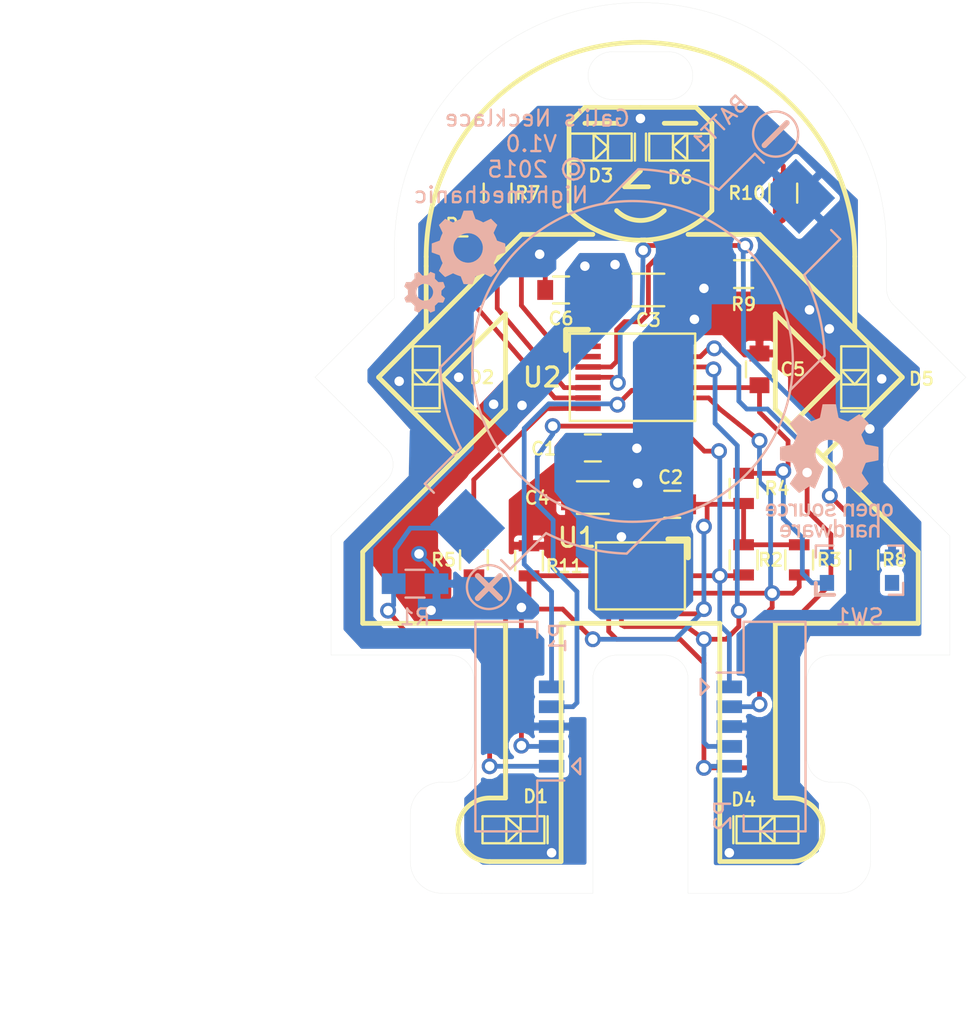
<source format=kicad_pcb>
(kicad_pcb (version 4) (host pcbnew "(2014-11-29 BZR 5307)-product")

  (general
    (links 69)
    (no_connects 0)
    (area 91.994999 80.894999 133.005001 137.005001)
    (thickness 1.6)
    (drawings 104)
    (tracks 379)
    (zones 0)
    (modules 31)
    (nets 26)
  )

  (page A4)
  (layers
    (0 F.Cu signal)
    (31 B.Cu signal)
    (32 B.Adhes user)
    (33 F.Adhes user)
    (34 B.Paste user)
    (35 F.Paste user)
    (36 B.SilkS user)
    (37 F.SilkS user)
    (38 B.Mask user)
    (39 F.Mask user)
    (40 Dwgs.User user)
    (41 Cmts.User user)
    (42 Eco1.User user)
    (43 Eco2.User user)
    (44 Edge.Cuts user)
  )

  (setup
    (last_trace_width 0.3)
    (trace_clearance 0.25)
    (zone_clearance 0.3)
    (zone_45_only no)
    (trace_min 0.254)
    (segment_width 0.35)
    (edge_width 0.01)
    (via_size 1)
    (via_drill 0.6)
    (via_min_size 0.889)
    (via_min_drill 0.508)
    (uvia_size 0.508)
    (uvia_drill 0.127)
    (uvias_allowed no)
    (uvia_min_size 0.508)
    (uvia_min_drill 0.127)
    (pcb_text_width 0.3)
    (pcb_text_size 1.5 1.5)
    (mod_edge_width 0.15)
    (mod_text_size 1 1)
    (mod_text_width 0.15)
    (pad_size 2.1 3)
    (pad_drill 0)
    (pad_to_mask_clearance 0)
    (aux_axis_origin 0 0)
    (grid_origin 86 139)
    (visible_elements 7FFEFFFF)
    (pcbplotparams
      (layerselection 0x01030_80000001)
      (usegerberextensions true)
      (excludeedgelayer true)
      (linewidth 0.150000)
      (plotframeref false)
      (viasonmask false)
      (mode 1)
      (useauxorigin false)
      (hpglpennumber 1)
      (hpglpenspeed 20)
      (hpglpendiameter 15)
      (hpglpenoverlay 2)
      (psnegative false)
      (psa4output false)
      (plotreference false)
      (plotvalue true)
      (plotinvisibletext false)
      (padsonsilk false)
      (subtractmaskfromsilk false)
      (outputformat 1)
      (mirror false)
      (drillshape 0)
      (scaleselection 1)
      (outputdirectory ""))
  )

  (net 0 "")
  (net 1 GND)
  (net 2 +BATT)
  (net 3 /SBWTDIO)
  (net 4 "Net-(D1-Pad1)")
  (net 5 "Net-(D2-Pad1)")
  (net 6 "Net-(D3-Pad1)")
  (net 7 "Net-(D4-Pad1)")
  (net 8 "Net-(D5-Pad1)")
  (net 9 "Net-(D6-Pad1)")
  (net 10 /SBWTCK)
  (net 11 /I2C_SCL)
  (net 12 /I2C_SDA)
  (net 13 /ACC_INT1)
  (net 14 /ACC_INT2)
  (net 15 "Net-(SW1-Pad3)")
  (net 16 "Net-(U1-Pad10)")
  (net 17 "Net-(SW1-Pad2)")
  (net 18 /ADC_VS)
  (net 19 /V_BATT)
  (net 20 /MCU_LED6)
  (net 21 /MCU_LED5)
  (net 22 /MCU_LED4)
  (net 23 /MCU_LED3)
  (net 24 /MCU_LED2)
  (net 25 /MCU_LED1)

  (net_class Default "This is the default net class."
    (clearance 0.25)
    (trace_width 0.3)
    (via_dia 1)
    (via_drill 0.6)
    (uvia_dia 0.508)
    (uvia_drill 0.127)
    (add_net +BATT)
    (add_net /ACC_INT1)
    (add_net /ACC_INT2)
    (add_net /ADC_VS)
    (add_net /I2C_SCL)
    (add_net /I2C_SDA)
    (add_net /MCU_LED1)
    (add_net /MCU_LED2)
    (add_net /MCU_LED3)
    (add_net /MCU_LED4)
    (add_net /MCU_LED5)
    (add_net /MCU_LED6)
    (add_net /SBWTCK)
    (add_net /SBWTDIO)
    (add_net /V_BATT)
    (add_net GND)
    (add_net "Net-(D1-Pad1)")
    (add_net "Net-(D2-Pad1)")
    (add_net "Net-(D3-Pad1)")
    (add_net "Net-(D4-Pad1)")
    (add_net "Net-(D5-Pad1)")
    (add_net "Net-(D6-Pad1)")
    (add_net "Net-(SW1-Pad2)")
    (add_net "Net-(SW1-Pad3)")
    (add_net "Net-(U1-Pad10)")
  )

  (module Connector_Molex_PicoBlade_53261-0571 (layer B.Cu) (tedit 54CD5177) (tstamp 54C0142C)
    (at 121 126.5 270)
    (descr "Molex PicoBlade 1.25mm shrouded header. Right-angled, SMD. 5 ways")
    (path /539E18A5)
    (fp_text reference P2 (at 5.6 3.3 270) (layer B.SilkS)
      (effects (font (size 1 1) (thickness 0.15)) (justify mirror))
    )
    (fp_text value PICOBLADE_5_HDR_RA (at 0 -3.3 270) (layer B.SilkS) hide
      (effects (font (size 1 1) (thickness 0.15)) (justify mirror))
    )
    (fp_line (start -3.4 3.7) (end -3.4 2) (layer B.SilkS) (width 0.15))
    (fp_line (start -3.4 2) (end -6.6 2) (layer B.SilkS) (width 0.15))
    (fp_line (start -6.6 2) (end -6.6 -1.9) (layer B.SilkS) (width 0.15))
    (fp_line (start -6.6 -1.9) (end 6.6 -1.9) (layer B.SilkS) (width 0.15))
    (fp_line (start 6.6 -1.9) (end 6.6 2) (layer B.SilkS) (width 0.15))
    (fp_line (start 6.6 2) (end 5.6 2) (layer B.SilkS) (width 0.15))
    (fp_line (start -2.5 4.2) (end -3 4.7) (layer B.SilkS) (width 0.15))
    (fp_line (start -3 4.7) (end -2 4.7) (layer B.SilkS) (width 0.15))
    (fp_line (start -2 4.7) (end -2.5 4.2) (layer B.SilkS) (width 0.15))
    (fp_line (start -4 2.1) (end -4 -1.9) (layer B.Adhes) (width 0.2))
    (fp_line (start -4 -1.9) (end 4 -1.9) (layer B.Adhes) (width 0.2))
    (fp_line (start 4 -1.9) (end 4 2.1) (layer B.Adhes) (width 0.2))
    (fp_line (start 4 2.1) (end -4 2.1) (layer B.Adhes) (width 0.2))
    (fp_line (start 4 1.5) (end 6.1 1.5) (layer B.Adhes) (width 0.2))
    (fp_line (start 6.1 1.5) (end 6.1 -1.5) (layer B.Adhes) (width 0.2))
    (fp_line (start 6.1 -1.5) (end 4 -1.5) (layer B.Adhes) (width 0.2))
    (fp_line (start -4 1.5) (end -6.1 1.5) (layer B.Adhes) (width 0.2))
    (fp_line (start -6.1 1.5) (end -6.1 -1.5) (layer B.Adhes) (width 0.2))
    (fp_line (start -6.1 -1.5) (end -4 -1.5) (layer B.Adhes) (width 0.2))
    (fp_line (start -4 2.1) (end -2.5 0.6) (layer B.Adhes) (width 0.2))
    (fp_line (start -2.5 0.6) (end -1 2.1) (layer B.Adhes) (width 0.2))
    (pad 1 smd rect (at -2.5 2.9 270) (size 0.8 1.6) (layers B.Cu B.Paste B.Mask)
      (net 11 /I2C_SCL))
    (pad 2 smd rect (at -1.25 2.9 270) (size 0.8 1.6) (layers B.Cu B.Paste B.Mask)
      (net 12 /I2C_SDA))
    (pad 3 smd rect (at 0 2.9 270) (size 0.8 1.6) (layers B.Cu B.Paste B.Mask)
      (net 1 GND))
    (pad 4 smd rect (at 1.25 2.9 270) (size 0.8 1.6) (layers B.Cu B.Paste B.Mask)
      (net 14 /ACC_INT2))
    (pad 5 smd rect (at 2.5 2.9 270) (size 0.8 1.6) (layers B.Cu B.Paste B.Mask)
      (net 13 /ACC_INT1))
    (pad 6 smd rect (at -5.05 0 270) (size 2.1 3) (layers B.Cu B.Paste B.Mask)
      (net 1 GND) (zone_connect 2))
    (pad 7 smd rect (at 5.05 0 270) (size 2.1 3) (layers B.Cu B.Paste B.Mask)
      (net 1 GND) (zone_connect 2))
  )

  (module TI_PW14_TSSOP14 (layer F.Cu) (tedit 54CD5C02) (tstamp 54C014CF)
    (at 112 104.5)
    (path /53A0B0DD)
    (fp_text reference U2 (at -5.7 0) (layer F.SilkS)
      (effects (font (size 1.2 1.2) (thickness 0.2)))
    )
    (fp_text value MSP430G2452IPW14 (at 0 -5.2) (layer F.SilkS) hide
      (effects (font (size 1.2 1.2) (thickness 0.2)))
    )
    (fp_line (start -2.8 -3) (end -4.15 -3) (layer F.SilkS) (width 0.35))
    (fp_line (start -4.15 -3) (end -4.2 -3) (layer F.SilkS) (width 0.15))
    (fp_line (start -4.2 -3) (end -4.2 -1.7) (layer F.SilkS) (width 0.35))
    (fp_line (start -3.95 -2.75) (end 3.95 -2.75) (layer F.SilkS) (width 0.15))
    (fp_line (start 3.95 -2.75) (end 3.95 2.75) (layer F.SilkS) (width 0.15))
    (fp_line (start 3.95 2.75) (end -3.95 2.75) (layer F.SilkS) (width 0.15))
    (fp_line (start -3.95 2.75) (end -3.95 -2.75) (layer F.SilkS) (width 0.15))
    (pad 1 smd rect (at -2.8 -1.95) (size 1.6 0.35) (layers F.Cu F.Paste F.Mask)
      (net 2 +BATT))
    (pad 2 smd rect (at -2.8 -1.3) (size 1.6 0.35) (layers F.Cu F.Paste F.Mask)
      (net 25 /MCU_LED1))
    (pad 3 smd rect (at -2.8 -0.65) (size 1.6 0.35) (layers F.Cu F.Paste F.Mask)
      (net 24 /MCU_LED2))
    (pad 4 smd rect (at -2.8 0) (size 1.6 0.35) (layers F.Cu F.Paste F.Mask)
      (net 23 /MCU_LED3))
    (pad 5 smd rect (at -2.8 0.65) (size 1.6 0.35) (layers F.Cu F.Paste F.Mask)
      (net 22 /MCU_LED4))
    (pad 6 smd rect (at -2.8 1.3) (size 1.6 0.35) (layers F.Cu F.Paste F.Mask)
      (net 21 /MCU_LED5))
    (pad 7 smd rect (at -2.8 1.95) (size 1.6 0.35) (layers F.Cu F.Paste F.Mask)
      (net 20 /MCU_LED6))
    (pad 14 smd rect (at 2.8 -1.95) (size 1.6 0.35) (layers F.Cu F.Paste F.Mask)
      (net 1 GND))
    (pad 13 smd rect (at 2.8 -1.3) (size 1.6 0.35) (layers F.Cu F.Paste F.Mask)
      (net 13 /ACC_INT1))
    (pad 12 smd rect (at 2.8 -0.65) (size 1.6 0.35) (layers F.Cu F.Paste F.Mask)
      (net 14 /ACC_INT2))
    (pad 11 smd rect (at 2.8 0) (size 1.6 0.35) (layers F.Cu F.Paste F.Mask)
      (net 10 /SBWTCK))
    (pad 10 smd rect (at 2.8 0.65) (size 1.6 0.35) (layers F.Cu F.Paste F.Mask)
      (net 3 /SBWTDIO))
    (pad 9 smd rect (at 2.8 1.3) (size 1.6 0.35) (layers F.Cu F.Paste F.Mask)
      (net 12 /I2C_SDA))
    (pad 8 smd rect (at 2.8 1.95) (size 1.6 0.35) (layers F.Cu F.Paste F.Mask)
      (net 11 /I2C_SCL))
    (model Housings_SSOP/TSSOP-14_4.4x5mm_Pitch0.65mm.wrl
      (at (xyz 0 0 0))
      (scale (xyz 1 1 1))
      (rotate (xyz 0 0 0))
    )
  )

  (module Nightmechanic_PCB:SMTU_2032 (layer B.Cu) (tedit 54CD6313) (tstamp 54C02813)
    (at 112 103.5 45)
    (path /54C01CDB)
    (fp_text reference BATT1 (at 14.495689 -6.717514 225) (layer B.SilkS)
      (effects (font (size 1 1) (thickness 0.15)) (justify mirror))
    )
    (fp_text value CR2032_SMT_HOLDER_2pin (at 0.15 0.1 45) (layer B.SilkS) hide
      (effects (font (size 1 1) (thickness 0.15)) (justify mirror))
    )
    (fp_circle (center 16.5 -3.75) (end 17.6 -4.65) (layer B.SilkS) (width 0.15))
    (fp_line (start 15.5 -3.75) (end 17.5 -3.75) (layer B.SilkS) (width 0.35))
    (fp_circle (center -16.45 3.65) (end -15.55 2.6) (layer B.SilkS) (width 0.15))
    (fp_line (start -16.45 4.65) (end -16.45 2.65) (layer B.SilkS) (width 0.35))
    (fp_line (start -17.45 3.65) (end -15.45 3.65) (layer B.SilkS) (width 0.35))
    (fp_line (start 8.8 -8.3) (end 5.8 -8.3) (layer B.SilkS) (width 0.15))
    (fp_line (start 8.8 8.3) (end 5.75 8.3) (layer B.SilkS) (width 0.15))
    (fp_line (start 11.5 -3.8) (end 14.7 -3.8) (layer B.SilkS) (width 0.15))
    (fp_line (start 14.7 -3.8) (end 14.7 -3) (layer B.SilkS) (width 0.15))
    (fp_line (start 11.5 3.8) (end 14.7 3.8) (layer B.SilkS) (width 0.15))
    (fp_line (start 14.7 3.8) (end 14.7 3) (layer B.SilkS) (width 0.15))
    (fp_arc (start 0 0) (end 11.5 -3.8) (angle -25) (layer B.SilkS) (width 0.15))
    (fp_arc (start 0 0) (end 11.5 3.8) (angle 25) (layer B.SilkS) (width 0.15))
    (fp_line (start -8.8 -8.3) (end -5.75 -8.3) (layer B.SilkS) (width 0.15))
    (fp_line (start -11.5 -3.8) (end -14.7 -3.8) (layer B.SilkS) (width 0.15))
    (fp_line (start -14.7 -3.8) (end -14.7 -3) (layer B.SilkS) (width 0.15))
    (fp_arc (start 0 0) (end -11.5 -3.8) (angle 25) (layer B.SilkS) (width 0.15))
    (fp_line (start -8.8 8.3) (end -5.8 8.3) (layer B.SilkS) (width 0.15))
    (fp_line (start -11.5 3.8) (end -14.7 3.8) (layer B.SilkS) (width 0.15))
    (fp_line (start -14.7 3.8) (end -14.7 3) (layer B.SilkS) (width 0.15))
    (fp_arc (start 0 0) (end -11.5 3.8) (angle -25) (layer B.SilkS) (width 0.15))
    (fp_circle (center 0 0) (end 0.1 -10.1) (layer B.SilkS) (width 0.15))
    (pad 2 smd rect (at -14.7 0 45) (size 3.2 3.5) (layers B.Cu B.Paste B.Mask)
      (net 19 /V_BATT))
    (pad 1 smd rect (at 14.7 0 45) (size 3.2 3.5) (layers B.Cu B.Paste B.Mask)
      (net 1 GND))
    (model E:/Kicad_libs/3D/cr2032_holder.wrl
      (at (xyz 0 0 0))
      (scale (xyz 3.937 3.937 3.937))
      (rotate (xyz -90 0 0))
    )
    (model E:/Kicad_libs/3D/CR2032_Bat.wrl
      (at (xyz 0 0 0.19))
      (scale (xyz 3.937 3.937 3.937))
      (rotate (xyz 90 0 0))
    )
  )

  (module Capacitors_SMD:C_0805 (layer F.Cu) (tedit 54CD5E0A) (tstamp 54C01356)
    (at 109.5 108.95)
    (descr "Capacitor SMD 0805, reflow soldering, AVX (see smccp.pdf)")
    (tags "capacitor 0805")
    (path /539E07D1)
    (attr smd)
    (fp_text reference C1 (at -3.1 0.05) (layer F.SilkS)
      (effects (font (size 0.8 0.8) (thickness 0.15)))
    )
    (fp_text value 0.1nF (at 0 2.1) (layer F.SilkS) hide
      (effects (font (size 1 1) (thickness 0.15)))
    )
    (fp_line (start -1.8 -1) (end 1.8 -1) (layer F.CrtYd) (width 0.05))
    (fp_line (start -1.8 1) (end 1.8 1) (layer F.CrtYd) (width 0.05))
    (fp_line (start -1.8 -1) (end -1.8 1) (layer F.CrtYd) (width 0.05))
    (fp_line (start 1.8 -1) (end 1.8 1) (layer F.CrtYd) (width 0.05))
    (fp_line (start 0.5 -0.85) (end -0.5 -0.85) (layer F.SilkS) (width 0.15))
    (fp_line (start -0.5 0.85) (end 0.5 0.85) (layer F.SilkS) (width 0.15))
    (pad 1 smd rect (at -1 0) (size 1 1.25) (layers F.Cu F.Paste F.Mask)
      (net 18 /ADC_VS))
    (pad 2 smd rect (at 1 0) (size 1 1.25) (layers F.Cu F.Paste F.Mask)
      (net 1 GND))
    (model Capacitors_SMD/C_0805N.wrl
      (at (xyz 0 0 0))
      (scale (xyz 1 1 1))
      (rotate (xyz 0 0 0))
    )
  )

  (module Capacitors_SMD:C_0805 (layer F.Cu) (tedit 54CD5CA4) (tstamp 54C01362)
    (at 114.5 112.5 180)
    (descr "Capacitor SMD 0805, reflow soldering, AVX (see smccp.pdf)")
    (tags "capacitor 0805")
    (path /539E07BD)
    (attr smd)
    (fp_text reference C2 (at 0.1 1.7 180) (layer F.SilkS)
      (effects (font (size 0.8 0.8) (thickness 0.15)))
    )
    (fp_text value 0.1uF (at 0 2.1 180) (layer F.SilkS) hide
      (effects (font (size 1 1) (thickness 0.15)))
    )
    (fp_line (start -1.8 -1) (end 1.8 -1) (layer F.CrtYd) (width 0.05))
    (fp_line (start -1.8 1) (end 1.8 1) (layer F.CrtYd) (width 0.05))
    (fp_line (start -1.8 -1) (end -1.8 1) (layer F.CrtYd) (width 0.05))
    (fp_line (start 1.8 -1) (end 1.8 1) (layer F.CrtYd) (width 0.05))
    (fp_line (start 0.5 -0.85) (end -0.5 -0.85) (layer F.SilkS) (width 0.15))
    (fp_line (start -0.5 0.85) (end 0.5 0.85) (layer F.SilkS) (width 0.15))
    (pad 1 smd rect (at -1 0 180) (size 1 1.25) (layers F.Cu F.Paste F.Mask)
      (net 2 +BATT))
    (pad 2 smd rect (at 1 0 180) (size 1 1.25) (layers F.Cu F.Paste F.Mask)
      (net 1 GND))
    (model Capacitors_SMD/C_0805N.wrl
      (at (xyz 0 0 0))
      (scale (xyz 1 1 1))
      (rotate (xyz 0 0 0))
    )
  )

  (module Capacitors_SMD:C_1206 (layer F.Cu) (tedit 54CD5B54) (tstamp 54C0136E)
    (at 113 99)
    (descr "Capacitor SMD 1206, reflow soldering, AVX (see smccp.pdf)")
    (tags "capacitor 1206")
    (path /539E2081)
    (attr smd)
    (fp_text reference C3 (at 0 1.9) (layer F.SilkS)
      (effects (font (size 0.8 0.8) (thickness 0.15)))
    )
    (fp_text value "10uF Tant." (at 0 2.3) (layer F.SilkS) hide
      (effects (font (size 1 1) (thickness 0.15)))
    )
    (fp_line (start -2.3 -1.15) (end 2.3 -1.15) (layer F.CrtYd) (width 0.05))
    (fp_line (start -2.3 1.15) (end 2.3 1.15) (layer F.CrtYd) (width 0.05))
    (fp_line (start -2.3 -1.15) (end -2.3 1.15) (layer F.CrtYd) (width 0.05))
    (fp_line (start 2.3 -1.15) (end 2.3 1.15) (layer F.CrtYd) (width 0.05))
    (fp_line (start 1 -1.025) (end -1 -1.025) (layer F.SilkS) (width 0.15))
    (fp_line (start -1 1.025) (end 1 1.025) (layer F.SilkS) (width 0.15))
    (pad 1 smd rect (at -1.5 0) (size 1 1.6) (layers F.Cu F.Paste F.Mask)
      (net 2 +BATT))
    (pad 2 smd rect (at 1.5 0) (size 1 1.6) (layers F.Cu F.Paste F.Mask)
      (net 1 GND))
    (model Capacitors_SMD/C_1206N.wrl
      (at (xyz 0 0 0))
      (scale (xyz 1 1 1))
      (rotate (xyz 0 0 0))
    )
  )

  (module Capacitors_SMD:C_1206 (layer F.Cu) (tedit 54CD5C85) (tstamp 54C0137A)
    (at 109.5 112.075)
    (descr "Capacitor SMD 1206, reflow soldering, AVX (see smccp.pdf)")
    (tags "capacitor 1206")
    (path /53A0B99A)
    (attr smd)
    (fp_text reference C4 (at -3.5 0.025) (layer F.SilkS)
      (effects (font (size 0.8 0.8) (thickness 0.15)))
    )
    (fp_text value "10uF Tant." (at 0 2.3) (layer F.SilkS) hide
      (effects (font (size 1 1) (thickness 0.15)))
    )
    (fp_line (start -2.3 -1.15) (end 2.3 -1.15) (layer F.CrtYd) (width 0.05))
    (fp_line (start -2.3 1.15) (end 2.3 1.15) (layer F.CrtYd) (width 0.05))
    (fp_line (start -2.3 -1.15) (end -2.3 1.15) (layer F.CrtYd) (width 0.05))
    (fp_line (start 2.3 -1.15) (end 2.3 1.15) (layer F.CrtYd) (width 0.05))
    (fp_line (start 1 -1.025) (end -1 -1.025) (layer F.SilkS) (width 0.15))
    (fp_line (start -1 1.025) (end 1 1.025) (layer F.SilkS) (width 0.15))
    (pad 1 smd rect (at -1.5 0) (size 1 1.6) (layers F.Cu F.Paste F.Mask)
      (net 18 /ADC_VS))
    (pad 2 smd rect (at 1.5 0) (size 1 1.6) (layers F.Cu F.Paste F.Mask)
      (net 1 GND))
    (model Capacitors_SMD/C_1206N.wrl
      (at (xyz 0 0 0))
      (scale (xyz 1 1 1))
      (rotate (xyz 0 0 0))
    )
  )

  (module Capacitors_SMD:C_0805 (layer F.Cu) (tedit 54CD5C1E) (tstamp 54C01386)
    (at 120 104 90)
    (descr "Capacitor SMD 0805, reflow soldering, AVX (see smccp.pdf)")
    (tags "capacitor 0805")
    (path /53A0B72C)
    (attr smd)
    (fp_text reference C5 (at 0 2.1 180) (layer F.SilkS)
      (effects (font (size 0.8 0.8) (thickness 0.15)))
    )
    (fp_text value 2.2nF (at 0 2.1 90) (layer F.SilkS) hide
      (effects (font (size 1 1) (thickness 0.15)))
    )
    (fp_line (start -1.8 -1) (end 1.8 -1) (layer F.CrtYd) (width 0.05))
    (fp_line (start -1.8 1) (end 1.8 1) (layer F.CrtYd) (width 0.05))
    (fp_line (start -1.8 -1) (end -1.8 1) (layer F.CrtYd) (width 0.05))
    (fp_line (start 1.8 -1) (end 1.8 1) (layer F.CrtYd) (width 0.05))
    (fp_line (start 0.5 -0.85) (end -0.5 -0.85) (layer F.SilkS) (width 0.15))
    (fp_line (start -0.5 0.85) (end 0.5 0.85) (layer F.SilkS) (width 0.15))
    (pad 1 smd rect (at -1 0 90) (size 1 1.25) (layers F.Cu F.Paste F.Mask)
      (net 3 /SBWTDIO))
    (pad 2 smd rect (at 1 0 90) (size 1 1.25) (layers F.Cu F.Paste F.Mask)
      (net 1 GND))
    (model Capacitors_SMD/C_0805N.wrl
      (at (xyz 0 0 0))
      (scale (xyz 1 1 1))
      (rotate (xyz 0 0 0))
    )
  )

  (module Capacitors_SMD:C_0805 (layer F.Cu) (tedit 54CD5B34) (tstamp 54C01392)
    (at 107.5 99 180)
    (descr "Capacitor SMD 0805, reflow soldering, AVX (see smccp.pdf)")
    (tags "capacitor 0805")
    (path /53A0B831)
    (attr smd)
    (fp_text reference C6 (at 0 -1.8 180) (layer F.SilkS)
      (effects (font (size 0.8 0.8) (thickness 0.15)))
    )
    (fp_text value 0.1uF (at 0 2.1 180) (layer F.SilkS) hide
      (effects (font (size 1 1) (thickness 0.15)))
    )
    (fp_line (start -1.8 -1) (end 1.8 -1) (layer F.CrtYd) (width 0.05))
    (fp_line (start -1.8 1) (end 1.8 1) (layer F.CrtYd) (width 0.05))
    (fp_line (start -1.8 -1) (end -1.8 1) (layer F.CrtYd) (width 0.05))
    (fp_line (start 1.8 -1) (end 1.8 1) (layer F.CrtYd) (width 0.05))
    (fp_line (start 0.5 -0.85) (end -0.5 -0.85) (layer F.SilkS) (width 0.15))
    (fp_line (start -0.5 0.85) (end 0.5 0.85) (layer F.SilkS) (width 0.15))
    (pad 1 smd rect (at -1 0 180) (size 1 1.25) (layers F.Cu F.Paste F.Mask)
      (net 2 +BATT))
    (pad 2 smd rect (at 1 0 180) (size 1 1.25) (layers F.Cu F.Paste F.Mask)
      (net 1 GND))
    (model Capacitors_SMD/C_0805N.wrl
      (at (xyz 0 0 0))
      (scale (xyz 1 1 1))
      (rotate (xyz 0 0 0))
    )
  )

  (module Nightmechanic_PCB:SMD_MiniLED (layer F.Cu) (tedit 54CD5E55) (tstamp 54C013A1)
    (at 104.5 133)
    (path /539E13B6)
    (fp_text reference D1 (at 1.4 -2.1) (layer F.SilkS)
      (effects (font (size 0.8 0.8) (thickness 0.15)))
    )
    (fp_text value LED (at 0 -1.75) (layer F.SilkS) hide
      (effects (font (size 1 1) (thickness 0.15)))
    )
    (fp_line (start -0.45 -0.85) (end -0.45 0.85) (layer F.SilkS) (width 0.15))
    (fp_line (start -0.45 0.85) (end 0.45 0) (layer F.SilkS) (width 0.15))
    (fp_line (start 0.45 0) (end -0.45 -0.8) (layer F.SilkS) (width 0.15))
    (fp_line (start 0.45 -0.85) (end 0.45 0.85) (layer F.SilkS) (width 0.15))
    (fp_line (start 2.15 -0.85) (end 2.15 0.85) (layer F.SilkS) (width 0.15))
    (fp_line (start 1.95 -0.85) (end -1.95 -0.85) (layer F.SilkS) (width 0.15))
    (fp_line (start -1.95 -0.85) (end -1.95 0.85) (layer F.SilkS) (width 0.15))
    (fp_line (start -1.95 0.85) (end 1.95 0.85) (layer F.SilkS) (width 0.15))
    (fp_line (start 1.95 0.85) (end 1.95 -0.85) (layer F.SilkS) (width 0.15))
    (pad 1 smd rect (at -1.2 0) (size 1.2 1.2) (layers F.Cu F.Paste F.Mask)
      (net 4 "Net-(D1-Pad1)"))
    (pad 2 smd rect (at 1.2 0) (size 1.2 1.2) (layers F.Cu F.Paste F.Mask)
      (net 1 GND))
    (model E:/Kicad_libs/3D/Vishay/MiniSMD_red.wrl
      (at (xyz 0 0 0))
      (scale (xyz 0.3937 0.3937 0.3937))
      (rotate (xyz -90 0 -90))
    )
  )

  (module Nightmechanic_PCB:SMD_MiniLED (layer F.Cu) (tedit 54CD5BF0) (tstamp 54C013B0)
    (at 99 104.5 270)
    (path /53A0BE45)
    (fp_text reference D2 (at 0 -3.5 360) (layer F.SilkS)
      (effects (font (size 0.8 0.8) (thickness 0.15)))
    )
    (fp_text value LED (at 0 -1.75 270) (layer F.SilkS) hide
      (effects (font (size 1 1) (thickness 0.15)))
    )
    (fp_line (start -0.45 -0.85) (end -0.45 0.85) (layer F.SilkS) (width 0.15))
    (fp_line (start -0.45 0.85) (end 0.45 0) (layer F.SilkS) (width 0.15))
    (fp_line (start 0.45 0) (end -0.45 -0.8) (layer F.SilkS) (width 0.15))
    (fp_line (start 0.45 -0.85) (end 0.45 0.85) (layer F.SilkS) (width 0.15))
    (fp_line (start 2.15 -0.85) (end 2.15 0.85) (layer F.SilkS) (width 0.15))
    (fp_line (start 1.95 -0.85) (end -1.95 -0.85) (layer F.SilkS) (width 0.15))
    (fp_line (start -1.95 -0.85) (end -1.95 0.85) (layer F.SilkS) (width 0.15))
    (fp_line (start -1.95 0.85) (end 1.95 0.85) (layer F.SilkS) (width 0.15))
    (fp_line (start 1.95 0.85) (end 1.95 -0.85) (layer F.SilkS) (width 0.15))
    (pad 1 smd rect (at -1.2 0 270) (size 1.2 1.2) (layers F.Cu F.Paste F.Mask)
      (net 5 "Net-(D2-Pad1)"))
    (pad 2 smd rect (at 1.2 0 270) (size 1.2 1.2) (layers F.Cu F.Paste F.Mask)
      (net 1 GND))
    (model E:/Kicad_libs/3D/Vishay/MiniSMD_amber.wrl
      (at (xyz 0 0 0))
      (scale (xyz 0.3937 0.3937 0.3937))
      (rotate (xyz -90 0 -90))
    )
  )

  (module Nightmechanic_PCB:SMD_MiniLED (layer F.Cu) (tedit 54CD5A8A) (tstamp 54C013BF)
    (at 110 90)
    (path /53A0BE50)
    (fp_text reference D3 (at 0 1.8) (layer F.SilkS)
      (effects (font (size 0.8 0.8) (thickness 0.15)))
    )
    (fp_text value LED (at 0 -1.75) (layer F.SilkS) hide
      (effects (font (size 1 1) (thickness 0.15)))
    )
    (fp_line (start -0.45 -0.85) (end -0.45 0.85) (layer F.SilkS) (width 0.15))
    (fp_line (start -0.45 0.85) (end 0.45 0) (layer F.SilkS) (width 0.15))
    (fp_line (start 0.45 0) (end -0.45 -0.8) (layer F.SilkS) (width 0.15))
    (fp_line (start 0.45 -0.85) (end 0.45 0.85) (layer F.SilkS) (width 0.15))
    (fp_line (start 2.15 -0.85) (end 2.15 0.85) (layer F.SilkS) (width 0.15))
    (fp_line (start 1.95 -0.85) (end -1.95 -0.85) (layer F.SilkS) (width 0.15))
    (fp_line (start -1.95 -0.85) (end -1.95 0.85) (layer F.SilkS) (width 0.15))
    (fp_line (start -1.95 0.85) (end 1.95 0.85) (layer F.SilkS) (width 0.15))
    (fp_line (start 1.95 0.85) (end 1.95 -0.85) (layer F.SilkS) (width 0.15))
    (pad 1 smd rect (at -1.2 0) (size 1.2 1.2) (layers F.Cu F.Paste F.Mask)
      (net 6 "Net-(D3-Pad1)"))
    (pad 2 smd rect (at 1.2 0) (size 1.2 1.2) (layers F.Cu F.Paste F.Mask)
      (net 1 GND))
    (model E:/Kicad_libs/3D/Vishay/MiniSMD_green.wrl
      (at (xyz 0 0 0))
      (scale (xyz 0.3937 0.3937 0.3937))
      (rotate (xyz -90 0 -90))
    )
  )

  (module Nightmechanic_PCB:SMD_MiniLED (layer F.Cu) (tedit 54CD5E41) (tstamp 54C013CE)
    (at 120.5 133 180)
    (path /53A0BE5B)
    (fp_text reference D4 (at 1.5 1.9 180) (layer F.SilkS)
      (effects (font (size 0.8 0.8) (thickness 0.15)))
    )
    (fp_text value LED (at 0 -1.75 180) (layer F.SilkS) hide
      (effects (font (size 1 1) (thickness 0.15)))
    )
    (fp_line (start -0.45 -0.85) (end -0.45 0.85) (layer F.SilkS) (width 0.15))
    (fp_line (start -0.45 0.85) (end 0.45 0) (layer F.SilkS) (width 0.15))
    (fp_line (start 0.45 0) (end -0.45 -0.8) (layer F.SilkS) (width 0.15))
    (fp_line (start 0.45 -0.85) (end 0.45 0.85) (layer F.SilkS) (width 0.15))
    (fp_line (start 2.15 -0.85) (end 2.15 0.85) (layer F.SilkS) (width 0.15))
    (fp_line (start 1.95 -0.85) (end -1.95 -0.85) (layer F.SilkS) (width 0.15))
    (fp_line (start -1.95 -0.85) (end -1.95 0.85) (layer F.SilkS) (width 0.15))
    (fp_line (start -1.95 0.85) (end 1.95 0.85) (layer F.SilkS) (width 0.15))
    (fp_line (start 1.95 0.85) (end 1.95 -0.85) (layer F.SilkS) (width 0.15))
    (pad 1 smd rect (at -1.2 0 180) (size 1.2 1.2) (layers F.Cu F.Paste F.Mask)
      (net 7 "Net-(D4-Pad1)"))
    (pad 2 smd rect (at 1.2 0 180) (size 1.2 1.2) (layers F.Cu F.Paste F.Mask)
      (net 1 GND))
    (model E:/Kicad_libs/3D/Vishay/MiniSMD_red.wrl
      (at (xyz 0 0 0))
      (scale (xyz 0.3937 0.3937 0.3937))
      (rotate (xyz -90 0 -90))
    )
  )

  (module Nightmechanic_PCB:SMD_MiniLED (layer F.Cu) (tedit 54CD5C39) (tstamp 54C013DD)
    (at 126 104.5 270)
    (path /53A0BE66)
    (fp_text reference D5 (at 0.1 -4.2 360) (layer F.SilkS)
      (effects (font (size 0.8 0.8) (thickness 0.15)))
    )
    (fp_text value LED (at 0 -1.75 270) (layer F.SilkS) hide
      (effects (font (size 1 1) (thickness 0.15)))
    )
    (fp_line (start -0.45 -0.85) (end -0.45 0.85) (layer F.SilkS) (width 0.15))
    (fp_line (start -0.45 0.85) (end 0.45 0) (layer F.SilkS) (width 0.15))
    (fp_line (start 0.45 0) (end -0.45 -0.8) (layer F.SilkS) (width 0.15))
    (fp_line (start 0.45 -0.85) (end 0.45 0.85) (layer F.SilkS) (width 0.15))
    (fp_line (start 2.15 -0.85) (end 2.15 0.85) (layer F.SilkS) (width 0.15))
    (fp_line (start 1.95 -0.85) (end -1.95 -0.85) (layer F.SilkS) (width 0.15))
    (fp_line (start -1.95 -0.85) (end -1.95 0.85) (layer F.SilkS) (width 0.15))
    (fp_line (start -1.95 0.85) (end 1.95 0.85) (layer F.SilkS) (width 0.15))
    (fp_line (start 1.95 0.85) (end 1.95 -0.85) (layer F.SilkS) (width 0.15))
    (pad 1 smd rect (at -1.2 0 270) (size 1.2 1.2) (layers F.Cu F.Paste F.Mask)
      (net 8 "Net-(D5-Pad1)"))
    (pad 2 smd rect (at 1.2 0 270) (size 1.2 1.2) (layers F.Cu F.Paste F.Mask)
      (net 1 GND))
    (model E:/Kicad_libs/3D/Vishay/MiniSMD_amber.wrl
      (at (xyz 0 0 0))
      (scale (xyz 0.3937 0.3937 0.3937))
      (rotate (xyz -90 0 -90))
    )
  )

  (module Nightmechanic_PCB:SMD_MiniLED (layer F.Cu) (tedit 54CD5AB9) (tstamp 54C013EC)
    (at 115 90 180)
    (path /53A0BE71)
    (fp_text reference D6 (at 0 -1.9 180) (layer F.SilkS)
      (effects (font (size 0.8 0.8) (thickness 0.15)))
    )
    (fp_text value LED (at 0 -1.75 180) (layer F.SilkS) hide
      (effects (font (size 1 1) (thickness 0.15)))
    )
    (fp_line (start -0.45 -0.85) (end -0.45 0.85) (layer F.SilkS) (width 0.15))
    (fp_line (start -0.45 0.85) (end 0.45 0) (layer F.SilkS) (width 0.15))
    (fp_line (start 0.45 0) (end -0.45 -0.8) (layer F.SilkS) (width 0.15))
    (fp_line (start 0.45 -0.85) (end 0.45 0.85) (layer F.SilkS) (width 0.15))
    (fp_line (start 2.15 -0.85) (end 2.15 0.85) (layer F.SilkS) (width 0.15))
    (fp_line (start 1.95 -0.85) (end -1.95 -0.85) (layer F.SilkS) (width 0.15))
    (fp_line (start -1.95 -0.85) (end -1.95 0.85) (layer F.SilkS) (width 0.15))
    (fp_line (start -1.95 0.85) (end 1.95 0.85) (layer F.SilkS) (width 0.15))
    (fp_line (start 1.95 0.85) (end 1.95 -0.85) (layer F.SilkS) (width 0.15))
    (pad 1 smd rect (at -1.2 0 180) (size 1.2 1.2) (layers F.Cu F.Paste F.Mask)
      (net 9 "Net-(D6-Pad1)"))
    (pad 2 smd rect (at 1.2 0 180) (size 1.2 1.2) (layers F.Cu F.Paste F.Mask)
      (net 1 GND))
    (model E:/Kicad_libs/3D/Vishay/MiniSMD_green.wrl
      (at (xyz 0 0 0))
      (scale (xyz 0.3937 0.3937 0.3937))
      (rotate (xyz -90 0 -90))
    )
  )

  (module Resistors_SMD:R_0805 (layer F.Cu) (tedit 54CD5D32) (tstamp 54C01444)
    (at 119 116 270)
    (descr "Resistor SMD 0805, reflow soldering, Vishay (see dcrcw.pdf)")
    (tags "resistor 0805")
    (path /539E0ABF)
    (attr smd)
    (fp_text reference R2 (at 0 -1.7 360) (layer F.SilkS)
      (effects (font (size 0.8 0.8) (thickness 0.15)))
    )
    (fp_text value 3.9k (at 0 2.1 270) (layer F.SilkS) hide
      (effects (font (size 1 1) (thickness 0.15)))
    )
    (fp_line (start -1.6 -1) (end 1.6 -1) (layer F.CrtYd) (width 0.05))
    (fp_line (start -1.6 1) (end 1.6 1) (layer F.CrtYd) (width 0.05))
    (fp_line (start -1.6 -1) (end -1.6 1) (layer F.CrtYd) (width 0.05))
    (fp_line (start 1.6 -1) (end 1.6 1) (layer F.CrtYd) (width 0.05))
    (fp_line (start 0.6 0.875) (end -0.6 0.875) (layer F.SilkS) (width 0.15))
    (fp_line (start -0.6 -0.875) (end 0.6 -0.875) (layer F.SilkS) (width 0.15))
    (pad 1 smd rect (at -0.95 0 270) (size 0.7 1.3) (layers F.Cu F.Paste F.Mask)
      (net 2 +BATT))
    (pad 2 smd rect (at 0.95 0 270) (size 0.7 1.3) (layers F.Cu F.Paste F.Mask)
      (net 11 /I2C_SCL))
    (model Resistors_SMD/R_0805.wrl
      (at (xyz 0 0 0))
      (scale (xyz 1 1 1))
      (rotate (xyz 0 0 0))
    )
  )

  (module Resistors_SMD:R_0805 (layer F.Cu) (tedit 54CD5CFC) (tstamp 54C01450)
    (at 122.5 116 270)
    (descr "Resistor SMD 0805, reflow soldering, Vishay (see dcrcw.pdf)")
    (tags "resistor 0805")
    (path /539E0ADD)
    (attr smd)
    (fp_text reference R3 (at 0 -1.9 360) (layer F.SilkS)
      (effects (font (size 0.8 0.8) (thickness 0.15)))
    )
    (fp_text value 3.9k (at 0 2.1 270) (layer F.SilkS) hide
      (effects (font (size 1 1) (thickness 0.15)))
    )
    (fp_line (start -1.6 -1) (end 1.6 -1) (layer F.CrtYd) (width 0.05))
    (fp_line (start -1.6 1) (end 1.6 1) (layer F.CrtYd) (width 0.05))
    (fp_line (start -1.6 -1) (end -1.6 1) (layer F.CrtYd) (width 0.05))
    (fp_line (start 1.6 -1) (end 1.6 1) (layer F.CrtYd) (width 0.05))
    (fp_line (start 0.6 0.875) (end -0.6 0.875) (layer F.SilkS) (width 0.15))
    (fp_line (start -0.6 -0.875) (end 0.6 -0.875) (layer F.SilkS) (width 0.15))
    (pad 1 smd rect (at -0.95 0 270) (size 0.7 1.3) (layers F.Cu F.Paste F.Mask)
      (net 2 +BATT))
    (pad 2 smd rect (at 0.95 0 270) (size 0.7 1.3) (layers F.Cu F.Paste F.Mask)
      (net 12 /I2C_SDA))
    (model Resistors_SMD/R_0805.wrl
      (at (xyz 0 0 0))
      (scale (xyz 1 1 1))
      (rotate (xyz 0 0 0))
    )
  )

  (module Resistors_SMD:R_0805 (layer F.Cu) (tedit 54CD5CBE) (tstamp 54C0145C)
    (at 119 111.5 90)
    (descr "Resistor SMD 0805, reflow soldering, Vishay (see dcrcw.pdf)")
    (tags "resistor 0805")
    (path /539E0CE4)
    (attr smd)
    (fp_text reference R4 (at 0 2.1 180) (layer F.SilkS)
      (effects (font (size 0.8 0.8) (thickness 0.15)))
    )
    (fp_text value 47k (at 0 2.1 90) (layer F.SilkS) hide
      (effects (font (size 1 1) (thickness 0.15)))
    )
    (fp_line (start -1.6 -1) (end 1.6 -1) (layer F.CrtYd) (width 0.05))
    (fp_line (start -1.6 1) (end 1.6 1) (layer F.CrtYd) (width 0.05))
    (fp_line (start -1.6 -1) (end -1.6 1) (layer F.CrtYd) (width 0.05))
    (fp_line (start 1.6 -1) (end 1.6 1) (layer F.CrtYd) (width 0.05))
    (fp_line (start 0.6 0.875) (end -0.6 0.875) (layer F.SilkS) (width 0.15))
    (fp_line (start -0.6 -0.875) (end 0.6 -0.875) (layer F.SilkS) (width 0.15))
    (pad 1 smd rect (at -0.95 0 90) (size 0.7 1.3) (layers F.Cu F.Paste F.Mask)
      (net 2 +BATT))
    (pad 2 smd rect (at 0.95 0 90) (size 0.7 1.3) (layers F.Cu F.Paste F.Mask)
      (net 3 /SBWTDIO))
    (model Resistors_SMD/R_0805.wrl
      (at (xyz 0 0 0))
      (scale (xyz 1 1 1))
      (rotate (xyz 0 0 0))
    )
  )

  (module Resistors_SMD:R_0805 (layer F.Cu) (tedit 54CD5DDE) (tstamp 54CD4AA4)
    (at 102.01 116 270)
    (descr "Resistor SMD 0805, reflow soldering, Vishay (see dcrcw.pdf)")
    (tags "resistor 0805")
    (path /539E1396)
    (attr smd)
    (fp_text reference R5 (at 0 1.91 360) (layer F.SilkS)
      (effects (font (size 0.8 0.8) (thickness 0.15)))
    )
    (fp_text value 510 (at 0 2.1 270) (layer F.SilkS) hide
      (effects (font (size 1 1) (thickness 0.15)))
    )
    (fp_line (start -1.6 -1) (end 1.6 -1) (layer F.CrtYd) (width 0.05))
    (fp_line (start -1.6 1) (end 1.6 1) (layer F.CrtYd) (width 0.05))
    (fp_line (start -1.6 -1) (end -1.6 1) (layer F.CrtYd) (width 0.05))
    (fp_line (start 1.6 -1) (end 1.6 1) (layer F.CrtYd) (width 0.05))
    (fp_line (start 0.6 0.875) (end -0.6 0.875) (layer F.SilkS) (width 0.15))
    (fp_line (start -0.6 -0.875) (end 0.6 -0.875) (layer F.SilkS) (width 0.15))
    (pad 1 smd rect (at -0.95 0 270) (size 0.7 1.3) (layers F.Cu F.Paste F.Mask)
      (net 20 /MCU_LED6))
    (pad 2 smd rect (at 0.95 0 270) (size 0.7 1.3) (layers F.Cu F.Paste F.Mask)
      (net 4 "Net-(D1-Pad1)"))
    (model Resistors_SMD/R_0805.wrl
      (at (xyz 0 0 0))
      (scale (xyz 1 1 1))
      (rotate (xyz 0 0 0))
    )
  )

  (module Resistors_SMD:R_0805 (layer F.Cu) (tedit 54CD5B0C) (tstamp 54C01474)
    (at 101 96.5 180)
    (descr "Resistor SMD 0805, reflow soldering, Vishay (see dcrcw.pdf)")
    (tags "resistor 0805")
    (path /53A0BDFF)
    (attr smd)
    (fp_text reference R6 (at 0 1.6 180) (layer F.SilkS)
      (effects (font (size 0.8 0.8) (thickness 0.15)))
    )
    (fp_text value 510 (at 0 2.1 180) (layer F.SilkS) hide
      (effects (font (size 1 1) (thickness 0.15)))
    )
    (fp_line (start -1.6 -1) (end 1.6 -1) (layer F.CrtYd) (width 0.05))
    (fp_line (start -1.6 1) (end 1.6 1) (layer F.CrtYd) (width 0.05))
    (fp_line (start -1.6 -1) (end -1.6 1) (layer F.CrtYd) (width 0.05))
    (fp_line (start 1.6 -1) (end 1.6 1) (layer F.CrtYd) (width 0.05))
    (fp_line (start 0.6 0.875) (end -0.6 0.875) (layer F.SilkS) (width 0.15))
    (fp_line (start -0.6 -0.875) (end 0.6 -0.875) (layer F.SilkS) (width 0.15))
    (pad 1 smd rect (at -0.95 0 180) (size 0.7 1.3) (layers F.Cu F.Paste F.Mask)
      (net 21 /MCU_LED5))
    (pad 2 smd rect (at 0.95 0 180) (size 0.7 1.3) (layers F.Cu F.Paste F.Mask)
      (net 5 "Net-(D2-Pad1)"))
    (model Resistors_SMD/R_0805.wrl
      (at (xyz 0 0 0))
      (scale (xyz 1 1 1))
      (rotate (xyz 0 0 0))
    )
  )

  (module Resistors_SMD:R_0805 (layer F.Cu) (tedit 54CD5AF3) (tstamp 54C01480)
    (at 103.5 92.9 90)
    (descr "Resistor SMD 0805, reflow soldering, Vishay (see dcrcw.pdf)")
    (tags "resistor 0805")
    (path /53A0BE0A)
    (attr smd)
    (fp_text reference R7 (at 0 1.9 180) (layer F.SilkS)
      (effects (font (size 0.8 0.8) (thickness 0.15)))
    )
    (fp_text value 510 (at 0 2.1 90) (layer F.SilkS) hide
      (effects (font (size 1 1) (thickness 0.15)))
    )
    (fp_line (start -1.6 -1) (end 1.6 -1) (layer F.CrtYd) (width 0.05))
    (fp_line (start -1.6 1) (end 1.6 1) (layer F.CrtYd) (width 0.05))
    (fp_line (start -1.6 -1) (end -1.6 1) (layer F.CrtYd) (width 0.05))
    (fp_line (start 1.6 -1) (end 1.6 1) (layer F.CrtYd) (width 0.05))
    (fp_line (start 0.6 0.875) (end -0.6 0.875) (layer F.SilkS) (width 0.15))
    (fp_line (start -0.6 -0.875) (end 0.6 -0.875) (layer F.SilkS) (width 0.15))
    (pad 1 smd rect (at -0.95 0 90) (size 0.7 1.3) (layers F.Cu F.Paste F.Mask)
      (net 22 /MCU_LED4))
    (pad 2 smd rect (at 0.95 0 90) (size 0.7 1.3) (layers F.Cu F.Paste F.Mask)
      (net 6 "Net-(D3-Pad1)"))
    (model Resistors_SMD/R_0805.wrl
      (at (xyz 0 0 0))
      (scale (xyz 1 1 1))
      (rotate (xyz 0 0 0))
    )
  )

  (module Resistors_SMD:R_0805 (layer F.Cu) (tedit 54CD5CDB) (tstamp 54C0148C)
    (at 126.6 116 270)
    (descr "Resistor SMD 0805, reflow soldering, Vishay (see dcrcw.pdf)")
    (tags "resistor 0805")
    (path /53A0BE15)
    (attr smd)
    (fp_text reference R8 (at 0 -1.9 360) (layer F.SilkS)
      (effects (font (size 0.8 0.8) (thickness 0.15)))
    )
    (fp_text value 510 (at 0 2.1 270) (layer F.SilkS) hide
      (effects (font (size 1 1) (thickness 0.15)))
    )
    (fp_line (start -1.6 -1) (end 1.6 -1) (layer F.CrtYd) (width 0.05))
    (fp_line (start -1.6 1) (end 1.6 1) (layer F.CrtYd) (width 0.05))
    (fp_line (start -1.6 -1) (end -1.6 1) (layer F.CrtYd) (width 0.05))
    (fp_line (start 1.6 -1) (end 1.6 1) (layer F.CrtYd) (width 0.05))
    (fp_line (start 0.6 0.875) (end -0.6 0.875) (layer F.SilkS) (width 0.15))
    (fp_line (start -0.6 -0.875) (end 0.6 -0.875) (layer F.SilkS) (width 0.15))
    (pad 1 smd rect (at -0.95 0 270) (size 0.7 1.3) (layers F.Cu F.Paste F.Mask)
      (net 23 /MCU_LED3))
    (pad 2 smd rect (at 0.95 0 270) (size 0.7 1.3) (layers F.Cu F.Paste F.Mask)
      (net 7 "Net-(D4-Pad1)"))
    (model Resistors_SMD/R_0805.wrl
      (at (xyz 0 0 0))
      (scale (xyz 1 1 1))
      (rotate (xyz 0 0 0))
    )
  )

  (module Resistors_SMD:R_0805 (layer F.Cu) (tedit 54CD5BA8) (tstamp 54C01498)
    (at 119 98)
    (descr "Resistor SMD 0805, reflow soldering, Vishay (see dcrcw.pdf)")
    (tags "resistor 0805")
    (path /53A0BE20)
    (attr smd)
    (fp_text reference R9 (at 0 1.9) (layer F.SilkS)
      (effects (font (size 0.8 0.8) (thickness 0.15)))
    )
    (fp_text value 510 (at 0 2.1) (layer F.SilkS) hide
      (effects (font (size 1 1) (thickness 0.15)))
    )
    (fp_line (start -1.6 -1) (end 1.6 -1) (layer F.CrtYd) (width 0.05))
    (fp_line (start -1.6 1) (end 1.6 1) (layer F.CrtYd) (width 0.05))
    (fp_line (start -1.6 -1) (end -1.6 1) (layer F.CrtYd) (width 0.05))
    (fp_line (start 1.6 -1) (end 1.6 1) (layer F.CrtYd) (width 0.05))
    (fp_line (start 0.6 0.875) (end -0.6 0.875) (layer F.SilkS) (width 0.15))
    (fp_line (start -0.6 -0.875) (end 0.6 -0.875) (layer F.SilkS) (width 0.15))
    (pad 1 smd rect (at -0.95 0) (size 0.7 1.3) (layers F.Cu F.Paste F.Mask)
      (net 24 /MCU_LED2))
    (pad 2 smd rect (at 0.95 0) (size 0.7 1.3) (layers F.Cu F.Paste F.Mask)
      (net 8 "Net-(D5-Pad1)"))
    (model Resistors_SMD/R_0805.wrl
      (at (xyz 0 0 0))
      (scale (xyz 1 1 1))
      (rotate (xyz 0 0 0))
    )
  )

  (module Resistors_SMD:R_0805 (layer F.Cu) (tedit 54CD5AD5) (tstamp 54C014A4)
    (at 121.5 92.9 90)
    (descr "Resistor SMD 0805, reflow soldering, Vishay (see dcrcw.pdf)")
    (tags "resistor 0805")
    (path /53A0BE2B)
    (attr smd)
    (fp_text reference R10 (at 0 -2.3 180) (layer F.SilkS)
      (effects (font (size 0.8 0.8) (thickness 0.15)))
    )
    (fp_text value 510 (at 0 2.1 90) (layer F.SilkS) hide
      (effects (font (size 1 1) (thickness 0.15)))
    )
    (fp_line (start -1.6 -1) (end 1.6 -1) (layer F.CrtYd) (width 0.05))
    (fp_line (start -1.6 1) (end 1.6 1) (layer F.CrtYd) (width 0.05))
    (fp_line (start -1.6 -1) (end -1.6 1) (layer F.CrtYd) (width 0.05))
    (fp_line (start 1.6 -1) (end 1.6 1) (layer F.CrtYd) (width 0.05))
    (fp_line (start 0.6 0.875) (end -0.6 0.875) (layer F.SilkS) (width 0.15))
    (fp_line (start -0.6 -0.875) (end 0.6 -0.875) (layer F.SilkS) (width 0.15))
    (pad 1 smd rect (at -0.95 0 90) (size 0.7 1.3) (layers F.Cu F.Paste F.Mask)
      (net 25 /MCU_LED1))
    (pad 2 smd rect (at 0.95 0 90) (size 0.7 1.3) (layers F.Cu F.Paste F.Mask)
      (net 9 "Net-(D6-Pad1)"))
    (model Resistors_SMD/R_0805.wrl
      (at (xyz 0 0 0))
      (scale (xyz 1 1 1))
      (rotate (xyz 0 0 0))
    )
  )

  (module Resistors_SMD:R_0805 (layer F.Cu) (tedit 54CD5DCC) (tstamp 54C014B0)
    (at 105.48 116.06 270)
    (descr "Resistor SMD 0805, reflow soldering, Vishay (see dcrcw.pdf)")
    (tags "resistor 0805")
    (path /53A0AA11)
    (attr smd)
    (fp_text reference R11 (at 0.34 -2.22 360) (layer F.SilkS)
      (effects (font (size 0.8 0.8) (thickness 0.15)))
    )
    (fp_text value ZEROHM (at 0 2.1 270) (layer F.SilkS) hide
      (effects (font (size 1 1) (thickness 0.15)))
    )
    (fp_line (start -1.6 -1) (end 1.6 -1) (layer F.CrtYd) (width 0.05))
    (fp_line (start -1.6 1) (end 1.6 1) (layer F.CrtYd) (width 0.05))
    (fp_line (start -1.6 -1) (end -1.6 1) (layer F.CrtYd) (width 0.05))
    (fp_line (start 1.6 -1) (end 1.6 1) (layer F.CrtYd) (width 0.05))
    (fp_line (start 0.6 0.875) (end -0.6 0.875) (layer F.SilkS) (width 0.15))
    (fp_line (start -0.6 -0.875) (end 0.6 -0.875) (layer F.SilkS) (width 0.15))
    (pad 1 smd rect (at -0.95 0 270) (size 0.7 1.3) (layers F.Cu F.Paste F.Mask)
      (net 18 /ADC_VS))
    (pad 2 smd rect (at 0.95 0 270) (size 0.7 1.3) (layers F.Cu F.Paste F.Mask)
      (net 2 +BATT))
    (model Resistors_SMD/R_0805.wrl
      (at (xyz 0 0 0))
      (scale (xyz 1 1 1))
      (rotate (xyz 0 0 0))
    )
  )

  (module Nightmechanic_PCB:AD_LGA14 (layer F.Cu) (tedit 54CD5D9C) (tstamp 54C17213)
    (at 112.5 117 270)
    (path /539E0771)
    (fp_text reference U1 (at -2.4 4 360) (layer F.SilkS)
      (effects (font (size 1.2 1.2) (thickness 0.2)))
    )
    (fp_text value ADXL345 (at 0 -4.65 270) (layer F.SilkS) hide
      (effects (font (size 1.2 1.2) (thickness 0.2)))
    )
    (fp_line (start -1.15 -3) (end -2.3 -3) (layer F.SilkS) (width 0.35))
    (fp_line (start -2.3 -3) (end -2.3 -1.75) (layer F.SilkS) (width 0.35))
    (fp_line (start 2.1 -2.8) (end -2.1 -2.8) (layer F.SilkS) (width 0.15))
    (fp_line (start -2.1 -2.8) (end -2.1 2.8) (layer F.SilkS) (width 0.15))
    (fp_line (start 2.1 2.8) (end -2.1 2.8) (layer F.SilkS) (width 0.15))
    (fp_line (start 2.12 2.775) (end 2.12 -2.775) (layer F.SilkS) (width 0.15))
    (pad 1 smd rect (at -1.0975 -2 270) (size 1.145 0.55) (layers F.Cu F.Paste F.Mask)
      (net 2 +BATT))
    (pad 2 smd rect (at -1.0975 -1.2 270) (size 1.145 0.55) (layers F.Cu F.Paste F.Mask)
      (net 1 GND))
    (pad 3 smd rect (at -1.0975 -0.4 270) (size 1.145 0.55) (layers F.Cu F.Paste F.Mask)
      (net 18 /ADC_VS))
    (pad 4 smd rect (at -1.0975 0.4 270) (size 1.145 0.55) (layers F.Cu F.Paste F.Mask)
      (net 1 GND))
    (pad 5 smd rect (at -1.0975 1.2 270) (size 1.145 0.55) (layers F.Cu F.Paste F.Mask)
      (net 1 GND))
    (pad 6 smd rect (at -1.0975 2 270) (size 1.145 0.55) (layers F.Cu F.Paste F.Mask)
      (net 18 /ADC_VS))
    (pad 13 smd rect (at 1.0975 -2 270) (size 1.145 0.55) (layers F.Cu F.Paste F.Mask)
      (net 12 /I2C_SDA))
    (pad 12 smd rect (at 1.0975 -1.2 270) (size 1.145 0.55) (layers F.Cu F.Paste F.Mask)
      (net 2 +BATT))
    (pad 11 smd rect (at 1.0975 -0.4 270) (size 1.145 0.55) (layers F.Cu F.Paste F.Mask)
      (net 1 GND))
    (pad 10 smd rect (at 1.0975 0.4 270) (size 1.145 0.55) (layers F.Cu F.Paste F.Mask)
      (net 16 "Net-(U1-Pad10)"))
    (pad 9 smd rect (at 1.0975 1.2 270) (size 1.145 0.55) (layers F.Cu F.Paste F.Mask)
      (net 14 /ACC_INT2))
    (pad 8 smd rect (at 1.0975 2 270) (size 1.145 0.55) (layers F.Cu F.Paste F.Mask)
      (net 13 /ACC_INT1))
    (pad 7 smd rect (at 0 2.1 270) (size 0.55 1.145) (layers F.Cu F.Paste F.Mask)
      (net 2 +BATT))
    (pad 14 smd rect (at 0 -2.1 270) (size 0.55 1.145) (layers F.Cu F.Paste F.Mask)
      (net 11 /I2C_SCL))
    (model E:/Kicad_libs/3D/LGA14.wrl
      (at (xyz 0 0 0))
      (scale (xyz 0.3937 0.3937 0.3937))
      (rotate (xyz -90 0 90))
    )
  )

  (module Resistors_SMD:R_0805_HandSoldering (layer B.Cu) (tedit 54CD5127) (tstamp 54CD5161)
    (at 98.3 117.5)
    (descr "Resistor SMD 0805, hand soldering")
    (tags "resistor 0805")
    (path /539E066D)
    (attr smd)
    (fp_text reference R1 (at 0 2.1) (layer B.SilkS)
      (effects (font (size 1 1) (thickness 0.15)) (justify mirror))
    )
    (fp_text value ZEROHM (at 0 -2.1) (layer B.SilkS) hide
      (effects (font (size 1 1) (thickness 0.15)) (justify mirror))
    )
    (fp_line (start -2.4 1) (end 2.4 1) (layer B.CrtYd) (width 0.05))
    (fp_line (start -2.4 -1) (end 2.4 -1) (layer B.CrtYd) (width 0.05))
    (fp_line (start -2.4 1) (end -2.4 -1) (layer B.CrtYd) (width 0.05))
    (fp_line (start 2.4 1) (end 2.4 -1) (layer B.CrtYd) (width 0.05))
    (fp_line (start 0.6 -0.875) (end -0.6 -0.875) (layer B.SilkS) (width 0.15))
    (fp_line (start -0.6 0.875) (end 0.6 0.875) (layer B.SilkS) (width 0.15))
    (pad 1 smd rect (at -1.35 0) (size 1.5 1.3) (layers B.Cu B.Paste B.Mask)
      (net 19 /V_BATT))
    (pad 2 smd rect (at 1.35 0) (size 1.5 1.3) (layers B.Cu B.Paste B.Mask)
      (net 2 +BATT))
    (model Resistors_SMD/R_0805.wrl
      (at (xyz 0 0 0))
      (scale (xyz 1 1 1))
      (rotate (xyz 0 0 0))
    )
  )

  (module Nightmechanic_PCB:CK_KMR2 (layer B.Cu) (tedit 54CD5E7C) (tstamp 54C014B8)
    (at 126.3 116.65)
    (path /53A9C6EB)
    (fp_text reference SW1 (at 0 2.95) (layer B.SilkS)
      (effects (font (size 1 1) (thickness 0.15)) (justify mirror))
    )
    (fp_text value CK_KMR2 (at 0 2.85) (layer B.SilkS) hide
      (effects (font (size 1 1) (thickness 0.15)) (justify mirror))
    )
    (fp_line (start 2.75 0.8) (end 2.75 1.55) (layer B.SilkS) (width 0.15))
    (fp_line (start 2.75 1.55) (end 1.85 1.55) (layer B.SilkS) (width 0.15))
    (fp_line (start 1.8 -1.55) (end 2.75 -1.55) (layer B.SilkS) (width 0.15))
    (fp_line (start 2.75 -1.55) (end 2.75 -0.8) (layer B.SilkS) (width 0.15))
    (fp_line (start -2.75 -0.8) (end -2.75 -1.55) (layer B.SilkS) (width 0.15))
    (fp_line (start -2.75 -1.55) (end -1.65 -1.55) (layer B.SilkS) (width 0.15))
    (fp_line (start -1.6 1.55) (end -2.75 1.55) (layer B.SilkS) (width 0.25))
    (fp_line (start -2.75 1.55) (end -2.75 0.8) (layer B.SilkS) (width 0.25))
    (pad 1 smd rect (at -2.05 0.8) (size 0.9 1) (layers B.Cu B.Paste B.Mask)
      (net 3 /SBWTDIO))
    (pad 2 smd rect (at 2.05 0.8) (size 0.9 1) (layers B.Cu B.Paste B.Mask)
      (net 17 "Net-(SW1-Pad2)"))
    (pad 3 smd rect (at -2.05 -0.8) (size 0.9 1) (layers B.Cu B.Paste B.Mask)
      (net 15 "Net-(SW1-Pad3)"))
    (pad 4 smd rect (at 2.05 -0.8) (size 0.9 1) (layers B.Cu B.Paste B.Mask)
      (net 1 GND))
  )

  (module Nightmechanic_PCB:Connector_Molex_PicoBlade_53261-0571 (layer B.Cu) (tedit 54CD5130) (tstamp 54C0140C)
    (at 104 126.5 90)
    (descr "Molex PicoBlade 1.25mm shrouded header. Right-angled, SMD. 5 ways")
    (path /539E1778)
    (fp_text reference P1 (at 5.6 3.3 90) (layer B.SilkS)
      (effects (font (size 1 1) (thickness 0.15)) (justify mirror))
    )
    (fp_text value PICOBLADE_5_HDR_RA (at 0 -3.3 90) (layer B.SilkS) hide
      (effects (font (size 1 1) (thickness 0.15)) (justify mirror))
    )
    (fp_line (start -3.4 3.7) (end -3.4 2) (layer B.SilkS) (width 0.15))
    (fp_line (start -3.4 2) (end -6.6 2) (layer B.SilkS) (width 0.15))
    (fp_line (start -6.6 2) (end -6.6 -1.9) (layer B.SilkS) (width 0.15))
    (fp_line (start -6.6 -1.9) (end 6.6 -1.9) (layer B.SilkS) (width 0.15))
    (fp_line (start 6.6 -1.9) (end 6.6 2) (layer B.SilkS) (width 0.15))
    (fp_line (start 6.6 2) (end 5.6 2) (layer B.SilkS) (width 0.15))
    (fp_line (start -2.5 4.2) (end -3 4.7) (layer B.SilkS) (width 0.15))
    (fp_line (start -3 4.7) (end -2 4.7) (layer B.SilkS) (width 0.15))
    (fp_line (start -2 4.7) (end -2.5 4.2) (layer B.SilkS) (width 0.15))
    (fp_line (start -4 2.1) (end -4 -1.9) (layer B.Adhes) (width 0.2))
    (fp_line (start -4 -1.9) (end 4 -1.9) (layer B.Adhes) (width 0.2))
    (fp_line (start 4 -1.9) (end 4 2.1) (layer B.Adhes) (width 0.2))
    (fp_line (start 4 2.1) (end -4 2.1) (layer B.Adhes) (width 0.2))
    (fp_line (start 4 1.5) (end 6.1 1.5) (layer B.Adhes) (width 0.2))
    (fp_line (start 6.1 1.5) (end 6.1 -1.5) (layer B.Adhes) (width 0.2))
    (fp_line (start 6.1 -1.5) (end 4 -1.5) (layer B.Adhes) (width 0.2))
    (fp_line (start -4 1.5) (end -6.1 1.5) (layer B.Adhes) (width 0.2))
    (fp_line (start -6.1 1.5) (end -6.1 -1.5) (layer B.Adhes) (width 0.2))
    (fp_line (start -6.1 -1.5) (end -4 -1.5) (layer B.Adhes) (width 0.2))
    (fp_line (start -4 2.1) (end -2.5 0.6) (layer B.Adhes) (width 0.2))
    (fp_line (start -2.5 0.6) (end -1 2.1) (layer B.Adhes) (width 0.2))
    (pad 1 smd rect (at -2.5 2.9 90) (size 0.8 1.6) (layers B.Cu B.Paste B.Mask)
      (net 19 /V_BATT))
    (pad 2 smd rect (at -1.25 2.9 90) (size 0.8 1.6) (layers B.Cu B.Paste B.Mask)
      (net 2 +BATT))
    (pad 3 smd rect (at 0 2.9 90) (size 0.8 1.6) (layers B.Cu B.Paste B.Mask)
      (net 1 GND))
    (pad 4 smd rect (at 1.25 2.9 90) (size 0.8 1.6) (layers B.Cu B.Paste B.Mask)
      (net 3 /SBWTDIO))
    (pad 5 smd rect (at 2.5 2.9 90) (size 0.8 1.6) (layers B.Cu B.Paste B.Mask)
      (net 10 /SBWTCK))
    (pad 6 smd rect (at -5.05 0 90) (size 2.1 3) (layers B.Cu B.Paste B.Mask)
      (net 1 GND) (zone_connect 2))
    (pad 7 smd rect (at 5.05 0 90) (size 2.1 3) (layers B.Cu B.Paste B.Mask)
      (net 1 GND) (zone_connect 2))
  )

  (module Logos:Gears_F.SilkS_8mm (layer B.Cu) (tedit 54CD5FE1) (tstamp 54CD6113)
    (at 100.8 97.2 270)
    (fp_text reference VAL (at 0 0 270) (layer B.SilkS) hide
      (effects (font (size 0.381 0.381) (thickness 0.127)) (justify mirror))
    )
    (fp_text value REF (at 0 0 270) (layer B.SilkS) hide
      (effects (font (size 0.381 0.381) (thickness 0.127)) (justify mirror))
    )
    (fp_poly (pts (xy 1.43764 -1.12014) (xy 1.18872 -1.21412) (xy 0.93726 -1.30556) (xy 0.9144 -1.39192)
      (xy 0.9017 -1.43002) (xy 0.889 -1.47066) (xy 0.87122 -1.52146) (xy 0.84582 -1.5875)
      (xy 0.81026 -1.67132) (xy 0.77724 -1.7526) (xy 0.77216 -1.77038) (xy 0.77216 -1.79324)
      (xy 0.77978 -1.82372) (xy 0.79502 -1.86436) (xy 0.82296 -1.92532) (xy 0.86106 -2.00914)
      (xy 0.87122 -2.03454) (xy 0.90932 -2.11328) (xy 0.94234 -2.1844) (xy 0.9652 -2.24028)
      (xy 0.98044 -2.27838) (xy 0.98552 -2.28854) (xy 0.97282 -2.30378) (xy 0.94488 -2.33934)
      (xy 0.89916 -2.38506) (xy 0.84328 -2.44348) (xy 0.79248 -2.49428) (xy 0.60198 -2.68478)
      (xy 0.35306 -2.56794) (xy 0.10668 -2.4511) (xy 0.08636 -2.46126) (xy 0.08636 -0.83312)
      (xy 0.07112 -0.69342) (xy 0.03048 -0.53086) (xy -0.03556 -0.38354) (xy -0.12446 -0.25654)
      (xy -0.2286 -0.14478) (xy -0.34798 -0.05588) (xy -0.47752 0.0127) (xy -0.61722 0.06096)
      (xy -0.76454 0.08636) (xy -0.91186 0.08636) (xy -1.06172 0.0635) (xy -1.2065 0.01524)
      (xy -1.3462 -0.06096) (xy -1.47574 -0.16256) (xy -1.50114 -0.18542) (xy -1.61036 -0.31496)
      (xy -1.69164 -0.45466) (xy -1.74498 -0.60198) (xy -1.77292 -0.75438) (xy -1.77546 -0.90678)
      (xy -1.7526 -1.05664) (xy -1.70434 -1.20142) (xy -1.63322 -1.33858) (xy -1.53924 -1.4605)
      (xy -1.4224 -1.56972) (xy -1.2827 -1.66116) (xy -1.23952 -1.68402) (xy -1.08204 -1.74244)
      (xy -0.91948 -1.77038) (xy -0.75438 -1.7653) (xy -0.5842 -1.73228) (xy -0.56134 -1.72466)
      (xy -0.41402 -1.6637) (xy -0.27686 -1.5748) (xy -0.15748 -1.46304) (xy -0.05842 -1.3335)
      (xy 0.01524 -1.19126) (xy 0.03302 -1.14808) (xy 0.07366 -0.98806) (xy 0.08636 -0.83312)
      (xy 0.08636 -2.46126) (xy -0.0381 -2.51968) (xy -0.11176 -2.55524) (xy -0.1905 -2.5908)
      (xy -0.25908 -2.6162) (xy -0.28194 -2.62382) (xy -0.38354 -2.65938) (xy -0.47498 -2.92354)
      (xy -0.56642 -3.1877) (xy -0.84582 -3.1877) (xy -0.9525 -3.1877) (xy -1.03378 -3.18516)
      (xy -1.08712 -3.18262) (xy -1.12014 -3.175) (xy -1.13284 -3.16992) (xy -1.13284 -3.16738)
      (xy -1.14046 -3.14706) (xy -1.1557 -3.10134) (xy -1.17856 -3.03784) (xy -1.20396 -2.96164)
      (xy -1.22428 -2.90576) (xy -1.3081 -2.66446) (xy -1.3843 -2.63652) (xy -1.43002 -2.61874)
      (xy -1.49352 -2.5908) (xy -1.56718 -2.55778) (xy -1.62814 -2.5273) (xy -1.79832 -2.44856)
      (xy -1.97358 -2.52984) (xy -2.04978 -2.5654) (xy -2.12344 -2.59842) (xy -2.1844 -2.6289)
      (xy -2.2225 -2.64668) (xy -2.2987 -2.6797) (xy -2.49428 -2.48158) (xy -2.68986 -2.286)
      (xy -2.57302 -2.04216) (xy -2.45618 -1.79578) (xy -2.52984 -1.651) (xy -2.5654 -1.57734)
      (xy -2.59842 -1.4986) (xy -2.62636 -1.43002) (xy -2.63652 -1.40716) (xy -2.66954 -1.30556)
      (xy -2.93624 -1.21158) (xy -3.20294 -1.12014) (xy -3.2004 -0.8382) (xy -3.19532 -0.5588)
      (xy -3.13182 -0.53594) (xy -3.00228 -0.49276) (xy -2.89814 -0.4572) (xy -2.81686 -0.42672)
      (xy -2.7559 -0.40386) (xy -2.71272 -0.38608) (xy -2.68478 -0.37084) (xy -2.667 -0.3556)
      (xy -2.65684 -0.3429) (xy -2.65176 -0.32512) (xy -2.64922 -0.32004) (xy -2.63906 -0.28702)
      (xy -2.6162 -0.23368) (xy -2.58826 -0.16764) (xy -2.55016 -0.09144) (xy -2.54508 -0.08128)
      (xy -2.4511 0.10922) (xy -2.56794 0.3556) (xy -2.68478 0.60198) (xy -2.4892 0.8001)
      (xy -2.29362 0.99568) (xy -2.04978 0.88138) (xy -1.97104 0.84328) (xy -1.89992 0.81026)
      (xy -1.84404 0.78486) (xy -1.80594 0.76962) (xy -1.79324 0.76454) (xy -1.77292 0.77216)
      (xy -1.73228 0.78994) (xy -1.67894 0.8128) (xy -1.66624 0.82042) (xy -1.59258 0.85344)
      (xy -1.50622 0.88392) (xy -1.4351 0.90932) (xy -1.31318 0.94488) (xy -1.24714 1.12522)
      (xy -1.2192 1.20396) (xy -1.19126 1.27762) (xy -1.1684 1.33858) (xy -1.1557 1.37414)
      (xy -1.12776 1.44526) (xy -0.84836 1.45034) (xy -0.56642 1.45288) (xy -0.52324 1.3335)
      (xy -0.4953 1.25476) (xy -0.46228 1.1684) (xy -0.43434 1.08712) (xy -0.4318 1.08204)
      (xy -0.38354 0.94996) (xy -0.24892 0.90678) (xy -0.17018 0.88138) (xy -0.08636 0.84836)
      (xy -0.01524 0.81788) (xy -0.00508 0.81534) (xy 0.10414 0.76454) (xy 0.35306 0.88138)
      (xy 0.59944 1.00076) (xy 0.79248 0.81026) (xy 0.85598 0.74676) (xy 0.90932 0.69088)
      (xy 0.94996 0.64516) (xy 0.9779 0.61468) (xy 0.98552 0.60452) (xy 0.9779 0.58674)
      (xy 0.96012 0.5461) (xy 0.93218 0.48768) (xy 0.89916 0.41402) (xy 0.86614 0.34798)
      (xy 0.7493 0.10668) (xy 0.8001 0.00254) (xy 0.82804 -0.0635) (xy 0.86106 -0.14224)
      (xy 0.89154 -0.22352) (xy 0.89662 -0.2413) (xy 0.94488 -0.37846) (xy 1.18618 -0.46736)
      (xy 1.43002 -0.5588) (xy 1.4351 -0.84074) (xy 1.43764 -1.12014) (xy 1.43764 -1.12014)) (layer B.SilkS) (width 0.00254))
    (fp_poly (pts (xy 3.23088 1.53162) (xy 3.17246 1.38938) (xy 3.11404 1.24714) (xy 2.95656 1.24968)
      (xy 2.79908 1.25222) (xy 2.69494 1.14554) (xy 2.58826 1.03886) (xy 2.59334 0.90678)
      (xy 2.59334 0.84328) (xy 2.59842 0.78994) (xy 2.60096 0.75438) (xy 2.60096 0.7493)
      (xy 2.59842 0.7366) (xy 2.58064 0.7239) (xy 2.54508 0.70358) (xy 2.4892 0.67818)
      (xy 2.47396 0.67056) (xy 2.47396 1.87706) (xy 2.4638 1.99136) (xy 2.43078 2.10312)
      (xy 2.36982 2.20472) (xy 2.30124 2.28092) (xy 2.20726 2.35458) (xy 2.1082 2.39776)
      (xy 1.99898 2.41808) (xy 1.91516 2.41808) (xy 1.8034 2.40284) (xy 1.70688 2.36982)
      (xy 1.62306 2.3114) (xy 1.5494 2.24282) (xy 1.47574 2.14122) (xy 1.43002 2.03708)
      (xy 1.41224 1.9304) (xy 1.41478 1.82626) (xy 1.44018 1.72466) (xy 1.4859 1.62814)
      (xy 1.5494 1.54432) (xy 1.6256 1.47066) (xy 1.7145 1.41478) (xy 1.81356 1.37668)
      (xy 1.92278 1.36144) (xy 2.03454 1.3716) (xy 2.15392 1.40716) (xy 2.16662 1.41224)
      (xy 2.2733 1.47828) (xy 2.35712 1.55956) (xy 2.42062 1.65862) (xy 2.45872 1.7653)
      (xy 2.47396 1.87706) (xy 2.47396 0.67056) (xy 2.40792 0.64516) (xy 2.33426 0.61468)
      (xy 2.31648 0.6223) (xy 2.286 0.65024) (xy 2.24536 0.69342) (xy 2.21996 0.7239)
      (xy 2.12344 0.84074) (xy 1.98374 0.8382) (xy 1.84404 0.83566) (xy 1.72974 0.7239)
      (xy 1.68148 0.67564) (xy 1.64084 0.63754) (xy 1.61036 0.61468) (xy 1.6002 0.61214)
      (xy 1.57988 0.61722) (xy 1.53924 0.63246) (xy 1.48082 0.65278) (xy 1.44018 0.66802)
      (xy 1.2954 0.7239) (xy 1.29794 0.87884) (xy 1.30302 1.03378) (xy 1.1938 1.143)
      (xy 1.08712 1.25222) (xy 0.92964 1.24714) (xy 0.77216 1.24206) (xy 0.7112 1.38684)
      (xy 0.65278 1.53416) (xy 0.74168 1.61544) (xy 0.78994 1.65608) (xy 0.83312 1.69164)
      (xy 0.85852 1.7145) (xy 0.86106 1.7145) (xy 0.8763 1.72974) (xy 0.88392 1.7526)
      (xy 0.889 1.7907) (xy 0.89154 1.85166) (xy 0.89154 1.88722) (xy 0.89154 2.03962)
      (xy 0.7747 2.14884) (xy 0.65532 2.25806) (xy 0.71628 2.39776) (xy 0.7747 2.54)
      (xy 0.9271 2.53492) (xy 1.0795 2.52984) (xy 1.19126 2.6416) (xy 1.30302 2.75336)
      (xy 1.30302 2.91084) (xy 1.30556 3.06832) (xy 1.44272 3.1242) (xy 1.58242 3.18008)
      (xy 1.68656 3.06578) (xy 1.78816 2.95402) (xy 1.9431 2.95148) (xy 2.0955 2.94894)
      (xy 2.19202 3.0607) (xy 2.23774 3.10642) (xy 2.27584 3.14452) (xy 2.30378 3.16738)
      (xy 2.3114 3.16992) (xy 2.3368 3.16484) (xy 2.38252 3.1496) (xy 2.4384 3.12674)
      (xy 2.46126 3.11658) (xy 2.58572 3.06324) (xy 2.58318 2.9083) (xy 2.58064 2.75336)
      (xy 2.6924 2.6416) (xy 2.80416 2.5273) (xy 2.95402 2.53746) (xy 3.10642 2.54762)
      (xy 3.1623 2.413) (xy 3.1877 2.35204) (xy 3.20548 2.30124) (xy 3.21818 2.26822)
      (xy 3.21818 2.2606) (xy 3.20802 2.24282) (xy 3.17754 2.2098) (xy 3.13436 2.16916)
      (xy 3.10896 2.14376) (xy 2.99974 2.0447) (xy 2.99974 1.8923) (xy 2.99974 1.74244)
      (xy 3.11658 1.63576) (xy 3.23088 1.53162) (xy 3.23088 1.53162)) (layer B.SilkS) (width 0.00254))
  )

  (module Logos:OSHW_F.SilkS_8mm (layer B.Cu) (tedit 54CD5FE1) (tstamp 54CD63FA)
    (at 124.4 110.4 180)
    (fp_text reference VAL (at 0 0 180) (layer B.SilkS) hide
      (effects (font (size 0.381 0.381) (thickness 0.127)) (justify mirror))
    )
    (fp_text value REF (at 0 0 180) (layer B.SilkS) hide
      (effects (font (size 0.381 0.381) (thickness 0.127)) (justify mirror))
    )
    (fp_poly (pts (xy -1.7145 -4.19354) (xy -1.79324 -4.19354) (xy -1.87198 -4.19354) (xy -1.87198 -4.15798)
      (xy -1.87198 -3.89128) (xy -1.87198 -3.83794) (xy -1.98882 -3.83794) (xy -2.06248 -3.84048)
      (xy -2.11582 -3.84556) (xy -2.15392 -3.85318) (xy -2.18186 -3.86588) (xy -2.20218 -3.8862)
      (xy -2.2098 -3.90144) (xy -2.2225 -3.92938) (xy -2.2225 -3.9497) (xy -2.21488 -3.9751)
      (xy -2.21488 -3.97764) (xy -2.18694 -4.01574) (xy -2.16408 -4.03098) (xy -2.13106 -4.0386)
      (xy -2.08788 -4.04368) (xy -2.03962 -4.04622) (xy -1.99136 -4.04368) (xy -1.95326 -4.04114)
      (xy -1.93294 -4.03352) (xy -1.905 -4.00812) (xy -1.88468 -3.96748) (xy -1.87198 -3.91668)
      (xy -1.87198 -3.89128) (xy -1.87198 -4.15798) (xy -1.87198 -4.13258) (xy -1.87452 -4.11988)
      (xy -1.87452 -4.11988) (xy -1.88468 -4.1275) (xy -1.90246 -4.14274) (xy -1.91262 -4.15036)
      (xy -1.9431 -4.17322) (xy -1.98374 -4.18846) (xy -2.01168 -4.19354) (xy -2.04978 -4.19862)
      (xy -2.07772 -4.2037) (xy -2.10312 -4.20116) (xy -2.1336 -4.19862) (xy -2.15646 -4.19354)
      (xy -2.22504 -4.17322) (xy -2.286 -4.1402) (xy -2.32156 -4.10464) (xy -2.35458 -4.04876)
      (xy -2.37236 -3.98526) (xy -2.37236 -3.91922) (xy -2.35712 -3.85826) (xy -2.32664 -3.80238)
      (xy -2.28092 -3.75666) (xy -2.26314 -3.7465) (xy -2.24282 -3.7338) (xy -2.22504 -3.72618)
      (xy -2.20218 -3.7211) (xy -2.17424 -3.71602) (xy -2.13614 -3.71348) (xy -2.08026 -3.71094)
      (xy -2.0447 -3.71094) (xy -1.87706 -3.70586) (xy -1.87198 -3.65506) (xy -1.87452 -3.60172)
      (xy -1.88722 -3.56362) (xy -1.91516 -3.53568) (xy -1.9558 -3.52044) (xy -2.01422 -3.51282)
      (xy -2.04724 -3.51028) (xy -2.09296 -3.51282) (xy -2.12344 -3.51536) (xy -2.14884 -3.52552)
      (xy -2.16916 -3.53822) (xy -2.18948 -3.55092) (xy -2.20726 -3.556) (xy -2.2225 -3.55346)
      (xy -2.24536 -3.54076) (xy -2.27584 -3.51536) (xy -2.286 -3.50774) (xy -2.3368 -3.46964)
      (xy -2.30124 -3.43662) (xy -2.26568 -3.40614) (xy -2.23012 -3.38582) (xy -2.1844 -3.37312)
      (xy -2.1463 -3.36296) (xy -2.06756 -3.35534) (xy -1.98882 -3.35788) (xy -1.91516 -3.37058)
      (xy -1.84912 -3.39344) (xy -1.79578 -3.42646) (xy -1.77292 -3.44932) (xy -1.75768 -3.46964)
      (xy -1.74498 -3.48742) (xy -1.73482 -3.51028) (xy -1.7272 -3.53568) (xy -1.72212 -3.57124)
      (xy -1.71704 -3.61442) (xy -1.7145 -3.6703) (xy -1.7145 -3.74142) (xy -1.7145 -3.83032)
      (xy -1.7145 -3.88366) (xy -1.7145 -4.19354) (xy -1.7145 -4.19354)) (layer B.SilkS) (width 0.00254))
    (fp_poly (pts (xy -0.29464 -4.19354) (xy -0.37338 -4.19354) (xy -0.45212 -4.19354) (xy -0.45212 -4.1529)
      (xy -0.45466 -4.12242) (xy -0.46228 -4.11226) (xy -0.46228 -3.7846) (xy -0.46228 -3.71348)
      (xy -0.46736 -3.66014) (xy -0.47752 -3.6195) (xy -0.49022 -3.58648) (xy -0.51308 -3.56108)
      (xy -0.5207 -3.55346) (xy -0.56388 -3.5306) (xy -0.61468 -3.5179) (xy -0.66802 -3.52298)
      (xy -0.71882 -3.54076) (xy -0.74676 -3.56362) (xy -0.76708 -3.5941) (xy -0.77978 -3.63728)
      (xy -0.7874 -3.6957) (xy -0.78994 -3.76936) (xy -0.78994 -3.77698) (xy -0.7874 -3.83032)
      (xy -0.78486 -3.87858) (xy -0.78232 -3.91668) (xy -0.77724 -3.937) (xy -0.75692 -3.9751)
      (xy -0.72644 -4.00812) (xy -0.6985 -4.0259) (xy -0.6604 -4.03606) (xy -0.61214 -4.03606)
      (xy -0.56642 -4.0259) (xy -0.53848 -4.01574) (xy -0.508 -3.99034) (xy -0.48514 -3.95478)
      (xy -0.4699 -3.90906) (xy -0.46228 -3.84556) (xy -0.46228 -3.7846) (xy -0.46228 -4.11226)
      (xy -0.46228 -4.11226) (xy -0.47752 -4.11988) (xy -0.48768 -4.13004) (xy -0.52324 -4.15798)
      (xy -0.57404 -4.1783) (xy -0.63246 -4.19354) (xy -0.69088 -4.19862) (xy -0.73406 -4.19354)
      (xy -0.8001 -4.17068) (xy -0.85852 -4.13258) (xy -0.90424 -4.07924) (xy -0.93726 -4.01828)
      (xy -0.93726 -4.01066) (xy -0.94488 -3.98018) (xy -0.94742 -3.92938) (xy -0.94996 -3.85826)
      (xy -0.94996 -3.76936) (xy -0.94996 -3.76936) (xy -0.94996 -3.69824) (xy -0.94996 -3.6449)
      (xy -0.94742 -3.6068) (xy -0.94488 -3.57632) (xy -0.9398 -3.55346) (xy -0.93472 -3.53314)
      (xy -0.9271 -3.51282) (xy -0.88646 -3.44932) (xy -0.83566 -3.4036) (xy -0.76962 -3.37312)
      (xy -0.70866 -3.35788) (xy -0.64262 -3.35788) (xy -0.57912 -3.37566) (xy -0.51562 -3.41122)
      (xy -0.48514 -3.43154) (xy -0.46482 -3.44424) (xy -0.4572 -3.44678) (xy -0.45466 -3.43916)
      (xy -0.45466 -3.41122) (xy -0.45212 -3.36804) (xy -0.45212 -3.31216) (xy -0.45212 -3.2512)
      (xy -0.45212 -3.2385) (xy -0.45212 -3.02768) (xy -0.37338 -3.02768) (xy -0.29464 -3.02768)
      (xy -0.29464 -3.61188) (xy -0.29464 -4.19354) (xy -0.29464 -4.19354)) (layer B.SilkS) (width 0.00254))
    (fp_poly (pts (xy 1.66116 -4.19354) (xy 1.57734 -4.19354) (xy 1.49352 -4.19354) (xy 1.49352 -3.90398)
      (xy 1.49352 -3.8354) (xy 1.35636 -3.83794) (xy 1.30048 -3.84048) (xy 1.2573 -3.84302)
      (xy 1.22936 -3.8481) (xy 1.21158 -3.85318) (xy 1.19634 -3.8608) (xy 1.19126 -3.86334)
      (xy 1.16078 -3.8989) (xy 1.15062 -3.937) (xy 1.1557 -3.9751) (xy 1.17856 -4.00812)
      (xy 1.20904 -4.02844) (xy 1.2446 -4.04114) (xy 1.2954 -4.04622) (xy 1.34874 -4.04622)
      (xy 1.397 -4.04114) (xy 1.4351 -4.03352) (xy 1.46304 -4.01574) (xy 1.48082 -3.99542)
      (xy 1.49098 -3.9624) (xy 1.49352 -3.91414) (xy 1.49352 -3.90398) (xy 1.49352 -4.19354)
      (xy 1.49352 -4.15544) (xy 1.49098 -4.1148) (xy 1.4732 -4.1402) (xy 1.4478 -4.16052)
      (xy 1.41732 -4.1783) (xy 1.41732 -4.1783) (xy 1.37922 -4.18846) (xy 1.32842 -4.19608)
      (xy 1.27762 -4.19862) (xy 1.23444 -4.19862) (xy 1.16078 -4.1783) (xy 1.09474 -4.14528)
      (xy 1.04648 -4.09702) (xy 1.016 -4.04622) (xy 1.0033 -3.99796) (xy 0.99822 -3.93954)
      (xy 1.00584 -3.8862) (xy 1.016 -3.85064) (xy 1.0414 -3.80238) (xy 1.0795 -3.76428)
      (xy 1.1303 -3.73634) (xy 1.15316 -3.72618) (xy 1.17602 -3.71856) (xy 1.20142 -3.71602)
      (xy 1.23444 -3.71348) (xy 1.28016 -3.71094) (xy 1.33858 -3.71094) (xy 1.49352 -3.71094)
      (xy 1.49352 -3.63982) (xy 1.49098 -3.59918) (xy 1.48844 -3.57378) (xy 1.47828 -3.556)
      (xy 1.46558 -3.54076) (xy 1.45288 -3.5306) (xy 1.43764 -3.52298) (xy 1.41478 -3.5179)
      (xy 1.38176 -3.5179) (xy 1.3335 -3.51536) (xy 1.33096 -3.51536) (xy 1.28016 -3.5179)
      (xy 1.24714 -3.5179) (xy 1.22428 -3.52298) (xy 1.20904 -3.5306) (xy 1.19634 -3.54076)
      (xy 1.17602 -3.556) (xy 1.16332 -3.56362) (xy 1.16332 -3.56362) (xy 1.15062 -3.55854)
      (xy 1.12776 -3.54076) (xy 1.09982 -3.52044) (xy 1.07442 -3.49758) (xy 1.0541 -3.47726)
      (xy 1.04648 -3.4671) (xy 1.04648 -3.46456) (xy 1.0541 -3.45186) (xy 1.07696 -3.43154)
      (xy 1.10744 -3.40868) (xy 1.14046 -3.38836) (xy 1.17348 -3.37566) (xy 1.1811 -3.37312)
      (xy 1.22174 -3.3655) (xy 1.27254 -3.36042) (xy 1.3335 -3.36042) (xy 1.39446 -3.36296)
      (xy 1.4478 -3.36804) (xy 1.48844 -3.37566) (xy 1.49098 -3.3782) (xy 1.55448 -3.41122)
      (xy 1.60274 -3.4544) (xy 1.63068 -3.49758) (xy 1.6383 -3.51282) (xy 1.64338 -3.52806)
      (xy 1.64846 -3.5433) (xy 1.651 -3.56616) (xy 1.65354 -3.59664) (xy 1.65608 -3.63474)
      (xy 1.65608 -3.68808) (xy 1.65862 -3.75412) (xy 1.65862 -3.83794) (xy 1.65862 -3.87096)
      (xy 1.66116 -4.19354) (xy 1.66116 -4.19354)) (layer B.SilkS) (width 0.00254))
    (fp_poly (pts (xy 3.10134 -3.83794) (xy 2.9337 -3.83794) (xy 2.9337 -3.71094) (xy 2.9337 -3.68046)
      (xy 2.92608 -3.64236) (xy 2.90576 -3.59918) (xy 2.87782 -3.56108) (xy 2.84988 -3.53568)
      (xy 2.81432 -3.5179) (xy 2.77114 -3.51028) (xy 2.75844 -3.51028) (xy 2.69748 -3.5179)
      (xy 2.65176 -3.53822) (xy 2.61874 -3.57124) (xy 2.6035 -3.59918) (xy 2.5908 -3.6322)
      (xy 2.58318 -3.66776) (xy 2.5781 -3.69316) (xy 2.58064 -3.70078) (xy 2.59334 -3.70332)
      (xy 2.62382 -3.7084) (xy 2.66954 -3.7084) (xy 2.72796 -3.71094) (xy 2.76098 -3.71094)
      (xy 2.9337 -3.71094) (xy 2.9337 -3.83794) (xy 2.83718 -3.83794) (xy 2.7559 -3.83794)
      (xy 2.68986 -3.83794) (xy 2.64414 -3.83794) (xy 2.61112 -3.84048) (xy 2.58826 -3.84556)
      (xy 2.5781 -3.85318) (xy 2.57556 -3.86588) (xy 2.5781 -3.88112) (xy 2.58318 -3.90144)
      (xy 2.58572 -3.9116) (xy 2.61112 -3.96494) (xy 2.64922 -4.00558) (xy 2.70002 -4.03352)
      (xy 2.7559 -4.04622) (xy 2.8194 -4.04368) (xy 2.88036 -4.02336) (xy 2.91338 -4.00558)
      (xy 2.96672 -3.97256) (xy 3.0226 -4.02082) (xy 3.07848 -4.06908) (xy 3.03276 -4.10972)
      (xy 2.96926 -4.1529) (xy 2.89306 -4.18338) (xy 2.80924 -4.19862) (xy 2.72796 -4.19608)
      (xy 2.70764 -4.19354) (xy 2.62636 -4.17068) (xy 2.55524 -4.13258) (xy 2.49936 -4.0767)
      (xy 2.45872 -4.00558) (xy 2.43078 -3.92176) (xy 2.41808 -3.82016) (xy 2.41808 -3.78206)
      (xy 2.4257 -3.67792) (xy 2.44602 -3.58648) (xy 2.48158 -3.50774) (xy 2.53238 -3.44424)
      (xy 2.59334 -3.39852) (xy 2.62128 -3.38328) (xy 2.68224 -3.3655) (xy 2.75336 -3.35788)
      (xy 2.82448 -3.36296) (xy 2.88798 -3.38074) (xy 2.8956 -3.38328) (xy 2.96672 -3.42646)
      (xy 3.0226 -3.48234) (xy 3.06324 -3.556) (xy 3.08864 -3.64236) (xy 3.10134 -3.7465)
      (xy 3.10134 -3.77698) (xy 3.10134 -3.83794) (xy 3.10134 -3.83794)) (layer B.SilkS) (width 0.00254))
    (fp_poly (pts (xy -2.5019 -4.19354) (xy -2.58064 -4.19354) (xy -2.65684 -4.19354) (xy -2.66192 -3.91922)
      (xy -2.66192 -3.83032) (xy -2.66446 -3.7592) (xy -2.667 -3.70586) (xy -2.66954 -3.66268)
      (xy -2.67716 -3.6322) (xy -2.68478 -3.60934) (xy -2.69494 -3.58902) (xy -2.70764 -3.57378)
      (xy -2.72542 -3.556) (xy -2.72542 -3.556) (xy -2.7686 -3.52806) (xy -2.8194 -3.5179)
      (xy -2.8702 -3.52298) (xy -2.91846 -3.5433) (xy -2.9591 -3.57632) (xy -2.97688 -3.6068)
      (xy -2.98196 -3.6195) (xy -2.98704 -3.63728) (xy -2.99212 -3.66014) (xy -2.99212 -3.69062)
      (xy -2.99466 -3.7338) (xy -2.99466 -3.78968) (xy -2.9972 -3.86334) (xy -2.9972 -3.91922)
      (xy -2.9972 -4.19354) (xy -3.08102 -4.19354) (xy -3.16484 -4.19354) (xy -3.16484 -3.12166)
      (xy -3.16484 -2.04978) (xy -3.08102 -2.04978) (xy -2.9972 -2.04978) (xy -2.9972 -2.09296)
      (xy -2.9972 -2.13868) (xy -2.96672 -2.11074) (xy -2.91338 -2.07264) (xy -2.84734 -2.04724)
      (xy -2.77622 -2.03962) (xy -2.70256 -2.04724) (xy -2.68732 -2.05232) (xy -2.64414 -2.07264)
      (xy -2.59842 -2.1082) (xy -2.55778 -2.15138) (xy -2.52984 -2.1971) (xy -2.5273 -2.20472)
      (xy -2.51968 -2.22504) (xy -2.5146 -2.25044) (xy -2.51206 -2.28092) (xy -2.50952 -2.32156)
      (xy -2.50698 -2.3749) (xy -2.50698 -2.44602) (xy -2.50698 -2.45872) (xy -2.50698 -2.54508)
      (xy -2.50952 -2.61112) (xy -2.5146 -2.66192) (xy -2.52222 -2.70256) (xy -2.53492 -2.73558)
      (xy -2.5527 -2.76352) (xy -2.57556 -2.78892) (xy -2.59588 -2.80924) (xy -2.65938 -2.85242)
      (xy -2.66446 -2.85496) (xy -2.66446 -2.45872) (xy -2.667 -2.3876) (xy -2.67462 -2.33172)
      (xy -2.68478 -2.28854) (xy -2.70256 -2.25806) (xy -2.72796 -2.23012) (xy -2.73558 -2.22504)
      (xy -2.77876 -2.20472) (xy -2.82956 -2.19964) (xy -2.88036 -2.20726) (xy -2.92608 -2.23012)
      (xy -2.96164 -2.26314) (xy -2.9718 -2.27838) (xy -2.98196 -2.3114) (xy -2.98704 -2.35966)
      (xy -2.99212 -2.41554) (xy -2.99212 -2.4765) (xy -2.98958 -2.53746) (xy -2.9845 -2.58826)
      (xy -2.97688 -2.6289) (xy -2.9718 -2.6416) (xy -2.94132 -2.67716) (xy -2.89814 -2.7051)
      (xy -2.84988 -2.7178) (xy -2.79908 -2.72034) (xy -2.75082 -2.7051) (xy -2.73558 -2.69494)
      (xy -2.70764 -2.66954) (xy -2.68732 -2.63906) (xy -2.67462 -2.60096) (xy -2.66954 -2.55016)
      (xy -2.667 -2.48158) (xy -2.66446 -2.45872) (xy -2.66446 -2.85496) (xy -2.72542 -2.87528)
      (xy -2.79654 -2.88036) (xy -2.86766 -2.86766) (xy -2.9337 -2.8321) (xy -2.96164 -2.81178)
      (xy -2.9972 -2.78384) (xy -2.9972 -3.11658) (xy -2.9972 -3.44932) (xy -2.95656 -3.4163)
      (xy -2.89052 -3.3782) (xy -2.82194 -3.35788) (xy -2.75082 -3.35534) (xy -2.68224 -3.37312)
      (xy -2.6162 -3.40868) (xy -2.58572 -3.43916) (xy -2.56286 -3.46202) (xy -2.54508 -3.48234)
      (xy -2.53238 -3.50774) (xy -2.51968 -3.53568) (xy -2.51206 -3.57124) (xy -2.50698 -3.61696)
      (xy -2.50444 -3.67284) (xy -2.5019 -3.74396) (xy -2.5019 -3.83286) (xy -2.5019 -3.89636)
      (xy -2.5019 -4.19354) (xy -2.5019 -4.19354)) (layer B.SilkS) (width 0.00254))
    (fp_poly (pts (xy -0.97282 -3.41884) (xy -0.98044 -3.43408) (xy -1.00076 -3.45694) (xy -1.02108 -3.48234)
      (xy -1.04648 -3.51282) (xy -1.0668 -3.53568) (xy -1.07696 -3.55092) (xy -1.0795 -3.55092)
      (xy -1.08712 -3.54838) (xy -1.10998 -3.54076) (xy -1.11506 -3.53568) (xy -1.14808 -3.52552)
      (xy -1.18618 -3.52044) (xy -1.20142 -3.52044) (xy -1.24968 -3.52552) (xy -1.29032 -3.54584)
      (xy -1.32588 -3.58394) (xy -1.3335 -3.5941) (xy -1.33858 -3.6068) (xy -1.3462 -3.61696)
      (xy -1.34874 -3.6322) (xy -1.35128 -3.65252) (xy -1.35382 -3.683) (xy -1.35636 -3.72364)
      (xy -1.35636 -3.77698) (xy -1.35636 -3.8481) (xy -1.35636 -3.9116) (xy -1.35636 -4.19354)
      (xy -1.44018 -4.19354) (xy -1.524 -4.19354) (xy -1.524 -3.77952) (xy -1.524 -3.36296)
      (xy -1.44018 -3.36296) (xy -1.35636 -3.36296) (xy -1.35636 -3.40614) (xy -1.35636 -3.44932)
      (xy -1.31572 -3.4163) (xy -1.26746 -3.38582) (xy -1.20904 -3.36296) (xy -1.15062 -3.3528)
      (xy -1.14046 -3.3528) (xy -1.1049 -3.35788) (xy -1.06172 -3.36804) (xy -1.01854 -3.38328)
      (xy -0.98806 -3.39852) (xy -0.98298 -3.40106) (xy -0.97536 -3.40868) (xy -0.97282 -3.41884)
      (xy -0.97282 -3.41884)) (layer B.SilkS) (width 0.00254))
    (fp_poly (pts (xy 0.97536 -3.36296) (xy 0.84328 -3.77952) (xy 0.70866 -4.19608) (xy 0.63754 -4.191)
      (xy 0.56388 -4.18846) (xy 0.48006 -3.90398) (xy 0.4572 -3.82778) (xy 0.43688 -3.76174)
      (xy 0.4191 -3.70586) (xy 0.40386 -3.66014) (xy 0.3937 -3.62966) (xy 0.38862 -3.61696)
      (xy 0.38862 -3.61696) (xy 0.38354 -3.62712) (xy 0.37592 -3.65252) (xy 0.36068 -3.69316)
      (xy 0.34544 -3.7465) (xy 0.32512 -3.80746) (xy 0.3048 -3.87096) (xy 0.28448 -3.93954)
      (xy 0.26416 -4.00812) (xy 0.24384 -4.07162) (xy 0.2286 -4.13004) (xy 0.21844 -4.16052)
      (xy 0.20828 -4.19354) (xy 0.13716 -4.19354) (xy 0.06604 -4.19354) (xy -0.03048 -3.8862)
      (xy -0.05842 -3.80492) (xy -0.08382 -3.7211) (xy -0.10922 -3.6449) (xy -0.13208 -3.57632)
      (xy -0.14986 -3.5179) (xy -0.16256 -3.47726) (xy -0.1651 -3.47218) (xy -0.19812 -3.36296)
      (xy -0.11176 -3.36296) (xy -0.0254 -3.36296) (xy 0.0508 -3.65252) (xy 0.07112 -3.72618)
      (xy 0.09144 -3.79476) (xy 0.10668 -3.85318) (xy 0.12192 -3.8989) (xy 0.13208 -3.92938)
      (xy 0.13716 -3.94208) (xy 0.13716 -3.94208) (xy 0.14224 -3.93192) (xy 0.1524 -3.90906)
      (xy 0.1651 -3.8735) (xy 0.16764 -3.86588) (xy 0.1778 -3.83286) (xy 0.19304 -3.78206)
      (xy 0.21336 -3.72364) (xy 0.23368 -3.65506) (xy 0.25654 -3.58648) (xy 0.26162 -3.57632)
      (xy 0.3302 -3.36296) (xy 0.38862 -3.36296) (xy 0.44704 -3.36296) (xy 0.47498 -3.45186)
      (xy 0.51562 -3.57378) (xy 0.54864 -3.67538) (xy 0.57658 -3.76174) (xy 0.5969 -3.82778)
      (xy 0.61468 -3.87858) (xy 0.62738 -3.91414) (xy 0.635 -3.93446) (xy 0.64008 -3.94208)
      (xy 0.64516 -3.93192) (xy 0.65278 -3.90398) (xy 0.66548 -3.86334) (xy 0.68326 -3.80746)
      (xy 0.70104 -3.74142) (xy 0.72136 -3.66776) (xy 0.7239 -3.65252) (xy 0.80264 -3.36296)
      (xy 0.889 -3.36296) (xy 0.97536 -3.36296) (xy 0.97536 -3.36296)) (layer B.SilkS) (width 0.00254))
    (fp_poly (pts (xy 2.39776 -3.4163) (xy 2.39014 -3.42646) (xy 2.3749 -3.44932) (xy 2.35204 -3.47726)
      (xy 2.32918 -3.5052) (xy 2.30632 -3.53314) (xy 2.29108 -3.54838) (xy 2.286 -3.55346)
      (xy 2.2733 -3.54838) (xy 2.25552 -3.53568) (xy 2.21996 -3.52298) (xy 2.17424 -3.52044)
      (xy 2.12852 -3.52552) (xy 2.09296 -3.53822) (xy 2.06502 -3.56108) (xy 2.03962 -3.59156)
      (xy 2.03708 -3.5941) (xy 2.02946 -3.6068) (xy 2.02438 -3.6195) (xy 2.0193 -3.63728)
      (xy 2.01676 -3.66014) (xy 2.01422 -3.69316) (xy 2.01168 -3.73634) (xy 2.01168 -3.79476)
      (xy 2.00914 -3.86842) (xy 2.00914 -3.91414) (xy 2.0066 -4.19354) (xy 1.92786 -4.19354)
      (xy 1.84912 -4.19354) (xy 1.84912 -3.77952) (xy 1.84912 -3.36296) (xy 1.9304 -3.36296)
      (xy 2.00914 -3.36296) (xy 2.00914 -3.40614) (xy 2.00914 -3.43154) (xy 2.01422 -3.44678)
      (xy 2.01422 -3.44678) (xy 2.02692 -3.4417) (xy 2.04724 -3.42646) (xy 2.0574 -3.4163)
      (xy 2.10312 -3.38836) (xy 2.159 -3.3655) (xy 2.21996 -3.35534) (xy 2.2606 -3.35788)
      (xy 2.29616 -3.36296) (xy 2.33172 -3.37566) (xy 2.36474 -3.3909) (xy 2.3876 -3.4036)
      (xy 2.39776 -3.4163) (xy 2.39776 -3.4163)) (layer B.SilkS) (width 0.00254))
    (fp_poly (pts (xy -3.31216 -2.45872) (xy -3.3147 -2.54762) (xy -3.32486 -2.62128) (xy -3.3401 -2.6797)
      (xy -3.36042 -2.72034) (xy -3.39598 -2.7686) (xy -3.44424 -2.81432) (xy -3.46964 -2.82956)
      (xy -3.46964 -2.4257) (xy -3.48234 -2.34188) (xy -3.50266 -2.28346) (xy -3.53822 -2.24028)
      (xy -3.58394 -2.21234) (xy -3.63982 -2.19964) (xy -3.69824 -2.20726) (xy -3.71602 -2.21234)
      (xy -3.75666 -2.23266) (xy -3.7846 -2.25806) (xy -3.80492 -2.29362) (xy -3.81762 -2.33934)
      (xy -3.82524 -2.40284) (xy -3.82524 -2.46126) (xy -3.82524 -2.51714) (xy -3.8227 -2.55778)
      (xy -3.82016 -2.58572) (xy -3.81254 -2.61112) (xy -3.80238 -2.6289) (xy -3.76936 -2.67462)
      (xy -3.72364 -2.7051) (xy -3.6703 -2.72034) (xy -3.61442 -2.7178) (xy -3.5814 -2.70764)
      (xy -3.53822 -2.6797) (xy -3.5052 -2.63398) (xy -3.48234 -2.57556) (xy -3.46964 -2.50444)
      (xy -3.46964 -2.4257) (xy -3.46964 -2.82956) (xy -3.49758 -2.84988) (xy -3.53568 -2.86512)
      (xy -3.60172 -2.87782) (xy -3.67284 -2.87782) (xy -3.73888 -2.8702) (xy -3.77952 -2.86004)
      (xy -3.82016 -2.83972) (xy -3.85826 -2.81686) (xy -3.87096 -2.8067) (xy -3.90144 -2.77622)
      (xy -3.92938 -2.73812) (xy -3.95224 -2.70002) (xy -3.97002 -2.66446) (xy -3.97256 -2.6416)
      (xy -3.97764 -2.62128) (xy -3.98526 -2.61112) (xy -3.9878 -2.59842) (xy -3.99288 -2.56794)
      (xy -3.99288 -2.52222) (xy -3.99542 -2.46634) (xy -3.99542 -2.45872) (xy -3.99288 -2.40284)
      (xy -3.99288 -2.35458) (xy -3.9878 -2.32156) (xy -3.98526 -2.30886) (xy -3.98526 -2.30886)
      (xy -3.9751 -2.29362) (xy -3.97256 -2.27838) (xy -3.96748 -2.25044) (xy -3.9497 -2.21234)
      (xy -3.9243 -2.1717) (xy -3.89382 -2.13614) (xy -3.87096 -2.11328) (xy -3.80746 -2.07264)
      (xy -3.7338 -2.04724) (xy -3.65506 -2.03962) (xy -3.57886 -2.04724) (xy -3.5052 -2.0701)
      (xy -3.4417 -2.1082) (xy -3.43154 -2.11582) (xy -3.38582 -2.16154) (xy -3.3528 -2.21234)
      (xy -3.32994 -2.27076) (xy -3.31724 -2.34188) (xy -3.31216 -2.4257) (xy -3.31216 -2.45872)
      (xy -3.31216 -2.45872)) (layer B.SilkS) (width 0.00254))
    (fp_poly (pts (xy -1.7018 -2.52222) (xy -1.86182 -2.52222) (xy -1.86182 -2.37236) (xy -1.8669 -2.33426)
      (xy -1.88468 -2.28854) (xy -1.91008 -2.25044) (xy -1.91516 -2.24536) (xy -1.95834 -2.20726)
      (xy -2.01168 -2.18948) (xy -2.0701 -2.19202) (xy -2.11836 -2.20726) (xy -2.16408 -2.24282)
      (xy -2.1971 -2.29108) (xy -2.21488 -2.34188) (xy -2.21996 -2.3876) (xy -2.03962 -2.3876)
      (xy -1.97104 -2.38506) (xy -1.92024 -2.38506) (xy -1.88722 -2.38252) (xy -1.8669 -2.37998)
      (xy -1.86182 -2.3749) (xy -1.86182 -2.37236) (xy -1.86182 -2.52222) (xy -1.96088 -2.52222)
      (xy -2.21742 -2.52222) (xy -2.21742 -2.5527) (xy -2.2098 -2.5908) (xy -2.18948 -2.63398)
      (xy -2.16408 -2.67208) (xy -2.13614 -2.69748) (xy -2.0828 -2.72034) (xy -2.02438 -2.7305)
      (xy -1.96088 -2.72288) (xy -1.90246 -2.70256) (xy -1.86436 -2.67716) (xy -1.83388 -2.65176)
      (xy -1.77546 -2.70256) (xy -1.71958 -2.75336) (xy -1.74498 -2.77876) (xy -1.76784 -2.79908)
      (xy -1.80086 -2.82194) (xy -1.83896 -2.84226) (xy -1.87706 -2.8575) (xy -1.90754 -2.8702)
      (xy -1.9431 -2.87528) (xy -1.99136 -2.87782) (xy -2.00152 -2.87782) (xy -2.06248 -2.87782)
      (xy -2.11582 -2.87274) (xy -2.14122 -2.86512) (xy -2.21742 -2.8321) (xy -2.27584 -2.78384)
      (xy -2.32156 -2.72288) (xy -2.35458 -2.64668) (xy -2.37236 -2.55524) (xy -2.37744 -2.4638)
      (xy -2.36982 -2.35712) (xy -2.3495 -2.26568) (xy -2.31648 -2.18948) (xy -2.26822 -2.12852)
      (xy -2.20472 -2.08026) (xy -2.1971 -2.07772) (xy -2.15646 -2.0574) (xy -2.11582 -2.04724)
      (xy -2.06502 -2.04216) (xy -2.05994 -2.04216) (xy -1.97866 -2.0447) (xy -1.90754 -2.06502)
      (xy -1.8415 -2.10312) (xy -1.80086 -2.13868) (xy -1.76022 -2.18694) (xy -1.72974 -2.23774)
      (xy -1.71196 -2.29616) (xy -1.70434 -2.36728) (xy -1.7018 -2.41808) (xy -1.7018 -2.52222)
      (xy -1.7018 -2.52222)) (layer B.SilkS) (width 0.00254))
    (fp_poly (pts (xy 0.27178 -2.63906) (xy 0.26162 -2.70002) (xy 0.23622 -2.75336) (xy 0.20066 -2.79908)
      (xy 0.19558 -2.80162) (xy 0.14224 -2.83718) (xy 0.08636 -2.86004) (xy 0.02032 -2.87274)
      (xy -0.04826 -2.87782) (xy -0.10668 -2.87782) (xy -0.14986 -2.87528) (xy -0.18796 -2.86766)
      (xy -0.21082 -2.86004) (xy -0.30226 -2.82448) (xy -0.37846 -2.77876) (xy -0.39116 -2.7686)
      (xy -0.42926 -2.73558) (xy -0.37338 -2.6797) (xy -0.31496 -2.62382) (xy -0.2921 -2.64414)
      (xy -0.23876 -2.68224) (xy -0.1778 -2.71018) (xy -0.1143 -2.72542) (xy -0.0508 -2.7305)
      (xy 0.00762 -2.72288) (xy 0.05588 -2.7051) (xy 0.0889 -2.67716) (xy 0.10922 -2.6416)
      (xy 0.11176 -2.60604) (xy 0.09398 -2.57556) (xy 0.0635 -2.5527) (xy 0.01778 -2.54)
      (xy -0.0127 -2.53492) (xy -0.05842 -2.52984) (xy -0.10668 -2.52476) (xy -0.11938 -2.52476)
      (xy -0.2032 -2.50698) (xy -0.27178 -2.47904) (xy -0.32258 -2.4384) (xy -0.35814 -2.38506)
      (xy -0.37338 -2.3241) (xy -0.37084 -2.25298) (xy -0.3683 -2.23266) (xy -0.34544 -2.17424)
      (xy -0.3048 -2.1209) (xy -0.254 -2.08026) (xy -0.19812 -2.05486) (xy -0.10922 -2.03962)
      (xy -0.01524 -2.03962) (xy 0.07874 -2.0574) (xy 0.1651 -2.09296) (xy 0.22352 -2.12598)
      (xy 0.23622 -2.13614) (xy 0.24384 -2.14376) (xy 0.24384 -2.15392) (xy 0.23368 -2.1717)
      (xy 0.21082 -2.1971) (xy 0.18796 -2.22758) (xy 0.15748 -2.2606) (xy 0.09398 -2.23012)
      (xy 0.03302 -2.20472) (xy -0.02794 -2.19202) (xy -0.08382 -2.18948) (xy -0.13208 -2.1971)
      (xy -0.17272 -2.21488) (xy -0.19812 -2.24282) (xy -0.20828 -2.27838) (xy -0.20828 -2.28854)
      (xy -0.2032 -2.31648) (xy -0.1905 -2.3368) (xy -0.16764 -2.35204) (xy -0.13208 -2.3622)
      (xy -0.08382 -2.37236) (xy -0.02032 -2.37998) (xy 0.05334 -2.3876) (xy 0.10922 -2.4003)
      (xy 0.14986 -2.413) (xy 0.18542 -2.43332) (xy 0.21336 -2.45872) (xy 0.22098 -2.46634)
      (xy 0.25146 -2.51714) (xy 0.26924 -2.57556) (xy 0.27178 -2.63906) (xy 0.27178 -2.63906)) (layer B.SilkS) (width 0.00254))
    (fp_poly (pts (xy 1.05664 -2.43332) (xy 1.0541 -2.5146) (xy 1.04648 -2.59334) (xy 1.03124 -2.66192)
      (xy 1.01346 -2.70764) (xy 0.97282 -2.77114) (xy 0.91694 -2.8194) (xy 0.89408 -2.8321)
      (xy 0.89408 -2.46126) (xy 0.89154 -2.38506) (xy 0.88392 -2.32664) (xy 0.86868 -2.28346)
      (xy 0.84582 -2.25044) (xy 0.81534 -2.22758) (xy 0.78232 -2.21234) (xy 0.72136 -2.19964)
      (xy 0.66802 -2.20472) (xy 0.61976 -2.23012) (xy 0.57912 -2.27076) (xy 0.55372 -2.3241)
      (xy 0.5461 -2.3495) (xy 0.54102 -2.39522) (xy 0.53848 -2.4511) (xy 0.54102 -2.50698)
      (xy 0.5461 -2.56032) (xy 0.55372 -2.6035) (xy 0.56134 -2.62382) (xy 0.5969 -2.67462)
      (xy 0.64262 -2.70764) (xy 0.6985 -2.72034) (xy 0.75438 -2.71526) (xy 0.8001 -2.70002)
      (xy 0.83566 -2.67716) (xy 0.86106 -2.64668) (xy 0.87884 -2.60858) (xy 0.889 -2.55778)
      (xy 0.89408 -2.4892) (xy 0.89408 -2.46126) (xy 0.89408 -2.8321) (xy 0.84836 -2.85496)
      (xy 0.7747 -2.87528) (xy 0.69342 -2.88036) (xy 0.61214 -2.86766) (xy 0.5969 -2.86512)
      (xy 0.55626 -2.8448) (xy 0.508 -2.81178) (xy 0.46482 -2.77114) (xy 0.4318 -2.7305)
      (xy 0.42164 -2.71272) (xy 0.39878 -2.65176) (xy 0.38354 -2.5781) (xy 0.37846 -2.48412)
      (xy 0.37846 -2.45872) (xy 0.381 -2.36728) (xy 0.3937 -2.29362) (xy 0.41148 -2.23012)
      (xy 0.44196 -2.17678) (xy 0.4826 -2.13106) (xy 0.49784 -2.11582) (xy 0.56134 -2.07264)
      (xy 0.63246 -2.04724) (xy 0.70866 -2.03962) (xy 0.7874 -2.0447) (xy 0.85852 -2.06756)
      (xy 0.92456 -2.10566) (xy 0.95504 -2.13106) (xy 0.98298 -2.16408) (xy 1.00838 -2.20218)
      (xy 1.02108 -2.22504) (xy 1.03886 -2.28346) (xy 1.05156 -2.35458) (xy 1.05664 -2.43332)
      (xy 1.05664 -2.43332)) (layer B.SilkS) (width 0.00254))
    (fp_poly (pts (xy 1.87198 -2.8702) (xy 1.78816 -2.8702) (xy 1.7018 -2.8702) (xy 1.7018 -2.82702)
      (xy 1.7018 -2.7813) (xy 1.67386 -2.80924) (xy 1.61798 -2.84988) (xy 1.55194 -2.87274)
      (xy 1.48336 -2.88036) (xy 1.41224 -2.8702) (xy 1.3716 -2.85496) (xy 1.31064 -2.8194)
      (xy 1.26238 -2.7686) (xy 1.23698 -2.72796) (xy 1.22936 -2.71526) (xy 1.22428 -2.70256)
      (xy 1.22174 -2.68478) (xy 1.2192 -2.66192) (xy 1.21666 -2.63144) (xy 1.21412 -2.58826)
      (xy 1.21412 -2.53492) (xy 1.21158 -2.4638) (xy 1.21158 -2.3749) (xy 1.21158 -2.36728)
      (xy 1.20904 -2.04978) (xy 1.28778 -2.04978) (xy 1.36652 -2.04978) (xy 1.36906 -2.32664)
      (xy 1.36906 -2.41046) (xy 1.3716 -2.4765) (xy 1.3716 -2.5273) (xy 1.37414 -2.56286)
      (xy 1.37668 -2.5908) (xy 1.38176 -2.60858) (xy 1.38684 -2.62382) (xy 1.39192 -2.63652)
      (xy 1.39192 -2.63652) (xy 1.43002 -2.68224) (xy 1.47574 -2.71018) (xy 1.51638 -2.72034)
      (xy 1.5748 -2.7178) (xy 1.6256 -2.69748) (xy 1.6637 -2.66192) (xy 1.68148 -2.63398)
      (xy 1.6891 -2.61874) (xy 1.69418 -2.6035) (xy 1.69672 -2.58318) (xy 1.69926 -2.55778)
      (xy 1.7018 -2.52222) (xy 1.7018 -2.47396) (xy 1.7018 -2.41046) (xy 1.7018 -2.32664)
      (xy 1.7018 -2.31902) (xy 1.7018 -2.04978) (xy 1.78816 -2.04978) (xy 1.87198 -2.04978)
      (xy 1.87198 -2.45872) (xy 1.87198 -2.8702) (xy 1.87198 -2.8702)) (layer B.SilkS) (width 0.00254))
    (fp_poly (pts (xy 3.26898 -2.18186) (xy 3.21056 -2.23266) (xy 3.15468 -2.28092) (xy 3.10642 -2.24536)
      (xy 3.05054 -2.21488) (xy 2.98958 -2.19964) (xy 2.93116 -2.20218) (xy 2.87528 -2.2225)
      (xy 2.82702 -2.25806) (xy 2.81432 -2.2733) (xy 2.78638 -2.3241) (xy 2.77114 -2.38506)
      (xy 2.76606 -2.45872) (xy 2.77114 -2.53746) (xy 2.78638 -2.59842) (xy 2.81432 -2.64668)
      (xy 2.8575 -2.68732) (xy 2.91084 -2.71272) (xy 2.96926 -2.72034) (xy 3.03022 -2.71272)
      (xy 3.08864 -2.68732) (xy 3.10642 -2.67462) (xy 3.15468 -2.63652) (xy 3.21056 -2.68732)
      (xy 3.23596 -2.71272) (xy 3.25628 -2.73304) (xy 3.26644 -2.7432) (xy 3.26136 -2.75336)
      (xy 3.24104 -2.77368) (xy 3.21056 -2.794) (xy 3.17754 -2.8194) (xy 3.14452 -2.83972)
      (xy 3.11404 -2.85496) (xy 3.10896 -2.8575) (xy 3.04546 -2.87274) (xy 2.9718 -2.88036)
      (xy 2.89814 -2.87528) (xy 2.83972 -2.86004) (xy 2.76352 -2.82194) (xy 2.70256 -2.7686)
      (xy 2.65684 -2.70256) (xy 2.62382 -2.61874) (xy 2.60858 -2.52476) (xy 2.60604 -2.46888)
      (xy 2.60858 -2.37236) (xy 2.62636 -2.28854) (xy 2.65684 -2.21742) (xy 2.70002 -2.15646)
      (xy 2.7178 -2.13868) (xy 2.76352 -2.09804) (xy 2.81178 -2.0701) (xy 2.86512 -2.05486)
      (xy 2.93116 -2.04724) (xy 2.96926 -2.0447) (xy 3.02006 -2.0447) (xy 3.05816 -2.04724)
      (xy 3.0861 -2.05486) (xy 3.11404 -2.06502) (xy 3.13182 -2.07264) (xy 3.17246 -2.0955)
      (xy 3.21056 -2.12598) (xy 3.23088 -2.14122) (xy 3.26898 -2.18186) (xy 3.26898 -2.18186)) (layer B.SilkS) (width 0.00254))
    (fp_poly (pts (xy 4.00812 -2.52222) (xy 3.84048 -2.52222) (xy 3.84048 -2.3876) (xy 3.8354 -2.34442)
      (xy 3.81762 -2.28854) (xy 3.78714 -2.24282) (xy 3.74396 -2.2098) (xy 3.69316 -2.19202)
      (xy 3.63982 -2.18948) (xy 3.58902 -2.20472) (xy 3.556 -2.22504) (xy 3.52298 -2.2606)
      (xy 3.49758 -2.30632) (xy 3.48488 -2.35204) (xy 3.47726 -2.3876) (xy 3.66014 -2.3876)
      (xy 3.84048 -2.3876) (xy 3.84048 -2.52222) (xy 3.74396 -2.52222) (xy 3.4798 -2.52222)
      (xy 3.48488 -2.56286) (xy 3.5052 -2.62382) (xy 3.54076 -2.67462) (xy 3.58648 -2.70764)
      (xy 3.63982 -2.72796) (xy 3.70078 -2.7305) (xy 3.76174 -2.71526) (xy 3.8227 -2.68478)
      (xy 3.84556 -2.66954) (xy 3.86334 -2.66446) (xy 3.88112 -2.66954) (xy 3.90398 -2.68478)
      (xy 3.93954 -2.71272) (xy 3.94462 -2.71526) (xy 3.98272 -2.74828) (xy 3.95986 -2.77368)
      (xy 3.91668 -2.81178) (xy 3.8608 -2.8448) (xy 3.80746 -2.86512) (xy 3.76428 -2.87274)
      (xy 3.71094 -2.87782) (xy 3.65252 -2.87782) (xy 3.60172 -2.87528) (xy 3.57886 -2.8702)
      (xy 3.50774 -2.84226) (xy 3.4417 -2.79908) (xy 3.3909 -2.74066) (xy 3.37312 -2.70764)
      (xy 3.34518 -2.63906) (xy 3.32994 -2.55778) (xy 3.32486 -2.46888) (xy 3.3274 -2.37998)
      (xy 3.34264 -2.29616) (xy 3.36804 -2.2225) (xy 3.37312 -2.21234) (xy 3.41122 -2.15646)
      (xy 3.46202 -2.1082) (xy 3.52044 -2.0701) (xy 3.5433 -2.05994) (xy 3.5814 -2.04724)
      (xy 3.62204 -2.04216) (xy 3.67284 -2.04216) (xy 3.68046 -2.04216) (xy 3.7592 -2.05232)
      (xy 3.8227 -2.07772) (xy 3.88112 -2.11582) (xy 3.90398 -2.13868) (xy 3.94208 -2.18694)
      (xy 3.97002 -2.24028) (xy 3.99034 -2.30632) (xy 4.0005 -2.38506) (xy 4.00304 -2.41554)
      (xy 4.00812 -2.52222) (xy 4.00812 -2.52222)) (layer B.SilkS) (width 0.00254))
    (fp_poly (pts (xy -0.89154 -2.8702) (xy -0.97282 -2.8702) (xy -1.05156 -2.8702) (xy -1.05156 -2.6035)
      (xy -1.05156 -2.52222) (xy -1.05156 -2.45872) (xy -1.05156 -2.41046) (xy -1.0541 -2.3749)
      (xy -1.05664 -2.34696) (xy -1.06172 -2.32664) (xy -1.0668 -2.3114) (xy -1.07188 -2.29616)
      (xy -1.07442 -2.29108) (xy -1.1049 -2.24536) (xy -1.14046 -2.21742) (xy -1.18618 -2.20472)
      (xy -1.2192 -2.20218) (xy -1.27254 -2.20726) (xy -1.31318 -2.22504) (xy -1.34874 -2.2606)
      (xy -1.36144 -2.27584) (xy -1.36652 -2.28346) (xy -1.3716 -2.29616) (xy -1.37668 -2.3114)
      (xy -1.37922 -2.33426) (xy -1.38176 -2.36728) (xy -1.38176 -2.413) (xy -1.3843 -2.47142)
      (xy -1.3843 -2.54762) (xy -1.3843 -2.58572) (xy -1.38938 -2.8702) (xy -1.4732 -2.8702)
      (xy -1.55448 -2.8702) (xy -1.55448 -2.45872) (xy -1.55448 -2.04978) (xy -1.47066 -2.04978)
      (xy -1.38684 -2.04978) (xy -1.38684 -2.09296) (xy -1.38684 -2.13614) (xy -1.35128 -2.10566)
      (xy -1.29286 -2.06502) (xy -1.22682 -2.0447) (xy -1.15062 -2.04216) (xy -1.14808 -2.04216)
      (xy -1.08458 -2.04978) (xy -1.03632 -2.0701) (xy -0.9906 -2.10058) (xy -0.97536 -2.11582)
      (xy -0.95504 -2.13868) (xy -0.93726 -2.15646) (xy -0.92456 -2.17678) (xy -0.9144 -2.19964)
      (xy -0.90932 -2.23012) (xy -0.90424 -2.26822) (xy -0.89916 -2.31902) (xy -0.89662 -2.38252)
      (xy -0.89662 -2.46126) (xy -0.89662 -2.5527) (xy -0.89154 -2.8702) (xy -0.89154 -2.8702)) (layer B.SilkS) (width 0.00254))
    (fp_poly (pts (xy 2.61112 -2.10058) (xy 2.55524 -2.16916) (xy 2.49682 -2.23774) (xy 2.45618 -2.21488)
      (xy 2.40284 -2.19964) (xy 2.34696 -2.20218) (xy 2.29616 -2.22504) (xy 2.25298 -2.26568)
      (xy 2.24536 -2.27584) (xy 2.23774 -2.28346) (xy 2.23266 -2.29616) (xy 2.23012 -2.3114)
      (xy 2.22758 -2.33426) (xy 2.22504 -2.36728) (xy 2.2225 -2.413) (xy 2.2225 -2.47142)
      (xy 2.21996 -2.54762) (xy 2.21996 -2.58572) (xy 2.21742 -2.8702) (xy 2.13868 -2.8702)
      (xy 2.05994 -2.8702) (xy 2.05994 -2.45872) (xy 2.05994 -2.04978) (xy 2.13868 -2.04978)
      (xy 2.21742 -2.04978) (xy 2.21742 -2.09296) (xy 2.21742 -2.1336) (xy 2.26568 -2.09804)
      (xy 2.30124 -2.07518) (xy 2.3368 -2.0574) (xy 2.35204 -2.04978) (xy 2.41046 -2.03962)
      (xy 2.47396 -2.04216) (xy 2.52984 -2.05232) (xy 2.57556 -2.07264) (xy 2.58826 -2.08026)
      (xy 2.61112 -2.10058) (xy 2.61112 -2.10058)) (layer B.SilkS) (width 0.00254))
    (fp_poly (pts (xy 3.11404 1.05156) (xy 3.1115 0.97282) (xy 3.1115 0.89662) (xy 3.10896 0.8255)
      (xy 3.10896 0.76708) (xy 3.10642 0.71882) (xy 3.10134 0.68834) (xy 3.0988 0.67564)
      (xy 3.0861 0.67056) (xy 3.05308 0.66294) (xy 3.00736 0.65278) (xy 2.9464 0.64008)
      (xy 2.87528 0.62738) (xy 2.794 0.6096) (xy 2.70764 0.59436) (xy 2.60096 0.57404)
      (xy 2.51206 0.55626) (xy 2.43586 0.54102) (xy 2.37744 0.52832) (xy 2.3368 0.51816)
      (xy 2.31394 0.51054) (xy 2.3114 0.508) (xy 2.30124 0.49276) (xy 2.286 0.46228)
      (xy 2.26568 0.41656) (xy 2.24028 0.36068) (xy 2.21488 0.29718) (xy 2.18694 0.2286)
      (xy 2.159 0.16002) (xy 2.1336 0.09144) (xy 2.1082 0.0254) (xy 2.08788 -0.03302)
      (xy 2.07264 -0.08128) (xy 2.05994 -0.11684) (xy 2.0574 -0.13716) (xy 2.0574 -0.1397)
      (xy 2.06502 -0.1524) (xy 2.0828 -0.18288) (xy 2.1082 -0.22352) (xy 2.14376 -0.27686)
      (xy 2.1844 -0.33782) (xy 2.23012 -0.4064) (xy 2.26568 -0.4572) (xy 2.3241 -0.54102)
      (xy 2.37236 -0.61214) (xy 2.40792 -0.66802) (xy 2.4384 -0.7112) (xy 2.45872 -0.74422)
      (xy 2.47396 -0.76708) (xy 2.48158 -0.78486) (xy 2.48666 -0.79756) (xy 2.48666 -0.80518)
      (xy 2.48412 -0.81026) (xy 2.48158 -0.81788) (xy 2.47142 -0.82804) (xy 2.44856 -0.85344)
      (xy 2.41554 -0.889) (xy 2.37236 -0.93472) (xy 2.31902 -0.98806) (xy 2.2606 -1.04648)
      (xy 2.1971 -1.10998) (xy 2.19456 -1.11252) (xy 2.1209 -1.18618) (xy 2.05994 -1.2446)
      (xy 2.01168 -1.29286) (xy 1.97358 -1.32842) (xy 1.94564 -1.35382) (xy 1.92278 -1.3716)
      (xy 1.90754 -1.38176) (xy 1.89738 -1.3843) (xy 1.88976 -1.3843) (xy 1.87706 -1.37922)
      (xy 1.84658 -1.36144) (xy 1.80594 -1.3335) (xy 1.7526 -1.30048) (xy 1.69164 -1.25984)
      (xy 1.62306 -1.21412) (xy 1.57226 -1.17856) (xy 1.50114 -1.1303) (xy 1.4351 -1.08458)
      (xy 1.37668 -1.04394) (xy 1.32588 -1.01092) (xy 1.28778 -0.98552) (xy 1.26238 -0.97028)
      (xy 1.25476 -0.9652) (xy 1.24206 -0.9652) (xy 1.22682 -0.9652) (xy 1.2065 -0.97282)
      (xy 1.17856 -0.98552) (xy 1.13792 -1.00584) (xy 1.08458 -1.03378) (xy 1.016 -1.06934)
      (xy 0.98552 -1.08712) (xy 0.9525 -1.10236) (xy 0.93218 -1.10998) (xy 0.91948 -1.10998)
      (xy 0.91186 -1.10236) (xy 0.90424 -1.0922) (xy 0.89154 -1.06426) (xy 0.87376 -1.01854)
      (xy 0.84836 -0.96012) (xy 0.81788 -0.89154) (xy 0.78486 -0.81026) (xy 0.7493 -0.7239)
      (xy 0.70866 -0.62992) (xy 0.66802 -0.5334) (xy 0.62738 -0.43434) (xy 0.5842 -0.33528)
      (xy 0.5461 -0.23622) (xy 0.50546 -0.14224) (xy 0.4699 -0.05588) (xy 0.43688 0.0254)
      (xy 0.40894 0.09652) (xy 0.38354 0.15494) (xy 0.36576 0.20066) (xy 0.35306 0.23114)
      (xy 0.35052 0.24384) (xy 0.35306 0.25654) (xy 0.37084 0.27686) (xy 0.4064 0.3048)
      (xy 0.43688 0.32766) (xy 0.5461 0.41148) (xy 0.63754 0.49784) (xy 0.7112 0.58674)
      (xy 0.77216 0.68072) (xy 0.82042 0.78486) (xy 0.84074 0.84836) (xy 0.85852 0.91948)
      (xy 0.86868 1.00584) (xy 0.87122 1.09728) (xy 0.86868 1.18618) (xy 0.85598 1.27)
      (xy 0.85344 1.28778) (xy 0.8128 1.41478) (xy 0.75438 1.53416) (xy 0.67818 1.64084)
      (xy 0.58674 1.73482) (xy 0.4826 1.8161) (xy 0.3937 1.8669) (xy 0.29972 1.90754)
      (xy 0.21336 1.93548) (xy 0.12192 1.95072) (xy 0.02032 1.95834) (xy 0.00508 1.95834)
      (xy -0.09652 1.95326) (xy -0.1905 1.93802) (xy -0.27686 1.91262) (xy -0.37084 1.87452)
      (xy -0.38354 1.8669) (xy -0.50038 1.79832) (xy -0.60198 1.7145) (xy -0.68834 1.61544)
      (xy -0.75946 1.50114) (xy -0.81788 1.3716) (xy -0.82296 1.35636) (xy -0.83566 1.3208)
      (xy -0.84582 1.29286) (xy -0.8509 1.26238) (xy -0.85344 1.22936) (xy -0.85598 1.18618)
      (xy -0.85598 1.1303) (xy -0.85598 1.09728) (xy -0.85598 1.0287) (xy -0.85344 0.97282)
      (xy -0.8509 0.93218) (xy -0.84582 0.89662) (xy -0.8382 0.86614) (xy -0.79502 0.75184)
      (xy -0.74168 0.65024) (xy -0.67564 0.55372) (xy -0.59436 0.46482) (xy -0.4953 0.37846)
      (xy -0.42672 0.32766) (xy -0.381 0.29464) (xy -0.35306 0.26924) (xy -0.34036 0.25146)
      (xy -0.33782 0.24384) (xy -0.34544 0.2286) (xy -0.35814 0.19304) (xy -0.37592 0.14478)
      (xy -0.40132 0.08382) (xy -0.4318 0.0127) (xy -0.46482 -0.06858) (xy -0.50292 -0.15748)
      (xy -0.54102 -0.254) (xy -0.58166 -0.35052) (xy -0.6223 -0.44958) (xy -0.66548 -0.54864)
      (xy -0.70612 -0.6477) (xy -0.74422 -0.73914) (xy -0.77978 -0.8255) (xy -0.8128 -0.90424)
      (xy -0.84328 -0.97028) (xy -0.86614 -1.02616) (xy -0.88392 -1.06934) (xy -0.89662 -1.09474)
      (xy -0.89916 -1.10236) (xy -0.90932 -1.10998) (xy -0.92456 -1.10998) (xy -0.94742 -1.09982)
      (xy -0.97536 -1.08712) (xy -1.04902 -1.04648) (xy -1.10744 -1.016) (xy -1.15316 -0.99314)
      (xy -1.18618 -0.9779) (xy -1.21158 -0.96774) (xy -1.22682 -0.9652) (xy -1.23952 -0.9652)
      (xy -1.24206 -0.9652) (xy -1.2573 -0.97536) (xy -1.28524 -0.99314) (xy -1.32842 -1.02108)
      (xy -1.38176 -1.0541) (xy -1.44272 -1.09728) (xy -1.50876 -1.143) (xy -1.5621 -1.17856)
      (xy -1.63068 -1.22682) (xy -1.69672 -1.27) (xy -1.75768 -1.31064) (xy -1.80848 -1.34112)
      (xy -1.84658 -1.36652) (xy -1.87198 -1.38176) (xy -1.88214 -1.3843) (xy -1.88976 -1.3843)
      (xy -1.90246 -1.37922) (xy -1.9177 -1.36652) (xy -1.94056 -1.34874) (xy -1.97104 -1.3208)
      (xy -2.00914 -1.28524) (xy -2.0574 -1.23698) (xy -2.11836 -1.17602) (xy -2.19202 -1.10236)
      (xy -2.19456 -1.10236) (xy -2.25806 -1.03632) (xy -2.31648 -0.9779) (xy -2.36982 -0.92456)
      (xy -2.413 -0.87884) (xy -2.44856 -0.84074) (xy -2.47142 -0.81534) (xy -2.48158 -0.80264)
      (xy -2.48158 -0.80264) (xy -2.47904 -0.79756) (xy -2.47396 -0.78486) (xy -2.4638 -0.76708)
      (xy -2.44856 -0.74422) (xy -2.4257 -0.70866) (xy -2.39776 -0.66548) (xy -2.35712 -0.60706)
      (xy -2.30886 -0.53594) (xy -2.25044 -0.44958) (xy -2.23774 -0.42926) (xy -2.19202 -0.36322)
      (xy -2.14884 -0.29972) (xy -2.11074 -0.24384) (xy -2.08026 -0.19812) (xy -2.05994 -0.1651)
      (xy -2.04724 -0.14478) (xy -2.0447 -0.1397) (xy -2.04724 -0.12446) (xy -2.0574 -0.09398)
      (xy -2.07264 -0.04826) (xy -2.09296 0.00762) (xy -2.11582 0.07112) (xy -2.14122 0.1397)
      (xy -2.16916 0.20828) (xy -2.1971 0.2794) (xy -2.2225 0.3429) (xy -2.2479 0.40132)
      (xy -2.26822 0.44958) (xy -2.286 0.48514) (xy -2.2987 0.50546) (xy -2.30124 0.508)
      (xy -2.31648 0.51562) (xy -2.3495 0.52324) (xy -2.40284 0.53594) (xy -2.47396 0.55118)
      (xy -2.56032 0.56896) (xy -2.66192 0.58674) (xy -2.69748 0.59436) (xy -2.78384 0.6096)
      (xy -2.86512 0.62484) (xy -2.93624 0.64008) (xy -2.9972 0.65278) (xy -3.04292 0.66294)
      (xy -3.07594 0.67056) (xy -3.08864 0.67564) (xy -3.09118 0.68834) (xy -3.09626 0.71882)
      (xy -3.0988 0.76708) (xy -3.0988 0.8255) (xy -3.10134 0.89662) (xy -3.10134 0.97282)
      (xy -3.10388 1.0541) (xy -3.10134 1.13538) (xy -3.10134 1.21666) (xy -3.10134 1.29286)
      (xy -3.0988 1.36144) (xy -3.09626 1.41986) (xy -3.09372 1.46812) (xy -3.09118 1.4986)
      (xy -3.0861 1.51384) (xy -3.0734 1.51638) (xy -3.04292 1.524) (xy -2.99466 1.5367)
      (xy -2.9337 1.5494) (xy -2.86258 1.5621) (xy -2.7813 1.57734) (xy -2.70002 1.59258)
      (xy -2.61366 1.61036) (xy -2.53238 1.6256) (xy -2.45872 1.6383) (xy -2.39776 1.651)
      (xy -2.34696 1.66116) (xy -2.31394 1.66878) (xy -2.30124 1.67386) (xy -2.29108 1.6764)
      (xy -2.28346 1.68148) (xy -2.27584 1.6891) (xy -2.26822 1.7018) (xy -2.25552 1.72212)
      (xy -2.24282 1.75006) (xy -2.22504 1.78816) (xy -2.20218 1.8415) (xy -2.1717 1.90754)
      (xy -2.13614 1.99136) (xy -2.12344 2.02438) (xy -2.09042 2.10312) (xy -2.06502 2.16408)
      (xy -2.0447 2.2098) (xy -2.03454 2.24536) (xy -2.02692 2.27076) (xy -2.02438 2.286)
      (xy -2.02438 2.2987) (xy -2.02692 2.30124) (xy -2.03454 2.31648) (xy -2.05232 2.34696)
      (xy -2.08026 2.39014) (xy -2.11582 2.44348) (xy -2.159 2.50444) (xy -2.20472 2.57302)
      (xy -2.2479 2.63652) (xy -2.30632 2.72288) (xy -2.35458 2.79146) (xy -2.39522 2.84988)
      (xy -2.42316 2.89306) (xy -2.44602 2.92862) (xy -2.46126 2.95148) (xy -2.47142 2.96926)
      (xy -2.47904 2.98196) (xy -2.48158 2.98958) (xy -2.48158 2.99212) (xy -2.47396 3.00228)
      (xy -2.45364 3.0226) (xy -2.42062 3.05816) (xy -2.37998 3.10134) (xy -2.32918 3.15214)
      (xy -2.27076 3.21056) (xy -2.20726 3.27406) (xy -2.19456 3.28676) (xy -2.11074 3.37312)
      (xy -2.03708 3.4417) (xy -1.9812 3.49758) (xy -1.93802 3.53568) (xy -1.90754 3.56108)
      (xy -1.88976 3.57378) (xy -1.88722 3.57378) (xy -1.87198 3.5687) (xy -1.84404 3.55092)
      (xy -1.8034 3.52552) (xy -1.75006 3.4925) (xy -1.68656 3.45186) (xy -1.61798 3.40614)
      (xy -1.54432 3.35534) (xy -1.53416 3.34772) (xy -1.4605 3.29692) (xy -1.38938 3.24866)
      (xy -1.32588 3.20802) (xy -1.27254 3.17246) (xy -1.22936 3.14452) (xy -1.19888 3.1242)
      (xy -1.1811 3.11658) (xy -1.1811 3.11658) (xy -1.16586 3.11912) (xy -1.13538 3.12674)
      (xy -1.08966 3.14452) (xy -1.03632 3.1623) (xy -0.97536 3.1877) (xy -0.90932 3.2131)
      (xy -0.84328 3.2385) (xy -0.77724 3.26644) (xy -0.71882 3.29184) (xy -0.66548 3.31216)
      (xy -0.62738 3.33248) (xy -0.59944 3.34518) (xy -0.59182 3.35026) (xy -0.57912 3.37312)
      (xy -0.5715 3.38836) (xy -0.56896 3.4036) (xy -0.56388 3.43662) (xy -0.55372 3.48488)
      (xy -0.54102 3.5433) (xy -0.52832 3.61188) (xy -0.51308 3.68808) (xy -0.49784 3.76682)
      (xy -0.4826 3.84556) (xy -0.4699 3.9243) (xy -0.45466 3.99796) (xy -0.44196 4.064)
      (xy -0.4318 4.11734) (xy -0.42418 4.16052) (xy -0.4191 4.18592) (xy -0.4191 4.191)
      (xy -0.41402 4.19608) (xy -0.39878 4.19862) (xy -0.37338 4.20116) (xy -0.33528 4.20116)
      (xy -0.28194 4.2037) (xy -0.21336 4.2037) (xy -0.127 4.2037) (xy -0.02286 4.2037)
      (xy 0.00508 4.2037) (xy 0.1143 4.2037) (xy 0.20574 4.2037) (xy 0.2794 4.2037)
      (xy 0.33528 4.20116) (xy 0.37592 4.20116) (xy 0.4064 4.19862) (xy 0.42164 4.19608)
      (xy 0.42926 4.19354) (xy 0.42926 4.191) (xy 0.4318 4.17068) (xy 0.43942 4.13258)
      (xy 0.44958 4.07924) (xy 0.45974 4.01574) (xy 0.47498 3.94462) (xy 0.49022 3.86588)
      (xy 0.50546 3.78714) (xy 0.5207 3.70586) (xy 0.53594 3.62712) (xy 0.55118 3.556)
      (xy 0.56388 3.4925) (xy 0.57404 3.43916) (xy 0.5842 3.39852) (xy 0.58928 3.37566)
      (xy 0.58928 3.37312) (xy 0.59182 3.3655) (xy 0.5969 3.35788) (xy 0.60198 3.35026)
      (xy 0.61214 3.34264) (xy 0.62992 3.33502) (xy 0.65532 3.32232) (xy 0.69088 3.30708)
      (xy 0.73914 3.28676) (xy 0.80264 3.26136) (xy 0.88138 3.22834) (xy 0.93472 3.20548)
      (xy 1.01854 3.17246) (xy 1.08712 3.14706) (xy 1.14046 3.12674) (xy 1.17602 3.11658)
      (xy 1.19126 3.11658) (xy 1.2065 3.12166) (xy 1.23444 3.13944) (xy 1.27762 3.16738)
      (xy 1.32842 3.20294) (xy 1.39192 3.24358) (xy 1.4605 3.29184) (xy 1.5367 3.34264)
      (xy 1.54432 3.34772) (xy 1.62052 3.39852) (xy 1.6891 3.44424) (xy 1.7526 3.48742)
      (xy 1.80594 3.52298) (xy 1.84912 3.54838) (xy 1.8796 3.56616) (xy 1.89484 3.57378)
      (xy 1.89738 3.57378) (xy 1.91008 3.56616) (xy 1.93802 3.54584) (xy 1.97612 3.51028)
      (xy 2.02946 3.45948) (xy 2.0955 3.39598) (xy 2.17678 3.3147) (xy 2.20472 3.28676)
      (xy 2.26822 3.22326) (xy 2.32664 3.16484) (xy 2.37998 3.1115) (xy 2.42316 3.06578)
      (xy 2.45872 3.03022) (xy 2.48158 3.00482) (xy 2.49174 2.99212) (xy 2.49174 2.99212)
      (xy 2.49174 2.98704) (xy 2.48666 2.97688) (xy 2.47904 2.96418) (xy 2.46888 2.94386)
      (xy 2.44856 2.91592) (xy 2.4257 2.88036) (xy 2.39268 2.82956) (xy 2.3495 2.7686)
      (xy 2.2987 2.6924) (xy 2.25806 2.63652) (xy 2.2098 2.56286) (xy 2.16154 2.49682)
      (xy 2.1209 2.43586) (xy 2.08788 2.38252) (xy 2.05994 2.34188) (xy 2.04216 2.31394)
      (xy 2.03708 2.30124) (xy 2.03454 2.29108) (xy 2.03454 2.27584) (xy 2.04216 2.25552)
      (xy 2.05232 2.2225) (xy 2.06756 2.18186) (xy 2.09042 2.12344) (xy 2.1209 2.05232)
      (xy 2.1336 2.02438) (xy 2.1717 1.93294) (xy 2.20472 1.86182) (xy 2.22758 1.80594)
      (xy 2.2479 1.76022) (xy 2.26314 1.72974) (xy 2.2733 1.70688) (xy 2.28346 1.69164)
      (xy 2.29108 1.68402) (xy 2.2987 1.67894) (xy 2.30886 1.67386) (xy 2.3114 1.67386)
      (xy 2.32664 1.66878) (xy 2.3622 1.66116) (xy 2.413 1.651) (xy 2.4765 1.6383)
      (xy 2.55016 1.62306) (xy 2.63144 1.60782) (xy 2.71018 1.59258) (xy 2.79654 1.57734)
      (xy 2.87782 1.5621) (xy 2.94894 1.54686) (xy 3.00736 1.53416) (xy 3.05562 1.524)
      (xy 3.0861 1.51638) (xy 3.09626 1.51384) (xy 3.10134 1.4986) (xy 3.10388 1.46812)
      (xy 3.10642 1.41986) (xy 3.10896 1.36144) (xy 3.1115 1.29286) (xy 3.1115 1.21666)
      (xy 3.11404 1.13538) (xy 3.11404 1.05156) (xy 3.11404 1.05156)) (layer B.SilkS) (width 0.00254))
  )

  (gr_text "Gali's Necklace\n V1.0\n© 2015\n      Nightmechanic" (at 106 90.6) (layer B.SilkS)
    (effects (font (size 1 1) (thickness 0.15)) (justify mirror))
  )
  (gr_text "CUT OUT" (at 112.4 85.525) (layer Dwgs.User)
    (effects (font (size 0.8 0.8) (thickness 0.1)))
  )
  (dimension 56.100006 (width 0.3) (layer Dwgs.User)
    (gr_text "56.100 mm" (at 78.43637 108.934814 89.97446712) (layer Dwgs.User)
      (effects (font (size 1.5 1.5) (thickness 0.3)))
    )
    (feature1 (pts (xy 112.5 137) (xy 77.07387 136.984213)))
    (feature2 (pts (xy 112.525 80.9) (xy 77.09887 80.884213)))
    (crossbar (pts (xy 79.79887 80.885416) (xy 79.77387 136.985416)))
    (arrow1a (pts (xy 79.77387 136.985416) (xy 79.187951 135.858651)))
    (arrow1b (pts (xy 79.77387 136.985416) (xy 80.360793 135.859174)))
    (arrow2a (pts (xy 79.79887 80.885416) (xy 79.211947 82.011658)))
    (arrow2b (pts (xy 79.79887 80.885416) (xy 80.384789 82.012181)))
  )
  (gr_arc (start 129.5 98.88) (end 128 98.88) (angle -44.5) (layer Edge.Cuts) (width 0.01) (tstamp 54C985EF))
  (gr_line (start 126 96.9) (end 126 97.5) (angle 90) (layer F.SilkS) (width 0.3))
  (gr_line (start 99 96.9) (end 99 97.5) (angle 90) (layer F.SilkS) (width 0.3))
  (gr_line (start 97 96.9) (end 97 97) (angle 90) (layer Edge.Cuts) (width 0.01))
  (gr_line (start 97 96.4) (end 97 96.9) (angle 90) (layer Edge.Cuts) (width 0.01))
  (gr_line (start 128 96.4) (end 128 97) (angle 90) (layer Edge.Cuts) (width 0.01))
  (gr_line (start 114.3 87) (end 110.7 87) (angle 90) (layer Edge.Cuts) (width 0.01))
  (gr_line (start 114.3 84) (end 110.7 84) (angle 90) (layer Edge.Cuts) (width 0.01))
  (gr_arc (start 110.7 85.5) (end 110.7 87) (angle 90) (layer Edge.Cuts) (width 0.01))
  (gr_arc (start 110.7 85.5) (end 109.2 85.5) (angle 90) (layer Edge.Cuts) (width 0.01))
  (gr_arc (start 114.3 85.5) (end 115.8 85.5) (angle 90) (layer Edge.Cuts) (width 0.01))
  (gr_arc (start 114.3 85.5) (end 114.3 84) (angle 90) (layer Edge.Cuts) (width 0.01))
  (dimension 41 (width 0.3) (layer Dwgs.User)
    (gr_text "41.000 mm" (at 112.5 145.85) (layer Dwgs.User)
      (effects (font (size 1.5 1.5) (thickness 0.3)))
    )
    (feature1 (pts (xy 92 104.5) (xy 92 147.2)))
    (feature2 (pts (xy 133 104.5) (xy 133 147.2)))
    (crossbar (pts (xy 133 144.5) (xy 92 144.5)))
    (arrow1a (pts (xy 92 144.5) (xy 93.126504 143.913579)))
    (arrow1b (pts (xy 92 144.5) (xy 93.126504 145.086421)))
    (arrow2a (pts (xy 133 144.5) (xy 131.873496 143.913579)))
    (arrow2b (pts (xy 133 144.5) (xy 131.873496 145.086421)))
  )
  (gr_line (start 116 88.5) (end 114 88.5) (angle 90) (layer F.SilkS) (width 0.3))
  (gr_line (start 109 88.5) (end 111 88.5) (angle 90) (layer F.SilkS) (width 0.3))
  (gr_line (start 111.5 92.5) (end 113 92.5) (angle 90) (layer F.SilkS) (width 0.3))
  (gr_line (start 112.5 91.5) (end 111.5 92.5) (angle 90) (layer F.SilkS) (width 0.3))
  (gr_arc (start 112.5 92.5) (end 114 94) (angle 90) (layer F.SilkS) (width 0.3))
  (gr_line (start 108 93.5) (end 108 94) (angle 90) (layer F.SilkS) (width 0.3))
  (gr_line (start 117 93.5) (end 117 94) (angle 90) (layer F.SilkS) (width 0.3))
  (gr_arc (start 112.5 89.5) (end 117 94) (angle 90) (layer F.SilkS) (width 0.3))
  (gr_line (start 108 88.5) (end 108 93.5) (angle 90) (layer F.SilkS) (width 0.3))
  (gr_line (start 109 87.5) (end 108 88.5) (angle 90) (layer F.SilkS) (width 0.3))
  (gr_line (start 112.5 87.5) (end 109 87.5) (angle 90) (layer F.SilkS) (width 0.3))
  (gr_line (start 117 88.5) (end 117 93.5) (angle 90) (layer F.SilkS) (width 0.3))
  (gr_line (start 116 87.5) (end 117 88.5) (angle 90) (layer F.SilkS) (width 0.3))
  (gr_line (start 112.5 87.5) (end 116 87.5) (angle 90) (layer F.SilkS) (width 0.3))
  (gr_arc (start 112.5 96.9) (end 112.5 83.4) (angle 90) (layer F.SilkS) (width 0.3))
  (gr_arc (start 112.5 96.9) (end 99 96.9) (angle 90) (layer F.SilkS) (width 0.3))
  (gr_line (start 126 101.5) (end 126 97.5) (angle 90) (layer F.SilkS) (width 0.3))
  (gr_line (start 99 101.5) (end 99 97.5) (angle 90) (layer F.SilkS) (width 0.3))
  (gr_line (start 120 95.5) (end 115.5 95.5) (angle 90) (layer F.SilkS) (width 0.3))
  (gr_line (start 129 104.5) (end 120 95.5) (angle 90) (layer F.SilkS) (width 0.3))
  (gr_line (start 124 109.5) (end 129 104.5) (angle 90) (layer F.SilkS) (width 0.3))
  (gr_line (start 125 104.5) (end 122 107.5) (angle 90) (layer F.SilkS) (width 0.3))
  (gr_line (start 121 100.5) (end 125 104.5) (angle 90) (layer F.SilkS) (width 0.3))
  (gr_line (start 121 106.5) (end 121 100.5) (angle 90) (layer F.SilkS) (width 0.3))
  (gr_line (start 130 115.5) (end 121 106.5) (angle 90) (layer F.SilkS) (width 0.3))
  (gr_line (start 130 120) (end 130 115.5) (angle 90) (layer F.SilkS) (width 0.3))
  (gr_line (start 105 95.5) (end 109.5 95.5) (angle 90) (layer F.SilkS) (width 0.3))
  (gr_line (start 96 104.5) (end 105 95.5) (angle 90) (layer F.SilkS) (width 0.3))
  (gr_line (start 101 109.5) (end 96 104.5) (angle 90) (layer F.SilkS) (width 0.3))
  (gr_line (start 100 104.5) (end 103 107.5) (angle 90) (layer F.SilkS) (width 0.3))
  (gr_line (start 104 100.5) (end 100 104.5) (angle 90) (layer F.SilkS) (width 0.3))
  (gr_line (start 104 106.5) (end 104 100.5) (angle 90) (layer F.SilkS) (width 0.3))
  (gr_line (start 95 115.5) (end 104 106.5) (angle 90) (layer F.SilkS) (width 0.3))
  (gr_line (start 104 120) (end 95 120) (angle 90) (layer F.SilkS) (width 0.3))
  (gr_line (start 95 120) (end 95 115.5) (angle 90) (layer F.SilkS) (width 0.3))
  (gr_line (start 104 131) (end 104 120) (angle 90) (layer F.SilkS) (width 0.3))
  (gr_line (start 103 131) (end 104 131) (angle 90) (layer F.SilkS) (width 0.3))
  (gr_arc (start 103 133) (end 101 133) (angle 90) (layer F.SilkS) (width 0.3))
  (gr_arc (start 103 133) (end 103 135) (angle 90) (layer F.SilkS) (width 0.3))
  (gr_line (start 107.5 135) (end 103 135) (angle 90) (layer F.SilkS) (width 0.3))
  (gr_line (start 107.5 120) (end 107.5 135) (angle 90) (layer F.SilkS) (width 0.3))
  (gr_line (start 117.5 120) (end 107.5 120) (angle 90) (layer F.SilkS) (width 0.3))
  (gr_line (start 117.5 135) (end 117.5 120) (angle 90) (layer F.SilkS) (width 0.3))
  (gr_line (start 122 135) (end 117.5 135) (angle 90) (layer F.SilkS) (width 0.3))
  (gr_arc (start 122 133) (end 124 133) (angle 90) (layer F.SilkS) (width 0.3))
  (gr_arc (start 122 133) (end 122 131) (angle 90) (layer F.SilkS) (width 0.3))
  (gr_line (start 121 131) (end 122 131) (angle 90) (layer F.SilkS) (width 0.3))
  (gr_line (start 121 120) (end 121 131) (angle 90) (layer F.SilkS) (width 0.3))
  (gr_line (start 130 120) (end 121 120) (angle 90) (layer F.SilkS) (width 0.3))
  (gr_line (start 128.5 109) (end 133 104.5) (angle 90) (layer Edge.Cuts) (width 0.01))
  (gr_line (start 128.5 111) (end 132 114.5) (angle 90) (layer Edge.Cuts) (width 0.01))
  (gr_arc (start 129.5 110) (end 128.5 111) (angle 90) (layer Edge.Cuts) (width 0.01))
  (gr_line (start 96.5 111) (end 93 114.5) (angle 90) (layer Edge.Cuts) (width 0.01))
  (gr_line (start 96.5 109) (end 92 104.5) (angle 90) (layer Edge.Cuts) (width 0.01))
  (gr_arc (start 95.5 110) (end 96.5 109) (angle 90) (layer Edge.Cuts) (width 0.01))
  (gr_line (start 132 122) (end 124.5 122) (angle 90) (layer Edge.Cuts) (width 0.01))
  (gr_arc (start 124.5 123.5) (end 123 123.5) (angle 90) (layer Edge.Cuts) (width 0.01))
  (gr_line (start 123 128.5) (end 123 123.5) (angle 90) (layer Edge.Cuts) (width 0.01))
  (gr_arc (start 124.5 128.5) (end 124.5 130) (angle 90) (layer Edge.Cuts) (width 0.01))
  (gr_line (start 125 130) (end 124.5 130) (angle 90) (layer Edge.Cuts) (width 0.01))
  (gr_arc (start 125 132) (end 125 130) (angle 90) (layer Edge.Cuts) (width 0.01))
  (gr_line (start 127 135) (end 127 132) (angle 90) (layer Edge.Cuts) (width 0.01))
  (gr_arc (start 125 135) (end 127 135) (angle 90) (layer Edge.Cuts) (width 0.01))
  (gr_line (start 115.5 137) (end 125 137) (angle 90) (layer Edge.Cuts) (width 0.01))
  (gr_line (start 115.5 123.5) (end 115.5 137) (angle 90) (layer Edge.Cuts) (width 0.01))
  (gr_arc (start 114 123.5) (end 114 122) (angle 90) (layer Edge.Cuts) (width 0.01))
  (gr_line (start 98 132) (end 98 135) (angle 90) (layer Edge.Cuts) (width 0.01))
  (gr_line (start 100.5 130) (end 100 130) (angle 90) (layer Edge.Cuts) (width 0.01))
  (gr_arc (start 100 132) (end 98 132) (angle 90) (layer Edge.Cuts) (width 0.01))
  (gr_arc (start 100 135) (end 100 137) (angle 90) (layer Edge.Cuts) (width 0.01))
  (gr_arc (start 111 123.5) (end 109.5 123.5) (angle 90) (layer Edge.Cuts) (width 0.01))
  (gr_line (start 111 122) (end 114 122) (angle 90) (layer Edge.Cuts) (width 0.01))
  (gr_line (start 132 114.5) (end 132 122) (angle 90) (layer Edge.Cuts) (width 0.01))
  (gr_line (start 93 114.5) (end 93 115.5) (angle 90) (layer Edge.Cuts) (width 0.01))
  (gr_line (start 128.43 99.93) (end 133 104.5) (angle 90) (layer Edge.Cuts) (width 0.01) (tstamp 54C982EF))
  (gr_line (start 128 97) (end 128 98.88) (angle 90) (layer Edge.Cuts) (width 0.01) (tstamp 54C98333))
  (gr_line (start 97 97) (end 97 99.5) (angle 90) (layer Edge.Cuts) (width 0.01) (tstamp 54C9835F))
  (gr_arc (start 112.5 96.4) (end 97 96.4) (angle 90) (layer Edge.Cuts) (width 0.01))
  (gr_arc (start 112.5 96.4) (end 112.5 80.9) (angle 90) (layer Edge.Cuts) (width 0.01))
  (gr_line (start 92 104.5) (end 97 99.5) (angle 90) (layer Edge.Cuts) (width 0.01) (tstamp 54C983D5))
  (gr_line (start 93 122) (end 93 115.5) (angle 90) (layer Edge.Cuts) (width 0.01))
  (gr_line (start 100.5 122) (end 93 122) (angle 90) (layer Edge.Cuts) (width 0.01))
  (gr_arc (start 100.5 128.5) (end 102 128.5) (angle 90) (layer Edge.Cuts) (width 0.01))
  (gr_arc (start 100.5 123.5) (end 100.5 122) (angle 90) (layer Edge.Cuts) (width 0.01))
  (gr_line (start 102.5 137) (end 100 137) (angle 90) (layer Edge.Cuts) (width 0.01))
  (gr_line (start 102 128.5) (end 102 123.5) (angle 90) (layer Edge.Cuts) (width 0.01))
  (gr_line (start 109.5 137) (end 102.5 137) (angle 90) (layer Edge.Cuts) (width 0.01))
  (gr_line (start 109.5 123.5) (end 109.5 137) (angle 90) (layer Edge.Cuts) (width 0.01))

  (segment (start 123.15 100.25) (end 123.2 100.25) (width 0.3) (layer B.Cu) (net 1))
  (segment (start 120 101.8) (end 121.55 100.25) (width 0.3) (layer F.Cu) (net 1) (tstamp 54CAA657))
  (segment (start 121.55 100.25) (end 123.15 100.25) (width 0.3) (layer F.Cu) (net 1) (tstamp 54CAA65B))
  (via (at 123.15 100.25) (size 1) (layers F.Cu B.Cu) (net 1))
  (segment (start 120 103) (end 120 101.8) (width 0.3) (layer F.Cu) (net 1))
  (via (at 124.4 101.45) (size 1) (layers F.Cu B.Cu) (net 1))
  (segment (start 123.2 100.25) (end 124.4 101.45) (width 0.3) (layer B.Cu) (net 1) (tstamp 54CABF79))
  (segment (start 114.8 100.825) (end 115.875 100.825) (width 0.3) (layer F.Cu) (net 1))
  (via (at 115.9 100.85) (size 1) (layers F.Cu B.Cu) (net 1))
  (segment (start 115.875 100.825) (end 115.9 100.85) (width 0.3) (layer F.Cu) (net 1) (tstamp 54CABF5E))
  (segment (start 99 105.7) (end 99.85 105.7) (width 0.3) (layer F.Cu) (net 1))
  (via (at 101.05 104.5) (size 1) (layers F.Cu B.Cu) (net 1))
  (segment (start 99.85 105.7) (end 101.05 104.5) (width 0.3) (layer F.Cu) (net 1) (tstamp 54CAB7CA))
  (segment (start 97.9 105.7) (end 97.3 105.1) (width 0.3) (layer F.Cu) (net 1) (tstamp 54CAA6CD))
  (segment (start 97.3 105.1) (end 97.3 104.75) (width 0.3) (layer F.Cu) (net 1) (tstamp 54CAA6D2))
  (via (at 97.3 104.75) (size 1) (layers F.Cu B.Cu) (net 1))
  (segment (start 99 105.7) (end 97.9 105.7) (width 0.3) (layer F.Cu) (net 1))
  (segment (start 99.025 105.725) (end 99 105.7) (width 0.3) (layer F.Cu) (net 1) (tstamp 54CAB69B))
  (segment (start 110.5 108.95) (end 112.25 108.95) (width 0.3) (layer F.Cu) (net 1))
  (via (at 112.275 108.975) (size 1) (layers F.Cu B.Cu) (net 1))
  (segment (start 112.25 108.95) (end 112.275 108.975) (width 0.3) (layer F.Cu) (net 1) (tstamp 54CAB4D3))
  (segment (start 111.3 115.9025) (end 111.3 114.55) (width 0.3) (layer F.Cu) (net 1))
  (segment (start 113.5 111.2) (end 113.5 112.5) (width 0.3) (layer F.Cu) (net 1) (tstamp 54CAB262))
  (segment (start 113.6 111.275) (end 113.5 111.2) (width 0.3) (layer F.Cu) (net 1) (tstamp 54CAB260))
  (segment (start 112.35 111.2) (end 113.6 111.275) (width 0.3) (layer F.Cu) (net 1) (tstamp 54CAB25A))
  (segment (start 112.325 111.175) (end 112.35 111.2) (width 0.3) (layer F.Cu) (net 1) (tstamp 54CAB259))
  (via (at 112.325 111.175) (size 1) (layers F.Cu B.Cu) (net 1))
  (segment (start 112.325 113.525) (end 112.325 111.175) (width 0.3) (layer B.Cu) (net 1) (tstamp 54CAB247))
  (segment (start 111.3 114.55) (end 112.325 113.525) (width 0.3) (layer B.Cu) (net 1) (tstamp 54CAB246))
  (via (at 111.3 114.55) (size 1) (layers F.Cu B.Cu) (net 1))
  (via (at 106.9 134.45) (size 1) (layers F.Cu B.Cu) (net 1))
  (segment (start 105.7 134.1) (end 106.05 134.45) (width 0.3) (layer F.Cu) (net 1) (tstamp 54CAB0F7))
  (segment (start 106.9 134.45) (end 106.05 134.45) (width 0.3) (layer F.Cu) (net 1) (tstamp 54CAB0F8))
  (segment (start 105.7 134.1) (end 105.7 133) (width 0.3) (layer F.Cu) (net 1))
  (segment (start 119.3 133) (end 119.3 134.1) (width 0.3) (layer F.Cu) (net 1))
  (via (at 118.1 134.45) (size 1) (layers F.Cu B.Cu) (net 1))
  (segment (start 118.95 134.45) (end 118.1 134.45) (width 0.3) (layer F.Cu) (net 1) (tstamp 54CAB096))
  (segment (start 119.3 134.1) (end 118.95 134.45) (width 0.3) (layer F.Cu) (net 1) (tstamp 54CAB095))
  (segment (start 126 105.7) (end 126 106.8) (width 0.3) (layer F.Cu) (net 1))
  (via (at 126.95 107.75) (size 1) (layers F.Cu B.Cu) (net 1))
  (segment (start 126 106.8) (end 126.95 107.75) (width 0.3) (layer F.Cu) (net 1) (tstamp 54CAA7BD))
  (segment (start 106.5 99) (end 106.5 97.1) (width 0.3) (layer F.Cu) (net 1))
  (via (at 106.15 96.75) (size 1) (layers F.Cu B.Cu) (net 1))
  (segment (start 106.5 97.1) (end 106.15 96.75) (width 0.3) (layer F.Cu) (net 1) (tstamp 54CAA6BA))
  (segment (start 126 105.7) (end 127 105.7) (width 0.3) (layer F.Cu) (net 1))
  (via (at 127.7 104.6) (size 1) (layers F.Cu B.Cu) (net 1))
  (segment (start 127.7 105) (end 127.7 104.6) (width 0.3) (layer F.Cu) (net 1) (tstamp 54CAA4B9))
  (segment (start 127 105.7) (end 127.7 105) (width 0.3) (layer F.Cu) (net 1) (tstamp 54CAA4B7))
  (segment (start 114.5 99) (end 116.4 99) (width 0.3) (layer F.Cu) (net 1))
  (via (at 116.5 98.9) (size 1) (layers F.Cu B.Cu) (net 1))
  (segment (start 116.4 99) (end 116.5 98.9) (width 0.3) (layer F.Cu) (net 1) (tstamp 54CAA48D))
  (segment (start 112.5 90) (end 112.5 88.2) (width 0.3) (layer F.Cu) (net 1))
  (via (at 112.5 88.2) (size 1) (layers F.Cu B.Cu) (net 1))
  (segment (start 111.2 90) (end 112.5 90) (width 0.3) (layer F.Cu) (net 1))
  (segment (start 112.5 90) (end 113.8 90) (width 0.3) (layer F.Cu) (net 1) (tstamp 54CAA474))
  (segment (start 112.9 118.0975) (end 112.9 117) (width 0.3) (layer F.Cu) (net 1))
  (segment (start 111.7 117) (end 111.7 115.9025) (width 0.3) (layer F.Cu) (net 1) (tstamp 54C97A0D))
  (segment (start 112 117) (end 111.7 117) (width 0.3) (layer F.Cu) (net 1) (tstamp 54C97A08))
  (segment (start 112.9 117) (end 112 117) (width 0.3) (layer F.Cu) (net 1) (tstamp 54C97A05))
  (segment (start 111.7 115.9025) (end 111.7 116) (width 0.3) (layer F.Cu) (net 1) (tstamp 54C97A11))
  (segment (start 111.7 116) (end 111.7 115.9025) (width 0.3) (layer F.Cu) (net 1) (tstamp 54C97A13))
  (segment (start 113.7 115.9025) (end 113.7 114.2) (width 0.3) (layer F.Cu) (net 1))
  (segment (start 113.5 114) (end 113.5 112.5) (width 0.3) (layer F.Cu) (net 1) (tstamp 54C9781D))
  (segment (start 113.7 114.2) (end 113.5 114) (width 0.3) (layer F.Cu) (net 1) (tstamp 54C9781A))
  (segment (start 111.3 115.9025) (end 111.7 115.9025) (width 0.3) (layer F.Cu) (net 1))
  (segment (start 111.7 115.9025) (end 112.1 115.9025) (width 0.3) (layer F.Cu) (net 1) (tstamp 54C97A14))
  (segment (start 114.8 102.55) (end 114.8 100.825) (width 0.3) (layer F.Cu) (net 1))
  (segment (start 114.8 100.825) (end 114.8 99.3) (width 0.3) (layer F.Cu) (net 1) (tstamp 54CABF5C))
  (segment (start 114.8 99.3) (end 114.5 99) (width 0.3) (layer F.Cu) (net 1) (tstamp 54C96A0A))
  (segment (start 110.5 108.95) (end 110.5 110.5) (width 0.3) (layer F.Cu) (net 1) (status 10))
  (segment (start 110.5 110.5) (end 111 111) (width 0.3) (layer F.Cu) (net 1) (tstamp 54C96490))
  (segment (start 111 111) (end 111 112.075) (width 0.3) (layer F.Cu) (net 1) (tstamp 54C96491) (status 20))
  (segment (start 111.5 99) (end 111.5 98) (width 0.3) (layer F.Cu) (net 2))
  (via (at 110.9 97.4) (size 1) (layers F.Cu B.Cu) (net 2))
  (segment (start 111.5 98) (end 110.9 97.4) (width 0.3) (layer F.Cu) (net 2) (tstamp 54CAA6A1))
  (segment (start 116.5 119.1) (end 116.5 119.2) (width 0.3) (layer B.Cu) (net 2))
  (segment (start 105.1 119.1) (end 105 119) (width 0.3) (layer F.Cu) (net 2) (tstamp 54C97B05))
  (segment (start 107.6 119.1) (end 105.1 119.1) (width 0.3) (layer F.Cu) (net 2) (tstamp 54C97B01))
  (segment (start 109.5 121) (end 107.6 119.1) (width 0.3) (layer F.Cu) (net 2) (tstamp 54C97B00))
  (via (at 109.5 121) (size 1) (layers F.Cu B.Cu) (net 2))
  (segment (start 114.7 121) (end 109.5 121) (width 0.3) (layer B.Cu) (net 2) (tstamp 54C97AF2))
  (segment (start 116.5 119.2) (end 114.7 121) (width 0.3) (layer B.Cu) (net 2) (tstamp 54C97AED))
  (segment (start 113.7 118.0975) (end 113.7 119.3) (width 0.3) (layer F.Cu) (net 2))
  (segment (start 116.7 113.7) (end 116.7 112.5) (width 0.3) (layer F.Cu) (net 2) (tstamp 54C9794A))
  (segment (start 116.5 113.9) (end 116.7 113.7) (width 0.3) (layer F.Cu) (net 2) (tstamp 54C97949))
  (via (at 116.5 113.9) (size 1) (layers F.Cu B.Cu) (net 2))
  (segment (start 116.5 119.1) (end 116.5 113.9) (width 0.3) (layer B.Cu) (net 2) (tstamp 54C97929))
  (via (at 116.5 119.1) (size 1) (layers F.Cu B.Cu) (net 2))
  (segment (start 116.200002 119.399998) (end 116.5 119.1) (width 0.3) (layer F.Cu) (net 2) (tstamp 54C97906))
  (segment (start 113.799998 119.399998) (end 116.200002 119.399998) (width 0.3) (layer F.Cu) (net 2) (tstamp 54C97901))
  (segment (start 113.7 119.3) (end 113.799998 119.399998) (width 0.3) (layer F.Cu) (net 2) (tstamp 54C978FE))
  (segment (start 106.9 127.75) (end 105.05 127.75) (width 0.3) (layer B.Cu) (net 2))
  (segment (start 105.05 127.75) (end 105 127.7) (width 0.3) (layer B.Cu) (net 2) (tstamp 54C97728))
  (segment (start 114.5 115.9025) (end 114.5 114.5) (width 0.3) (layer F.Cu) (net 2))
  (segment (start 115.5 113.5) (end 115.5 112.5) (width 0.3) (layer F.Cu) (net 2) (tstamp 54C96BDE))
  (segment (start 114.5 114.5) (end 115.5 113.5) (width 0.3) (layer F.Cu) (net 2) (tstamp 54C96BDA))
  (segment (start 122.5 115.05) (end 119 115.05) (width 0.3) (layer F.Cu) (net 2))
  (segment (start 115.5 112.5) (end 116.7 112.5) (width 0.3) (layer F.Cu) (net 2))
  (segment (start 116.7 112.5) (end 118.95 112.5) (width 0.3) (layer F.Cu) (net 2) (tstamp 54C97958))
  (segment (start 118.95 112.5) (end 119 112.55) (width 0.3) (layer F.Cu) (net 2) (tstamp 54C96BCB))
  (segment (start 119 112.55) (end 119 115.05) (width 0.3) (layer F.Cu) (net 2) (tstamp 54C96BCD))
  (segment (start 109 99.5) (end 109.5 99.5) (width 0.3) (layer F.Cu) (net 2))
  (segment (start 110 99) (end 109.5 99.5) (width 0.3) (layer F.Cu) (net 2) (tstamp 54C96A01))
  (segment (start 110 99) (end 111.5 99) (width 0.3) (layer F.Cu) (net 2))
  (segment (start 109 99.5) (end 108.5 99) (width 0.3) (layer F.Cu) (net 2) (tstamp 54C96AAF))
  (segment (start 109.2 102.55) (end 109.2 99.7) (width 0.3) (layer F.Cu) (net 2))
  (segment (start 109.2 99.7) (end 108.5 99) (width 0.3) (layer F.Cu) (net 2) (tstamp 54C969FC))
  (segment (start 99.35 117.5) (end 104 117.5) (width 0.3) (layer B.Cu) (net 2))
  (segment (start 104 117.5) (end 105 118.5) (width 0.3) (layer B.Cu) (net 2) (tstamp 54C962CF))
  (segment (start 105 118.5) (end 105 119) (width 0.3) (layer B.Cu) (net 2) (tstamp 54C962D5))
  (via (at 105 119) (size 1) (layers F.Cu B.Cu) (net 2))
  (segment (start 105.478015 118.577753) (end 105.48 117.01) (width 0.3) (layer F.Cu) (net 2) (tstamp 54C962C7) (status 20))
  (segment (start 105 119) (end 105.478015 118.577753) (width 0.3) (layer F.Cu) (net 2) (tstamp 54C962B4))
  (segment (start 105 127.7) (end 105 119) (width 0.3) (layer F.Cu) (net 2) (tstamp 54C962B3))
  (via (at 105 127.7) (size 1) (layers F.Cu B.Cu) (net 2))
  (segment (start 105.25 127.95) (end 105 127.7) (width 0.3) (layer B.Cu) (net 2) (tstamp 54C96296))
  (segment (start 99.65 116.725) (end 98.55 115.625) (width 0.3) (layer B.Cu) (net 2) (tstamp 54CD4BAB))
  (via (at 98.55 115.625) (size 1) (layers F.Cu B.Cu) (net 2))
  (segment (start 98.55 115.625) (end 98.3 115.875) (width 0.3) (layer F.Cu) (net 2) (tstamp 54CD4BB9))
  (segment (start 98.3 115.875) (end 98.305 115.875) (width 0.3) (layer F.Cu) (net 2) (tstamp 54CD4BBA))
  (segment (start 98.305 115.875) (end 98.58 115.6) (width 0.3) (layer F.Cu) (net 2) (tstamp 54CD4BBD))
  (segment (start 99.65 117.5) (end 99.65 116.725) (width 0.3) (layer B.Cu) (net 2))
  (segment (start 99.65 118.84) (end 99.31 119.18) (width 0.3) (layer B.Cu) (net 2) (tstamp 54CD4BD4))
  (via (at 99.31 119.18) (size 1) (layers F.Cu B.Cu) (net 2))
  (segment (start 99.65 117.5) (end 99.65 118.84) (width 0.3) (layer B.Cu) (net 2))
  (segment (start 109 100.2) (end 103.25 105.95) (width 0.3) (layer B.Cu) (net 2) (tstamp 54CD4ED8))
  (segment (start 103.25 105.95) (end 103.25 106.2) (width 0.3) (layer B.Cu) (net 2) (tstamp 54CD4EDD))
  (via (at 103.25 106.2) (size 1) (layers F.Cu B.Cu) (net 2))
  (segment (start 103.25 106.2) (end 103.32 106.27) (width 0.3) (layer F.Cu) (net 2) (tstamp 54CD4EE4))
  (segment (start 103.32 106.27) (end 105.04 106.27) (width 0.3) (layer F.Cu) (net 2) (tstamp 54CD4EE5))
  (via (at 105.04 106.27) (size 1) (layers F.Cu B.Cu) (net 2))
  (segment (start 108.5 98) (end 109 97.5) (width 0.3) (layer F.Cu) (net 2) (tstamp 54CAA690))
  (via (at 109 97.5) (size 1) (layers F.Cu B.Cu) (net 2))
  (segment (start 108.5 99) (end 108.5 98) (width 0.3) (layer F.Cu) (net 2))
  (segment (start 109 97.5) (end 109 100.2) (width 0.3) (layer B.Cu) (net 2))
  (segment (start 105.49 117) (end 105.48 117.01) (width 0.3) (layer F.Cu) (net 2) (tstamp 54CD54C4))
  (segment (start 110.4 117) (end 105.49 117) (width 0.3) (layer F.Cu) (net 2))
  (segment (start 124.25 117.45) (end 123.3 117.45) (width 0.3) (layer B.Cu) (net 3))
  (segment (start 121.79 113.69) (end 121.5 113.4) (width 0.3) (layer B.Cu) (net 3) (tstamp 54C975D7))
  (segment (start 121.5 113.4) (end 121.5 110.4) (width 0.3) (layer B.Cu) (net 3) (tstamp 54C975DB))
  (via (at 121.5 110.4) (size 1) (layers F.Cu B.Cu) (net 3))
  (segment (start 122.7 114.6) (end 121.79 113.69) (width 0.3) (layer B.Cu) (net 3) (tstamp 54CAACCF))
  (segment (start 122.7 116.85) (end 122.7 114.6) (width 0.3) (layer B.Cu) (net 3) (tstamp 54CAACCE))
  (segment (start 123.3 117.45) (end 122.7 116.85) (width 0.3) (layer B.Cu) (net 3) (tstamp 54CAACCD))
  (segment (start 121.5 110.4) (end 121.55 110.45) (width 0.3) (layer F.Cu) (net 3) (tstamp 54C975E6))
  (segment (start 121.55 110.45) (end 121.5 110.4) (width 0.3) (layer F.Cu) (net 3) (tstamp 54C975E7))
  (segment (start 121.5 110.4) (end 121.5 110.5) (width 0.3) (layer F.Cu) (net 3) (tstamp 54C975E9))
  (segment (start 119 110.55) (end 121.45 110.55) (width 0.3) (layer F.Cu) (net 3))
  (segment (start 120 106.7) (end 120 105) (width 0.3) (layer F.Cu) (net 3) (tstamp 54C975CE))
  (segment (start 121.8 108.5) (end 120 106.7) (width 0.3) (layer F.Cu) (net 3) (tstamp 54C975C9))
  (segment (start 121.8 110.2) (end 121.8 108.5) (width 0.3) (layer F.Cu) (net 3) (tstamp 54C975C6))
  (segment (start 121.45 110.55) (end 121.5 110.5) (width 0.3) (layer F.Cu) (net 3) (tstamp 54C975BD))
  (segment (start 121.5 110.5) (end 121.8 110.2) (width 0.3) (layer F.Cu) (net 3) (tstamp 54C975EA))
  (segment (start 114.8 105.15) (end 119.85 105.15) (width 0.3) (layer F.Cu) (net 3))
  (segment (start 119.85 105.15) (end 120 105) (width 0.3) (layer F.Cu) (net 3) (tstamp 54C96D8D))
  (segment (start 106.9 125.25) (end 108.25 125.25) (width 0.3) (layer B.Cu) (net 3))
  (segment (start 113.5 105.15) (end 114.8 105.15) (width 0.3) (layer F.Cu) (net 3) (tstamp 54C967D7))
  (segment (start 113 106) (end 113.5 105.15) (width 0.3) (layer F.Cu) (net 3) (tstamp 54C967C9))
  (segment (start 113 107) (end 113 106) (width 0.3) (layer F.Cu) (net 3) (tstamp 54C967C5))
  (segment (start 112.475 107.575) (end 113 107) (width 0.3) (layer F.Cu) (net 3) (tstamp 54C967C1))
  (segment (start 113 107) (end 113 107) (width 0.3) (layer F.Cu) (net 3) (tstamp 54C96DC3))
  (segment (start 106.975 107.575) (end 112.475 107.575) (width 0.3) (layer F.Cu) (net 3) (tstamp 54C967C0))
  (via (at 106.975 107.575) (size 1) (layers F.Cu B.Cu) (net 3))
  (segment (start 106.975 108.075) (end 106.975 107.575) (width 0.3) (layer B.Cu) (net 3) (tstamp 54C967B4))
  (segment (start 106 109.5) (end 106.975 108.075) (width 0.3) (layer B.Cu) (net 3) (tstamp 54C967B1))
  (segment (start 106 112.5) (end 106 109.5) (width 0.3) (layer B.Cu) (net 3) (tstamp 54C967B0))
  (segment (start 107 113.5) (end 106 112.5) (width 0.3) (layer B.Cu) (net 3) (tstamp 54C967AA))
  (segment (start 107 116.5) (end 107 113.5) (width 0.3) (layer B.Cu) (net 3) (tstamp 54C967A6))
  (segment (start 108.5 118) (end 107 116.5) (width 0.3) (layer B.Cu) (net 3) (tstamp 54C9679F))
  (segment (start 108.5 125) (end 108.5 118) (width 0.3) (layer B.Cu) (net 3) (tstamp 54C96797))
  (segment (start 108.25 125.25) (end 108.5 125) (width 0.3) (layer B.Cu) (net 3) (tstamp 54C96794))
  (segment (start 103.3 133) (end 103.3 131.2) (width 0.3) (layer F.Cu) (net 4))
  (segment (start 104 130.5) (end 104 121.025) (width 0.3) (layer F.Cu) (net 4) (tstamp 54C96272))
  (segment (start 104 121.025) (end 104 121) (width 0.3) (layer F.Cu) (net 4) (tstamp 54CAB60E))
  (segment (start 103.3 131.2) (end 104 130.5) (width 0.3) (layer F.Cu) (net 4) (tstamp 54C96270))
  (segment (start 102.265 118.555) (end 102 118.29) (width 0.3) (layer F.Cu) (net 4) (tstamp 54CD554D))
  (segment (start 102 118.29) (end 102.01 116.95) (width 0.3) (layer F.Cu) (net 4) (tstamp 54CD5550) (status 20))
  (segment (start 104 119.15) (end 103.455 118.555) (width 0.3) (layer F.Cu) (net 4) (tstamp 54CAB610))
  (segment (start 103.455 118.555) (end 102.755 118.555) (width 0.3) (layer F.Cu) (net 4) (tstamp 54CAB618))
  (segment (start 104 121.025) (end 104 119.15) (width 0.3) (layer F.Cu) (net 4))
  (segment (start 102.755 118.555) (end 102.265 118.555) (width 0.3) (layer F.Cu) (net 4))
  (segment (start 100.05 96.5) (end 100.05 100.45) (width 0.3) (layer F.Cu) (net 5))
  (segment (start 99 101.5) (end 99 103.3) (width 0.3) (layer F.Cu) (net 5) (tstamp 54C96945))
  (segment (start 100.05 100.45) (end 99 101.5) (width 0.3) (layer F.Cu) (net 5) (tstamp 54C96944))
  (segment (start 108.8 90) (end 104.6 90) (width 0.3) (layer F.Cu) (net 6))
  (segment (start 103.5 91.1) (end 103.5 91.95) (width 0.3) (layer F.Cu) (net 6) (tstamp 54C97587))
  (segment (start 104.6 90) (end 103.5 91.1) (width 0.3) (layer F.Cu) (net 6) (tstamp 54C97583))
  (segment (start 121.7 133) (end 121.7 129.6) (width 0.3) (layer F.Cu) (net 7))
  (segment (start 126.6 118.5) (end 126.6 116.95) (width 0.3) (layer F.Cu) (net 7) (tstamp 54C974B5))
  (segment (start 125.8 119.3) (end 126.6 118.5) (width 0.3) (layer F.Cu) (net 7) (tstamp 54C974B2))
  (segment (start 124.3 119.3) (end 125.8 119.3) (width 0.3) (layer F.Cu) (net 7) (tstamp 54C974AD))
  (segment (start 122 121.6) (end 124.3 119.3) (width 0.3) (layer F.Cu) (net 7) (tstamp 54C974AA))
  (segment (start 122 129.3) (end 122 121.6) (width 0.3) (layer F.Cu) (net 7) (tstamp 54C974A2))
  (segment (start 121.7 129.6) (end 122 129.3) (width 0.3) (layer F.Cu) (net 7) (tstamp 54C9749E))
  (segment (start 119.95 98) (end 122.6 98) (width 0.3) (layer F.Cu) (net 8))
  (segment (start 126 101.4) (end 126 103.3) (width 0.3) (layer F.Cu) (net 8) (tstamp 54C97B96))
  (segment (start 122.6 98) (end 126 101.4) (width 0.3) (layer F.Cu) (net 8) (tstamp 54C97B8E))
  (segment (start 121.5 91.95) (end 121.5 91.2) (width 0.3) (layer F.Cu) (net 9))
  (segment (start 120.3 90) (end 116.2 90) (width 0.3) (layer F.Cu) (net 9) (tstamp 54C9757B))
  (segment (start 121.5 91.2) (end 120.3 90) (width 0.3) (layer F.Cu) (net 9) (tstamp 54C97579))
  (segment (start 114.8 104.5) (end 112.975 104.5) (width 0.3) (layer F.Cu) (net 10))
  (segment (start 106.9 118) (end 106.9 124) (width 0.3) (layer B.Cu) (net 10) (tstamp 54CABBC1))
  (segment (start 105.175 116.275) (end 106.9 118) (width 0.3) (layer B.Cu) (net 10) (tstamp 54CABBBE))
  (segment (start 105.175 107.725) (end 105.175 116.275) (width 0.3) (layer B.Cu) (net 10) (tstamp 54CABBA9))
  (segment (start 106.725 106.175) (end 105.175 107.725) (width 0.3) (layer B.Cu) (net 10) (tstamp 54CABBA3))
  (segment (start 111 106.175) (end 106.725 106.175) (width 0.3) (layer B.Cu) (net 10) (tstamp 54CABB9F))
  (segment (start 111.05 106.225) (end 111 106.175) (width 0.3) (layer B.Cu) (net 10) (tstamp 54CABB9E))
  (via (at 111.05 106.225) (size 1) (layers F.Cu B.Cu) (net 10))
  (segment (start 111.95 105.325) (end 111.05 106.225) (width 0.3) (layer F.Cu) (net 10) (tstamp 54CABB89))
  (segment (start 112.15 105.325) (end 111.95 105.325) (width 0.3) (layer F.Cu) (net 10) (tstamp 54CABB83))
  (segment (start 112.975 104.5) (end 112.15 105.325) (width 0.3) (layer F.Cu) (net 10) (tstamp 54CABB7B))
  (segment (start 114.8 106.45) (end 114.8 107.425) (width 0.3) (layer F.Cu) (net 11))
  (segment (start 117.5 112) (end 117.5 117) (width 0.3) (layer B.Cu) (net 11))
  (segment (start 117.5 109.2) (end 117.5 112) (width 0.3) (layer B.Cu) (net 11) (tstamp 54CABC99))
  (segment (start 117.45 109.15) (end 117.5 109.2) (width 0.3) (layer B.Cu) (net 11) (tstamp 54CABC98))
  (via (at 117.45 109.15) (size 1) (layers F.Cu B.Cu) (net 11))
  (segment (start 116.525 109.15) (end 117.45 109.15) (width 0.3) (layer F.Cu) (net 11) (tstamp 54CABC8E))
  (segment (start 114.8 107.425) (end 116.525 109.15) (width 0.3) (layer F.Cu) (net 11) (tstamp 54CABC8C))
  (segment (start 118.1 124) (end 118.1 120.7) (width 0.3) (layer B.Cu) (net 11))
  (segment (start 117.5 118.0975) (end 117.5 117) (width 0.3) (layer B.Cu) (net 11) (tstamp 54C9636E))
  (via (at 117.5 117) (size 1) (layers F.Cu B.Cu) (net 11))
  (segment (start 117.5 120.1) (end 117.5 118.0975) (width 0.3) (layer B.Cu) (net 11) (tstamp 54C9667B))
  (segment (start 118.1 120.7) (end 117.5 120.1) (width 0.3) (layer B.Cu) (net 11) (tstamp 54C96675))
  (segment (start 114.6 117) (end 117.5 117) (width 0.3) (layer F.Cu) (net 11))
  (segment (start 117.5 117) (end 118.95 117) (width 0.3) (layer F.Cu) (net 11) (tstamp 54C96382))
  (segment (start 118.95 117) (end 119 116.95) (width 0.3) (layer F.Cu) (net 11) (tstamp 54C96326))
  (via (at 120.8 118.1) (size 1) (layers F.Cu B.Cu) (net 12))
  (segment (start 120 110.5) (end 120 108.5) (width 0.3) (layer B.Cu) (net 12) (tstamp 54C96C6F))
  (via (at 120 108.5) (size 1) (layers F.Cu B.Cu) (net 12))
  (segment (start 120 108.5) (end 117.5 106.5) (width 0.3) (layer F.Cu) (net 12) (tstamp 54C96C7A))
  (segment (start 117.5 106.5) (end 116.8 105.8) (width 0.3) (layer F.Cu) (net 12) (tstamp 54C96C7B))
  (segment (start 114.8 105.8) (end 116.8 105.8) (width 0.3) (layer F.Cu) (net 12) (tstamp 54C96C7C))
  (segment (start 120 111.1) (end 120 110.5) (width 0.3) (layer B.Cu) (net 12) (tstamp 54CAA29F))
  (segment (start 120.7 111.8) (end 120 111.1) (width 0.3) (layer B.Cu) (net 12) (tstamp 54CAA295))
  (segment (start 120.7 118) (end 120.7 111.8) (width 0.3) (layer B.Cu) (net 12) (tstamp 54CAA28B))
  (segment (start 120.7 118) (end 120.8 118.1) (width 0.3) (layer B.Cu) (net 12) (tstamp 54CAA28A))
  (segment (start 120 125.1) (end 120 119.8) (width 0.3) (layer F.Cu) (net 12))
  (via (at 120 125.1) (size 1) (layers F.Cu B.Cu) (net 12))
  (segment (start 120.8 119) (end 120.8 118.1) (width 0.3) (layer F.Cu) (net 12) (tstamp 54CAA274))
  (segment (start 120.8 118.1) (end 120.8 118.0975) (width 0.3) (layer F.Cu) (net 12) (tstamp 54CAA287))
  (segment (start 120 119.8) (end 120.8 119) (width 0.3) (layer F.Cu) (net 12) (tstamp 54CAA26E))
  (segment (start 114.5 118.0975) (end 120.8 118.0975) (width 0.3) (layer F.Cu) (net 12))
  (segment (start 120.8 118.0975) (end 122.1025 118.0975) (width 0.3) (layer F.Cu) (net 12) (tstamp 54CAA285))
  (segment (start 122.1025 118.0975) (end 122.5 117.7) (width 0.3) (layer F.Cu) (net 12) (tstamp 54CAA25F))
  (segment (start 122.5 117.7) (end 122.5 116.95) (width 0.3) (layer F.Cu) (net 12) (tstamp 54CAA265))
  (segment (start 118.1 125.25) (end 119.85 125.25) (width 0.3) (layer B.Cu) (net 12))
  (segment (start 119.85 125.25) (end 120 125.1) (width 0.3) (layer B.Cu) (net 12) (tstamp 54C9717D))
  (segment (start 119.75 125.35) (end 120 125.1) (width 0.3) (layer B.Cu) (net 12) (tstamp 54C963DF))
  (segment (start 114.8 103.2) (end 116.275 103.2) (width 0.3) (layer F.Cu) (net 13))
  (segment (start 120.2 129.1) (end 121.1 128.2) (width 0.3) (layer F.Cu) (net 13) (tstamp 54C974E6))
  (segment (start 121.1 128.2) (end 121.1 126.4) (width 0.3) (layer F.Cu) (net 13) (tstamp 54C974E8))
  (segment (start 123 110.5) (end 123 112.9) (width 0.3) (layer F.Cu) (net 13))
  (segment (start 119.2 106.5) (end 118.7 106) (width 0.3) (layer B.Cu) (net 13) (tstamp 54C973F4))
  (segment (start 118.7 106) (end 118.7 103.8) (width 0.3) (layer B.Cu) (net 13) (tstamp 54C973FE))
  (segment (start 118.7 103.8) (end 117.9 103) (width 0.3) (layer B.Cu) (net 13) (tstamp 54C97401))
  (segment (start 123 109) (end 123 110.5) (width 0.3) (layer B.Cu) (net 13) (tstamp 54C96FD3))
  (via (at 123 110.5) (size 1) (layers F.Cu B.Cu) (net 13))
  (segment (start 120.5 106.5) (end 123 109) (width 0.3) (layer B.Cu) (net 13))
  (segment (start 120.5 106.5) (end 119.2 106.5) (width 0.3) (layer B.Cu) (net 13))
  (segment (start 121.1 120.9) (end 121.1 126.4) (width 0.3) (layer F.Cu) (net 13) (tstamp 54C9746C))
  (segment (start 124.5 117.5) (end 121.1 120.9) (width 0.3) (layer F.Cu) (net 13) (tstamp 54C97468))
  (segment (start 124.5 114.4) (end 124.5 117.5) (width 0.3) (layer F.Cu) (net 13) (tstamp 54C9745E))
  (segment (start 123 112.9) (end 124.5 114.4) (width 0.3) (layer F.Cu) (net 13) (tstamp 54C97457))
  (segment (start 120.2 129.1) (end 116.5 129.1) (width 0.3) (layer F.Cu) (net 13))
  (segment (start 117.6 102.7) (end 117.9 103) (width 0.3) (layer B.Cu) (net 13) (tstamp 54CABB3A))
  (segment (start 117.175 102.7) (end 117.6 102.7) (width 0.3) (layer B.Cu) (net 13) (tstamp 54CABB37))
  (segment (start 117.15 102.675) (end 117.175 102.7) (width 0.3) (layer B.Cu) (net 13) (tstamp 54CABB36))
  (via (at 117.15 102.675) (size 1) (layers F.Cu B.Cu) (net 13))
  (segment (start 116.8 102.675) (end 117.15 102.675) (width 0.3) (layer F.Cu) (net 13) (tstamp 54CABB29))
  (segment (start 116.275 103.2) (end 116.8 102.675) (width 0.3) (layer F.Cu) (net 13) (tstamp 54CABB24))
  (segment (start 118.1 129) (end 116.5 129) (width 0.3) (layer B.Cu) (net 13))
  (segment (start 110.5 120.5) (end 110.5 118.0975) (width 0.3) (layer F.Cu) (net 13) (tstamp 54C9655B))
  (segment (start 111 121) (end 110.5 120.5) (width 0.3) (layer F.Cu) (net 13) (tstamp 54C96557))
  (segment (start 115 121) (end 111 121) (width 0.3) (layer F.Cu) (net 13) (tstamp 54C96551))
  (segment (start 116.5 122.5) (end 115 121) (width 0.3) (layer F.Cu) (net 13) (tstamp 54C9654A))
  (segment (start 116.5 129.1) (end 116.5 122.5) (width 0.3) (layer F.Cu) (net 13) (tstamp 54C96549))
  (via (at 116.5 129.1) (size 1) (layers F.Cu B.Cu) (net 13))
  (segment (start 116.5 129) (end 116.5 129.1) (width 0.3) (layer B.Cu) (net 13) (tstamp 54C9653D))
  (segment (start 116.5 121) (end 117.9 121) (width 0.3) (layer F.Cu) (net 14))
  (segment (start 117.2 104.1) (end 117.1 104) (width 0.3) (layer B.Cu) (net 14) (tstamp 54C973DA))
  (via (at 117.1 104) (size 1) (layers F.Cu B.Cu) (net 14))
  (segment (start 117.1 104) (end 116.95 103.85) (width 0.3) (layer F.Cu) (net 14) (tstamp 54C973E3))
  (segment (start 116.95 103.85) (end 114.8 103.85) (width 0.3) (layer F.Cu) (net 14) (tstamp 54C973E4))
  (segment (start 118.6 108.8) (end 117.2 107.4) (width 0.3) (layer B.Cu) (net 14) (tstamp 54C97384))
  (segment (start 118.6 119.1) (end 118.6 108.8) (width 0.3) (layer B.Cu) (net 14) (tstamp 54C97372))
  (segment (start 118.7 119.2) (end 118.6 119.1) (width 0.3) (layer B.Cu) (net 14) (tstamp 54C97371))
  (via (at 118.7 119.2) (size 1) (layers F.Cu B.Cu) (net 14))
  (segment (start 117.2 107.4) (end 117.2 104.1) (width 0.3) (layer B.Cu) (net 14))
  (segment (start 118.7 120.2) (end 118.7 119.2) (width 0.3) (layer F.Cu) (net 14) (tstamp 54C978F6))
  (segment (start 117.9 121) (end 118.7 120.2) (width 0.3) (layer F.Cu) (net 14) (tstamp 54C978EE))
  (segment (start 118.1 127.75) (end 116.75 127.75) (width 0.3) (layer B.Cu) (net 14))
  (segment (start 111.3 120.1) (end 111.3 118.0975) (width 0.3) (layer F.Cu) (net 14) (tstamp 54C96593))
  (segment (start 111.5 120.2) (end 111.3 120.1) (width 0.3) (layer F.Cu) (net 14) (tstamp 54C9658B))
  (segment (start 115.4 120.2) (end 111.5 120.2) (width 0.3) (layer F.Cu) (net 14) (tstamp 54C96588))
  (segment (start 116.5 121) (end 115.4 120.2) (width 0.3) (layer F.Cu) (net 14) (tstamp 54C96587))
  (via (at 116.5 121) (size 1) (layers F.Cu B.Cu) (net 14))
  (segment (start 116.5 122) (end 116.5 121) (width 0.3) (layer B.Cu) (net 14) (tstamp 54C9656E))
  (segment (start 116.5 127.5) (end 116.5 122) (width 0.3) (layer B.Cu) (net 14) (tstamp 54C9656C))
  (segment (start 116.75 127.75) (end 116.5 127.5) (width 0.3) (layer B.Cu) (net 14) (tstamp 54C9656A))
  (segment (start 110.5 115.9025) (end 108.8525 115.9025) (width 0.3) (layer F.Cu) (net 18))
  (segment (start 108.525 115.575) (end 108.525 113.625) (width 0.3) (layer F.Cu) (net 18) (tstamp 54CAB2A5))
  (segment (start 108.8525 115.9025) (end 108.525 115.575) (width 0.3) (layer F.Cu) (net 18) (tstamp 54CAB28B))
  (segment (start 112.9 115.9025) (end 112.9 114.325) (width 0.3) (layer F.Cu) (net 18))
  (segment (start 108 113.1) (end 108 112.075) (width 0.3) (layer F.Cu) (net 18) (tstamp 54CAB27A))
  (segment (start 108.525 113.625) (end 108 113.1) (width 0.3) (layer F.Cu) (net 18) (tstamp 54CAB278))
  (segment (start 112.2 113.625) (end 108.525 113.625) (width 0.3) (layer F.Cu) (net 18) (tstamp 54CAB270))
  (segment (start 112.9 114.325) (end 112.2 113.625) (width 0.3) (layer F.Cu) (net 18) (tstamp 54CAB269))
  (segment (start 108 112.075) (end 108 111) (width 0.3) (layer F.Cu) (net 18) (status 10))
  (segment (start 108.5 110.5) (end 108.5 108.95) (width 0.3) (layer F.Cu) (net 18) (tstamp 54C9648C) (status 20))
  (segment (start 108 111) (end 108.5 110.5) (width 0.3) (layer F.Cu) (net 18) (tstamp 54C9648B))
  (segment (start 105.48 115.11) (end 105.5 113.5) (width 0.3) (layer F.Cu) (net 18) (status 10))
  (segment (start 106.7 112.075) (end 108 112.075) (width 0.3) (layer F.Cu) (net 18) (tstamp 54C96484) (status 20))
  (segment (start 105.5 113.5) (end 106.7 112.075) (width 0.3) (layer F.Cu) (net 18) (tstamp 54C96482))
  (segment (start 96.6 117.85) (end 96.95 117.5) (width 0.3) (layer B.Cu) (net 19) (tstamp 54C976F9))
  (segment (start 96.6 119.2) (end 96.75 119.05) (width 0.3) (layer B.Cu) (net 19) (tstamp 54C96244))
  (segment (start 103 129) (end 103 121.2) (width 0.3) (layer F.Cu) (net 19) (tstamp 54C9622F))
  (segment (start 103 121.2) (end 102.525 120.575) (width 0.3) (layer F.Cu) (net 19) (tstamp 54C96230))
  (segment (start 102.525 120.575) (end 97.725 120.575) (width 0.3) (layer F.Cu) (net 19) (tstamp 54C96237))
  (segment (start 97.725 120.575) (end 96.6 119.2) (width 0.3) (layer F.Cu) (net 19) (tstamp 54C9623C))
  (via (at 96.6 119.2) (size 1) (layers F.Cu B.Cu) (net 19))
  (segment (start 106.9 129) (end 103 129) (width 0.3) (layer B.Cu) (net 19))
  (via (at 103 129) (size 1) (layers F.Cu B.Cu) (net 19))
  (segment (start 101.60553 113.89447) (end 99.60553 113.89447) (width 0.3) (layer B.Cu) (net 19))
  (segment (start 99.60553 113.89447) (end 99.5 114) (width 0.3) (layer B.Cu) (net 19) (tstamp 54C961FA))
  (segment (start 99.5 114) (end 98 114) (width 0.3) (layer B.Cu) (net 19) (tstamp 54C961FE))
  (segment (start 98 114) (end 97.05 115.35) (width 0.3) (layer B.Cu) (net 19) (tstamp 54C96210))
  (segment (start 97.05 115.35) (end 97.05 118) (width 0.3) (layer B.Cu) (net 19) (tstamp 54C96217))
  (segment (start 96.95 118.85) (end 96.6 119.2) (width 0.3) (layer B.Cu) (net 19) (tstamp 54CD573B))
  (segment (start 96.95 117.5) (end 96.95 118.85) (width 0.3) (layer B.Cu) (net 19))
  (segment (start 109.2 106.45) (end 106.65 106.475) (width 0.3) (layer F.Cu) (net 20))
  (segment (start 102 110.95) (end 106.6 106.475) (width 0.3) (layer F.Cu) (net 20) (tstamp 54C966A2))
  (segment (start 102 110.95) (end 102 115.05) (width 0.3) (layer F.Cu) (net 20) (tstamp 54C966A6) (status 20))
  (segment (start 102.01 115.05) (end 102 115.05) (width 0.3) (layer F.Cu) (net 20) (status 10))
  (segment (start 109.2 105.8) (end 107.1 105.8) (width 0.3) (layer F.Cu) (net 21))
  (segment (start 101.95 99.825) (end 101.95 96.5) (width 0.3) (layer F.Cu) (net 21) (tstamp 54C96919))
  (segment (start 107.1 105.8) (end 101.95 99.825) (width 0.3) (layer F.Cu) (net 21) (tstamp 54C9690E))
  (segment (start 109.2 105.15) (end 107.7 105.15) (width 0.3) (layer F.Cu) (net 22))
  (segment (start 103.475 100.15) (end 103.5 94.05) (width 0.3) (layer F.Cu) (net 22) (tstamp 54C9695D))
  (segment (start 107.7 105.15) (end 103.475 100.15) (width 0.3) (layer F.Cu) (net 22) (tstamp 54C96958))
  (segment (start 103.5 94.05) (end 103.55 94) (width 0.3) (layer F.Cu) (net 22) (tstamp 54C9695E))
  (segment (start 119.1 96.2) (end 112.970611 96.199666) (width 0.3) (layer F.Cu) (net 23))
  (via (at 119.1 96.2) (size 1) (layers F.Cu B.Cu) (net 23))
  (segment (start 119.1 96.2) (end 118.975 96.325) (width 0.3) (layer B.Cu) (net 23) (tstamp 54CABEBE))
  (segment (start 118.975 96.325) (end 119 102.8) (width 0.3) (layer B.Cu) (net 23) (tstamp 54CABEBF))
  (segment (start 119 102.8) (end 124.4575 108.2825) (width 0.3) (layer B.Cu) (net 23) (tstamp 54CABEEB))
  (segment (start 112.970611 96.199666) (end 112.670611 96.499666) (width 0.3) (layer F.Cu) (net 23) (tstamp 54CABF27))
  (segment (start 109.2 104.5) (end 110.725 104.5) (width 0.3) (layer F.Cu) (net 23))
  (segment (start 112.670611 96.499666) (end 112.745611 96.424666) (width 0.3) (layer F.Cu) (net 23) (tstamp 54CABEA1))
  (via (at 112.670611 96.499666) (size 1) (layers F.Cu B.Cu) (net 23))
  (segment (start 112.6 100.3) (end 112.670611 96.499666) (width 0.3) (layer B.Cu) (net 23) (tstamp 54CABE5B))
  (segment (start 111.225 101.675) (end 112.6 100.3) (width 0.3) (layer B.Cu) (net 23) (tstamp 54CABE53))
  (segment (start 111.225 104.7) (end 111.225 101.675) (width 0.3) (layer B.Cu) (net 23) (tstamp 54CABE4C))
  (segment (start 111.075 104.85) (end 111.225 104.7) (width 0.3) (layer B.Cu) (net 23) (tstamp 54CABE4B))
  (via (at 111.075 104.85) (size 1) (layers F.Cu B.Cu) (net 23))
  (segment (start 110.725 104.5) (end 111.075 104.85) (width 0.3) (layer F.Cu) (net 23) (tstamp 54CABE3A))
  (segment (start 126.6 114.13) (end 124.43 111.96) (width 0.3) (layer F.Cu) (net 23) (tstamp 54CD5236))
  (via (at 124.43 111.96) (size 1) (layers F.Cu B.Cu) (net 23))
  (segment (start 124.43 111.96) (end 124.4575 111.9325) (width 0.3) (layer B.Cu) (net 23) (tstamp 54CD5239))
  (segment (start 124.4575 111.9325) (end 124.4575 108.2825) (width 0.3) (layer B.Cu) (net 23) (tstamp 54CD523A))
  (segment (start 126.6 115.05) (end 126.6 114.13) (width 0.3) (layer F.Cu) (net 23))
  (segment (start 109.2 103.85) (end 110.65 103.85) (width 0.3) (layer F.Cu) (net 24))
  (segment (start 117.5 97) (end 118.05 97.55) (width 0.3) (layer F.Cu) (net 24) (tstamp 54C96ECA))
  (segment (start 113.5 97) (end 117.5 97) (width 0.3) (layer F.Cu) (net 24) (tstamp 54C96EC9))
  (segment (start 113 97.5) (end 113.5 97) (width 0.3) (layer F.Cu) (net 24) (tstamp 54C96EC5))
  (segment (start 113 100.5) (end 113 97.5) (width 0.3) (layer F.Cu) (net 24) (tstamp 54C96EC4))
  (segment (start 112.5 101) (end 113 100.5) (width 0.3) (layer F.Cu) (net 24) (tstamp 54C96EC2))
  (segment (start 111.5 101) (end 112.5 101) (width 0.3) (layer F.Cu) (net 24) (tstamp 54C96EC1))
  (segment (start 111 101.5) (end 111.5 101) (width 0.3) (layer F.Cu) (net 24) (tstamp 54C96EC0))
  (segment (start 111 103.5) (end 111 101.5) (width 0.3) (layer F.Cu) (net 24) (tstamp 54C96EBE))
  (segment (start 110.65 103.85) (end 111 103.5) (width 0.3) (layer F.Cu) (net 24) (tstamp 54C96EBB))
  (segment (start 118.05 97.55) (end 118.05 98) (width 0.3) (layer F.Cu) (net 24) (tstamp 54C96ECE))
  (segment (start 118.525 95.2) (end 120.57459 95.206394) (width 0.3) (layer F.Cu) (net 25))
  (segment (start 109.2 103.2) (end 107.7 103.2) (width 0.3) (layer F.Cu) (net 25))
  (segment (start 105.525 95.2) (end 118.525 95.2) (width 0.3) (layer F.Cu) (net 25) (tstamp 54C96A77))
  (segment (start 105 96) (end 105.525 95.2) (width 0.3) (layer F.Cu) (net 25) (tstamp 54C96A72))
  (segment (start 107.7 103.2) (end 105 99.975) (width 0.3) (layer F.Cu) (net 25) (tstamp 54C96A55))
  (segment (start 105 99.975) (end 105 96) (width 0.3) (layer F.Cu) (net 25))
  (segment (start 121.5 94.6) (end 121.5 93.85) (width 0.3) (layer F.Cu) (net 25) (tstamp 54C97574))
  (segment (start 120.57459 95.206394) (end 121.5 94.6) (width 0.3) (layer F.Cu) (net 25) (tstamp 54C97570))

  (zone (net 1) (net_name GND) (layer B.Cu) (tstamp 54CAA2CA) (hatch edge 0.508)
    (connect_pads (clearance 0.3))
    (min_thickness 0.254)
    (fill yes (arc_segments 16) (thermal_gap 0.3) (thermal_bridge_width 0.5))
    (polygon
      (pts
        (xy 130.1 103.9) (xy 130.1 105.2) (xy 127.8 107.7) (xy 127.8 111.1) (xy 130.2 113.6)
        (xy 130.2 120.8) (xy 123.2 120.8) (xy 122.56 122.13) (xy 122.56 130.03) (xy 123.74 131.33)
        (xy 123.74 134.37) (xy 122.48 135.23) (xy 117.12 135.23) (xy 117.1 121.9) (xy 120.3 119.15)
        (xy 124.4 119.15) (xy 125.45 118.1) (xy 125.45 112.7) (xy 125.46 107.58) (xy 124.8 106.9)
        (xy 124.8 103.3) (xy 121.4 99.9) (xy 116.990306 99.9) (xy 116.975 101.4) (xy 115.85 102.45)
        (xy 115.825 108.025) (xy 115.825 118.6) (xy 114.7 119.75) (xy 109.975 119.75) (xy 109.2 119.075)
        (xy 109.225 116.425) (xy 108.425 115.775) (xy 108.45 113.4) (xy 107.075 111.7) (xy 107.075 108.875)
        (xy 107.775 108) (xy 112.025 108) (xy 112.025 102.275) (xy 113.3 100.875) (xy 113.3 96.9)
        (xy 112.2 95.9) (xy 108.6 95.9) (xy 107.2 97.1) (xy 107.2 97.7) (xy 106.6 98.2)
        (xy 104.2 98.2) (xy 102 100.4) (xy 102 109.01) (xy 95.67 115.27) (xy 95.67 119.57)
        (xy 96.3 120.3) (xy 105.8 120.3) (xy 106.45 120.975) (xy 106.45 125.9) (xy 109.1 125.9)
        (xy 109.1 135.2) (xy 102.55 135.2) (xy 101.4 134.4) (xy 101.4 131) (xy 102.45 129.975)
        (xy 102.45 122.54) (xy 101.8 121.6) (xy 94.9 121.6) (xy 93.79 120.4) (xy 93.79 114.86)
        (xy 97.9 110.7) (xy 97.97 107.78) (xy 97.981111 107.779283) (xy 95.3 104.8) (xy 95.3 104)
        (xy 98.5 100.5) (xy 98.5 94.8) (xy 106 87.4) (xy 119.9 87.4) (xy 126.2 93.3)
        (xy 126.2 100.4)
      )
    )
    (filled_polygon
      (pts
        (xy 130.073 120.673) (xy 129.235365 120.673) (xy 129.235365 117.95) (xy 129.235365 116.95) (xy 129.203776 116.787186)
        (xy 129.109777 116.644091) (xy 129.161993 116.591876) (xy 129.227 116.434936) (xy 129.227 116.265065) (xy 129.227 116.07975)
        (xy 129.227 115.62025) (xy 129.227 115.434935) (xy 129.227 115.265064) (xy 129.161993 115.108124) (xy 129.041876 114.988007)
        (xy 128.884935 114.923) (xy 128.57975 114.923) (xy 128.473 115.02975) (xy 128.473 115.727) (xy 129.12025 115.727)
        (xy 129.227 115.62025) (xy 129.227 116.07975) (xy 129.12025 115.973) (xy 128.473 115.973) (xy 128.473 115.993)
        (xy 128.227 115.993) (xy 128.227 115.973) (xy 128.227 115.727) (xy 128.227 115.02975) (xy 128.12025 114.923)
        (xy 127.815065 114.923) (xy 127.658124 114.988007) (xy 127.538007 115.108124) (xy 127.473 115.265064) (xy 127.473 115.434935)
        (xy 127.473 115.62025) (xy 127.57975 115.727) (xy 128.227 115.727) (xy 128.227 115.973) (xy 127.57975 115.973)
        (xy 127.473 116.07975) (xy 127.473 116.265065) (xy 127.473 116.434936) (xy 127.538007 116.591876) (xy 127.590971 116.64484)
        (xy 127.4983 116.782132) (xy 127.464635 116.95) (xy 127.464635 117.95) (xy 127.496224 118.112814) (xy 127.590224 118.255912)
        (xy 127.732132 118.3517) (xy 127.9 118.385365) (xy 128.8 118.385365) (xy 128.962814 118.353776) (xy 129.105912 118.259776)
        (xy 129.2017 118.117868) (xy 129.235365 117.95) (xy 129.235365 120.673) (xy 123.120174 120.673) (xy 122.433 122.101033)
        (xy 122.433 130.079043) (xy 123.613 131.379043) (xy 123.613 134.30292) (xy 122.44079 135.103) (xy 117.24681 135.103)
        (xy 117.238888 129.823109) (xy 117.3 129.835365) (xy 118.9 129.835365) (xy 119.062814 129.803776) (xy 119.205912 129.709776)
        (xy 119.3017 129.567868) (xy 119.335365 129.4) (xy 119.335365 128.6) (xy 119.303776 128.437186) (xy 119.263029 128.375157)
        (xy 119.3017 128.317868) (xy 119.335365 128.15) (xy 119.335365 127.35) (xy 119.303776 127.187186) (xy 119.266641 127.130654)
        (xy 119.327 126.984935) (xy 119.327 126.72975) (xy 119.22025 126.623) (xy 118.223 126.623) (xy 118.223 126.643)
        (xy 117.977 126.643) (xy 117.977 126.623) (xy 117.957 126.623) (xy 117.957 126.377) (xy 117.977 126.377)
        (xy 117.977 126.357) (xy 118.223 126.357) (xy 118.223 126.377) (xy 119.22025 126.377) (xy 119.327 126.27025)
        (xy 119.327 126.015065) (xy 119.266759 125.869631) (xy 119.295535 125.827) (xy 119.415898 125.827) (xy 119.474211 125.885414)
        (xy 119.814799 126.026839) (xy 120.183583 126.027161) (xy 120.524417 125.886331) (xy 120.785414 125.625789) (xy 120.926839 125.285201)
        (xy 120.927161 124.916417) (xy 120.786331 124.575583) (xy 120.525789 124.314586) (xy 120.185201 124.173161) (xy 119.816417 124.172839)
        (xy 119.475583 124.313669) (xy 119.321914 124.467069) (xy 119.335365 124.4) (xy 119.335365 123.6) (xy 119.303776 123.437186)
        (xy 119.209776 123.294088) (xy 119.067868 123.1983) (xy 118.9 123.164635) (xy 118.677 123.164635) (xy 118.677 120.712219)
        (xy 120.347073 119.277) (xy 124.452605 119.277) (xy 125.577 118.152605) (xy 125.577 112.700124) (xy 125.587101 107.528605)
        (xy 125.190278 107.119757) (xy 125.190278 93.296532) (xy 125.190278 93.12666) (xy 125.125271 92.96972) (xy 125.005154 92.849603)
        (xy 123.990233 91.834682) (xy 123.839266 91.834682) (xy 123.665318 92.00863) (xy 123.665318 91.660734) (xy 123.665318 91.509767)
        (xy 122.650397 90.494846) (xy 122.53028 90.374729) (xy 122.37334 90.309722) (xy 122.203468 90.309722) (xy 122.046528 90.37473)
        (xy 121.017556 91.403701) (xy 121.017556 91.554668) (xy 122.39447 92.931582) (xy 123.665318 91.660734) (xy 123.665318 92.00863)
        (xy 122.568418 93.10553) (xy 123.945332 94.482444) (xy 124.096299 94.482444) (xy 125.12527 93.453472) (xy 125.190278 93.296532)
        (xy 125.190278 107.119757) (xy 124.927 106.848502) (xy 124.927 103.247395) (xy 123.771384 102.091779) (xy 123.771384 94.807359)
        (xy 123.771384 94.656392) (xy 122.39447 93.279478) (xy 122.220522 93.453426) (xy 122.220522 93.10553) (xy 120.843608 91.728616)
        (xy 120.692641 91.728616) (xy 119.66367 92.757588) (xy 119.598662 92.914528) (xy 119.598662 93.0844) (xy 119.663669 93.24134)
        (xy 119.783786 93.361457) (xy 120.798707 94.376378) (xy 120.949674 94.376378) (xy 122.220522 93.10553) (xy 122.220522 93.453426)
        (xy 121.123622 94.550326) (xy 121.123622 94.701293) (xy 122.138543 95.716214) (xy 122.25866 95.836331) (xy 122.4156 95.901338)
        (xy 122.585472 95.901338) (xy 122.742412 95.83633) (xy 123.771384 94.807359) (xy 123.771384 102.091779) (xy 121.452605 99.773)
        (xy 119.565317 99.773) (xy 119.554669 97.01515) (xy 119.624417 96.986331) (xy 119.885414 96.725789) (xy 120.026839 96.385201)
        (xy 120.027161 96.016417) (xy 119.886331 95.675583) (xy 119.625789 95.414586) (xy 119.285201 95.273161) (xy 118.916417 95.272839)
        (xy 118.575583 95.413669) (xy 118.314586 95.674211) (xy 118.173161 96.014799) (xy 118.172839 96.383583) (xy 118.313669 96.724417)
        (xy 118.39987 96.810769) (xy 118.411308 99.773) (xy 116.864595 99.773) (xy 116.848562 101.344287) (xy 115.723247 102.394581)
        (xy 115.698 108.024715) (xy 115.698 113.414154) (xy 115.573161 113.714799) (xy 115.572839 114.083583) (xy 115.698 114.386495)
        (xy 115.698 118.548211) (xy 114.646576 119.623) (xy 110.022553 119.623) (xy 109.327546 119.017672) (xy 109.352572 116.365016)
        (xy 108.552638 115.71507) (xy 108.577474 113.355654) (xy 107.202 111.655068) (xy 107.202 108.919549) (xy 107.836039 108.127)
        (xy 112.152 108.127) (xy 112.152 102.324164) (xy 113.427 100.924164) (xy 113.427 97.054429) (xy 113.456025 97.025455)
        (xy 113.59745 96.684867) (xy 113.597772 96.316083) (xy 113.456942 95.975249) (xy 113.1964 95.714252) (xy 112.855812 95.572827)
        (xy 112.487028 95.572505) (xy 112.146194 95.713335) (xy 112.086424 95.773) (xy 108.55302 95.773) (xy 107.073 97.041588)
        (xy 107.073 97.640516) (xy 106.55402 98.073) (xy 104.147395 98.073) (xy 101.873 100.347395) (xy 101.873 108.956981)
        (xy 95.543 115.216981) (xy 95.543 119.617224) (xy 96.241848 120.427) (xy 105.745986 120.427) (xy 106.323 121.026207)
        (xy 106.323 123.164635) (xy 106.1 123.164635) (xy 105.937186 123.196224) (xy 105.794088 123.290224) (xy 105.6983 123.432132)
        (xy 105.664635 123.6) (xy 105.664635 124.4) (xy 105.696224 124.562814) (xy 105.73697 124.624842) (xy 105.6983 124.682132)
        (xy 105.664635 124.85) (xy 105.664635 125.65) (xy 105.696224 125.812814) (xy 105.733358 125.869345) (xy 105.673 126.015065)
        (xy 105.673 126.27025) (xy 105.77975 126.377) (xy 106.777 126.377) (xy 106.777 126.357) (xy 107.023 126.357)
        (xy 107.023 126.377) (xy 108.02025 126.377) (xy 108.127 126.27025) (xy 108.127 126.027) (xy 108.973 126.027)
        (xy 108.973 135.073) (xy 102.589829 135.073) (xy 101.527 134.333641) (xy 101.527 131.053504) (xy 102.577 130.028504)
        (xy 102.577 129.828095) (xy 102.814799 129.926839) (xy 103.183583 129.927161) (xy 103.524417 129.786331) (xy 103.734113 129.577)
        (xy 105.705542 129.577) (xy 105.790224 129.705912) (xy 105.932132 129.8017) (xy 106.1 129.835365) (xy 107.7 129.835365)
        (xy 107.862814 129.803776) (xy 108.005912 129.709776) (xy 108.1017 129.567868) (xy 108.135365 129.4) (xy 108.135365 128.6)
        (xy 108.103776 128.437186) (xy 108.063029 128.375157) (xy 108.1017 128.317868) (xy 108.135365 128.15) (xy 108.135365 127.35)
        (xy 108.103776 127.187186) (xy 108.066641 127.130654) (xy 108.127 126.984935) (xy 108.127 126.72975) (xy 108.02025 126.623)
        (xy 107.023 126.623) (xy 107.023 126.643) (xy 106.777 126.643) (xy 106.777 126.623) (xy 105.77975 126.623)
        (xy 105.673 126.72975) (xy 105.673 126.984935) (xy 105.727598 127.116748) (xy 105.525789 126.914586) (xy 105.185201 126.773161)
        (xy 104.816417 126.772839) (xy 104.475583 126.913669) (xy 104.214586 127.174211) (xy 104.073161 127.514799) (xy 104.072839 127.883583)
        (xy 104.213669 128.224417) (xy 104.411905 128.423) (xy 103.733839 128.423) (xy 103.525789 128.214586) (xy 103.185201 128.073161)
        (xy 102.816417 128.072839) (xy 102.577 128.171764) (xy 102.577 122.500367) (xy 101.866587 121.473) (xy 94.955526 121.473)
        (xy 93.917 120.350269) (xy 93.917 114.912156) (xy 98.025756 110.753415) (xy 98.094178 107.899251) (xy 98.250829 107.889142)
        (xy 95.427 104.751269) (xy 95.427 104.049306) (xy 98.627 100.549306) (xy 98.627 94.853105) (xy 106.052107 87.527)
        (xy 119.849817 87.527) (xy 126.073 93.35506) (xy 126.073 100.456669) (xy 129.973 103.956669) (xy 129.973 105.150467)
        (xy 127.673 107.650467) (xy 127.673 109.860857) (xy 127.662087 109.915721) (xy 127.662087 109.915722) (xy 127.662087 110.084278)
        (xy 127.662087 110.084279) (xy 127.673 110.139142) (xy 127.673 111.151093) (xy 130.073 113.651093) (xy 130.073 120.673)
      )
    )
  )
  (zone (net 1) (net_name GND) (layer F.Cu) (tstamp 54CAA4FF) (hatch edge 0.508)
    (connect_pads (clearance 0.3))
    (min_thickness 0.254)
    (fill yes (arc_segments 16) (thermal_gap 0.3) (thermal_bridge_width 0.5))
    (polygon
      (pts
        (xy 127.05 108.5) (xy 124.7 108.5) (xy 121.8 105.7) (xy 121.8 104.5) (xy 120.9 103.8)
        (xy 119.1 103.8) (xy 119.1 103.35) (xy 117.65 101.85) (xy 114.25 101.85) (xy 113.7 101.4)
        (xy 113.7 97.9) (xy 116.85 97.9) (xy 117.4 98.3) (xy 117.4 98.8) (xy 117.9 99.1)
        (xy 123.9 99.1) (xy 124.85 100.05) (xy 124.8 104.9) (xy 130.1 104.8) (xy 130.1 105.2)
      )
    )
    (filled_polygon
      (pts
        (xy 129.973 105.150299) (xy 127.027 108.337774) (xy 127.027 106.384935) (xy 127.027 105.92975) (xy 126.92025 105.823)
        (xy 126.123 105.823) (xy 126.123 106.62025) (xy 126.22975 106.727) (xy 126.515065 106.727) (xy 126.684936 106.727)
        (xy 126.841876 106.661993) (xy 126.961993 106.541876) (xy 127.027 106.384935) (xy 127.027 108.337774) (xy 126.994443 108.373)
        (xy 125.877 108.373) (xy 125.877 106.62025) (xy 125.877 105.823) (xy 125.07975 105.823) (xy 124.973 105.92975)
        (xy 124.973 106.384935) (xy 125.038007 106.541876) (xy 125.158124 106.661993) (xy 125.315064 106.727) (xy 125.484935 106.727)
        (xy 125.77025 106.727) (xy 125.877 106.62025) (xy 125.877 108.373) (xy 124.751305 108.373) (xy 121.927 105.646085)
        (xy 121.927 104.437886) (xy 120.997991 103.715323) (xy 121.052 103.584935) (xy 121.052 103.22975) (xy 121.052 102.77025)
        (xy 121.052 102.415065) (xy 120.986993 102.258124) (xy 120.866876 102.138007) (xy 120.709936 102.073) (xy 120.540065 102.073)
        (xy 120.22975 102.073) (xy 120.123 102.17975) (xy 120.123 102.877) (xy 120.94525 102.877) (xy 121.052 102.77025)
        (xy 121.052 103.22975) (xy 120.94525 103.123) (xy 120.123 103.123) (xy 120.123 103.143) (xy 119.877 103.143)
        (xy 119.877 103.123) (xy 119.877 102.877) (xy 119.877 102.17975) (xy 119.77025 102.073) (xy 119.459935 102.073)
        (xy 119.290064 102.073) (xy 119.133124 102.138007) (xy 119.013007 102.258124) (xy 118.948 102.415065) (xy 118.948 102.77025)
        (xy 119.05475 102.877) (xy 119.877 102.877) (xy 119.877 103.123) (xy 119.057203 103.123) (xy 117.70387 101.723)
        (xy 115.427 101.723) (xy 115.427 99.884936) (xy 115.427 99.715065) (xy 115.427 99.22975) (xy 115.32025 99.123)
        (xy 114.623 99.123) (xy 114.623 100.12025) (xy 114.72975 100.227) (xy 115.084935 100.227) (xy 115.241876 100.161993)
        (xy 115.361993 100.041876) (xy 115.427 99.884936) (xy 115.427 101.723) (xy 114.295334 101.723) (xy 113.827 101.339817)
        (xy 113.827 100.190522) (xy 113.915065 100.227) (xy 114.27025 100.227) (xy 114.377 100.12025) (xy 114.377 99.123)
        (xy 114.357 99.123) (xy 114.357 98.877) (xy 114.377 98.877) (xy 114.377 98.857) (xy 114.623 98.857)
        (xy 114.623 98.877) (xy 115.32025 98.877) (xy 115.427 98.77025) (xy 115.427 98.284935) (xy 115.427 98.115064)
        (xy 115.390522 98.027) (xy 116.808702 98.027) (xy 117.264635 98.358588) (xy 117.264635 98.65) (xy 117.273 98.693114)
        (xy 117.273 98.871906) (xy 117.3754 98.933346) (xy 117.390224 98.955912) (xy 117.532132 99.0517) (xy 117.593001 99.063907)
        (xy 117.864823 99.227) (xy 123.010998 99.227) (xy 124.713922 100.929924) (xy 124.671659 105.029444) (xy 124.973 105.023758)
        (xy 124.973 105.47025) (xy 125.07975 105.577) (xy 125.877 105.577) (xy 125.877 105.557) (xy 126.123 105.557)
        (xy 126.123 105.577) (xy 126.92025 105.577) (xy 127.027 105.47025) (xy 127.027 105.015065) (xy 127.014644 104.985236)
        (xy 129.973 104.929419) (xy 129.973 105.150299)
      )
    )
  )
  (zone (net 1) (net_name GND) (layer F.Cu) (tstamp 54CAB2D2) (hatch edge 0.508)
    (connect_pads (clearance 0.3))
    (min_thickness 0.254)
    (fill yes (arc_segments 16) (thermal_gap 0.3) (thermal_bridge_width 0.5))
    (polygon
      (pts
        (xy 114.25 113.375) (xy 112.725 113.375) (xy 111.725 113.1) (xy 110.225 113.125) (xy 110.25 111.025)
        (xy 109.75 109.825) (xy 109.75 108.05) (xy 111.25 108.05) (xy 112.875 108.05) (xy 114.25 110.7)
      )
    )
    (filled_polygon
      (pts
        (xy 114.123 111.463767) (xy 114.084935 111.448) (xy 113.72975 111.448) (xy 113.623 111.55475) (xy 113.623 112.377)
        (xy 113.643 112.377) (xy 113.643 112.623) (xy 113.623 112.623) (xy 113.623 112.643) (xy 113.377 112.643)
        (xy 113.377 112.623) (xy 113.377 112.377) (xy 113.377 111.55475) (xy 113.27025 111.448) (xy 112.915065 111.448)
        (xy 112.758124 111.513007) (xy 112.638007 111.633124) (xy 112.573 111.790064) (xy 112.573 111.959935) (xy 112.573 112.27025)
        (xy 112.67975 112.377) (xy 113.377 112.377) (xy 113.377 112.623) (xy 112.67975 112.623) (xy 112.573 112.72975)
        (xy 112.573 113.040065) (xy 112.573 113.193612) (xy 112.420808 113.091922) (xy 112.2 113.047999) (xy 112.199994 113.048)
        (xy 112.014871 113.048) (xy 111.903238 113.0173) (xy 111.927 112.959936) (xy 111.927 112.790065) (xy 111.927 112.30475)
        (xy 111.927 111.84525) (xy 111.927 111.359935) (xy 111.927 111.190064) (xy 111.861993 111.033124) (xy 111.741876 110.913007)
        (xy 111.584935 110.848) (xy 111.427 110.848) (xy 111.427 109.659936) (xy 111.427 109.490065) (xy 111.427 109.17975)
        (xy 111.32025 109.073) (xy 110.623 109.073) (xy 110.623 109.89525) (xy 110.72975 110.002) (xy 111.084935 110.002)
        (xy 111.241876 109.936993) (xy 111.361993 109.816876) (xy 111.427 109.659936) (xy 111.427 110.848) (xy 111.22975 110.848)
        (xy 111.123 110.95475) (xy 111.123 111.952) (xy 111.82025 111.952) (xy 111.927 111.84525) (xy 111.927 112.30475)
        (xy 111.82025 112.198) (xy 111.123 112.198) (xy 111.123 112.218) (xy 110.877 112.218) (xy 110.877 112.198)
        (xy 110.857 112.198) (xy 110.857 111.952) (xy 110.877 111.952) (xy 110.877 110.95475) (xy 110.77025 110.848)
        (xy 110.415065 110.848) (xy 110.328733 110.883759) (xy 109.961333 110.002) (xy 110.27025 110.002) (xy 110.377 109.89525)
        (xy 110.377 109.073) (xy 110.357 109.073) (xy 110.357 108.827) (xy 110.377 108.827) (xy 110.377 108.807)
        (xy 110.623 108.807) (xy 110.623 108.827) (xy 111.32025 108.827) (xy 111.427 108.72025) (xy 111.427 108.409935)
        (xy 111.427 108.240064) (xy 111.400877 108.177) (xy 112.797818 108.177) (xy 114.123 110.730987) (xy 114.123 111.463767)
      )
    )
  )
  (zone (net 18) (net_name /ADC_VS) (layer F.Cu) (tstamp 54CAB355) (hatch edge 0.508)
    (connect_pads (clearance 0.3))
    (min_thickness 0.254)
    (fill yes (arc_segments 16) (thermal_gap 0.3) (thermal_bridge_width 0.5))
    (polygon
      (pts
        (xy 109.25 108.025) (xy 109.225 109.85) (xy 109.225 113.475) (xy 109.625 113.475) (xy 110.1 114.1)
        (xy 110.1 115.35) (xy 110.75 115.35) (xy 110.775 116.475) (xy 107.2 116.475) (xy 106.375 115.65)
        (xy 104.2 115.65) (xy 104.2 112.2) (xy 106.325 110.475) (xy 107.075 109.875) (xy 107.075 108.85)
        (xy 107.75 108.025)
      )
    )
    (filled_polygon
      (pts
        (xy 110.589635 116.0455) (xy 110.377 116.0455) (xy 110.377 116.0255) (xy 109.90475 116.0255) (xy 109.798 116.13225)
        (xy 109.798 116.295358) (xy 109.664686 116.321224) (xy 109.623924 116.348) (xy 108.927 116.348) (xy 108.927 112.959936)
        (xy 108.927 112.790065) (xy 108.927 112.30475) (xy 108.927 111.84525) (xy 108.927 111.359935) (xy 108.927 111.190064)
        (xy 108.861993 111.033124) (xy 108.741876 110.913007) (xy 108.584935 110.848) (xy 108.377 110.848) (xy 108.377 109.89525)
        (xy 108.377 109.073) (xy 107.67975 109.073) (xy 107.573 109.17975) (xy 107.573 109.490065) (xy 107.573 109.659936)
        (xy 107.638007 109.816876) (xy 107.758124 109.936993) (xy 107.915065 110.002) (xy 108.27025 110.002) (xy 108.377 109.89525)
        (xy 108.377 110.848) (xy 108.22975 110.848) (xy 108.123 110.95475) (xy 108.123 111.952) (xy 108.82025 111.952)
        (xy 108.927 111.84525) (xy 108.927 112.30475) (xy 108.82025 112.198) (xy 108.123 112.198) (xy 108.123 113.19525)
        (xy 108.22975 113.302) (xy 108.584935 113.302) (xy 108.741876 113.236993) (xy 108.861993 113.116876) (xy 108.927 112.959936)
        (xy 108.927 116.348) (xy 107.877 116.348) (xy 107.877 113.19525) (xy 107.877 112.198) (xy 107.877 111.952)
        (xy 107.877 110.95475) (xy 107.77025 110.848) (xy 107.415065 110.848) (xy 107.258124 110.913007) (xy 107.138007 111.033124)
        (xy 107.073 111.190064) (xy 107.073 111.359935) (xy 107.073 111.84525) (xy 107.17975 111.952) (xy 107.877 111.952)
        (xy 107.877 112.198) (xy 107.17975 112.198) (xy 107.073 112.30475) (xy 107.073 112.790065) (xy 107.073 112.959936)
        (xy 107.138007 113.116876) (xy 107.258124 113.236993) (xy 107.415065 113.302) (xy 107.77025 113.302) (xy 107.877 113.19525)
        (xy 107.877 116.348) (xy 107.252605 116.348) (xy 106.525525 115.62092) (xy 106.557 115.544935) (xy 106.557 115.33975)
        (xy 106.557 114.88025) (xy 106.557 114.675065) (xy 106.491993 114.518124) (xy 106.371876 114.398007) (xy 106.214936 114.333)
        (xy 106.045065 114.333) (xy 105.70975 114.333) (xy 105.603 114.43975) (xy 105.603 114.987) (xy 106.45025 114.987)
        (xy 106.557 114.88025) (xy 106.557 115.33975) (xy 106.45025 115.233) (xy 105.603 115.233) (xy 105.603 115.253)
        (xy 105.357 115.253) (xy 105.357 115.233) (xy 105.357 114.987) (xy 105.357 114.43975) (xy 105.25025 114.333)
        (xy 104.914935 114.333) (xy 104.745064 114.333) (xy 104.588124 114.398007) (xy 104.468007 114.518124) (xy 104.403 114.675065)
        (xy 104.403 114.88025) (xy 104.50975 114.987) (xy 105.357 114.987) (xy 105.357 115.233) (xy 104.50975 115.233)
        (xy 104.403 115.33975) (xy 104.403 115.523) (xy 104.327 115.523) (xy 104.327 112.260483) (xy 106.40469 110.573887)
        (xy 107.202 109.936039) (xy 107.202 108.895334) (xy 107.573 108.44189) (xy 107.573 108.72025) (xy 107.67975 108.827)
        (xy 108.377 108.827) (xy 108.377 108.807) (xy 108.623 108.807) (xy 108.623 108.827) (xy 108.643 108.827)
        (xy 108.643 109.073) (xy 108.623 109.073) (xy 108.623 109.89525) (xy 108.72975 110.002) (xy 109.084935 110.002)
        (xy 109.098 109.996588) (xy 109.098 113.602) (xy 109.562005 113.602) (xy 109.973 114.142783) (xy 109.973 114.978131)
        (xy 109.863007 115.088124) (xy 109.798 115.245065) (xy 109.798 115.67275) (xy 109.90475 115.7795) (xy 110.377 115.7795)
        (xy 110.377 115.7595) (xy 110.589635 115.7595) (xy 110.589635 116.0455)
      )
    )
  )
  (zone (net 2) (net_name +BATT) (layer F.Cu) (tstamp 54CD4B16) (hatch edge 0.508)
    (connect_pads (clearance 0.3))
    (min_thickness 0.254)
    (fill yes (arc_segments 16) (thermal_gap 0.3) (thermal_bridge_width 0.5))
    (polygon
      (pts
        (xy 99.96 119.92) (xy 98.3 119.925) (xy 94.98 115.44) (xy 95.07 113.86) (xy 104.07 104.44)
        (xy 105.975 106.275) (xy 100.6 111.8) (xy 99.75 112.7) (xy 99.75 115.275) (xy 100.6 116.625)
        (xy 100.575 118.45)
      )
    )
    (filled_polygon
      (pts
        (xy 105.794972 106.277923) (xy 102.613497 109.548183) (xy 101.597657 110.536419) (xy 101.595363 110.53975) (xy 101.591999 110.541999)
        (xy 101.531612 110.632375) (xy 101.470014 110.721871) (xy 101.469547 110.724057) (xy 100.508315 111.712115) (xy 99.623 112.649508)
        (xy 99.623 115.311652) (xy 100.472497 116.660853) (xy 100.448349 118.423671) (xy 99.87536 119.793254) (xy 98.363856 119.797807)
        (xy 95.109407 115.40136) (xy 95.194135 113.913916) (xy 104.073735 104.619934) (xy 105.794972 106.277923)
      )
    )
  )
  (zone (net 2) (net_name +BATT) (layer B.Cu) (tstamp 54CD4C30) (hatch edge 0.508)
    (connect_pads (clearance 0.3))
    (min_thickness 0.254)
    (fill yes (arc_segments 16) (thermal_gap 0.3) (thermal_bridge_width 0.5))
    (polygon
      (pts
        (xy 111.5 96.67) (xy 108.65 96.67) (xy 107.75 97.86) (xy 107.73 100.53) (xy 103.52 105.03)
        (xy 102.61 106.01) (xy 102.61 106.62) (xy 104.12 108.23) (xy 111.98 100.07) (xy 112 97.91)
      )
    )
    (filled_polygon
      (pts
        (xy 111.872772 97.934075) (xy 111.853473 100.018291) (xy 106.292944 105.791053) (xy 104.766999 107.316999) (xy 104.641922 107.504192)
        (xy 104.641696 107.505326) (xy 104.121227 108.045661) (xy 102.737 106.569763) (xy 102.737 106.059872) (xy 103.612903 105.116591)
        (xy 107.856625 100.580547) (xy 107.876681 97.903039) (xy 108.713181 96.797) (xy 111.414274 96.797) (xy 111.872772 97.934075)
      )
    )
  )
  (zone (net 2) (net_name +BATT) (layer B.Cu) (tstamp 54CD5626) (hatch edge 0.508)
    (connect_pads (clearance 0.3))
    (min_thickness 0.254)
    (fill yes (arc_segments 16) (thermal_gap 0.3) (thermal_bridge_width 0.5))
    (polygon
      (pts
        (xy 98.9 119.75) (xy 98.48 119.43) (xy 98.47 116.55) (xy 100.68 116.55) (xy 101.24 117.08)
        (xy 104.33 117.08) (xy 106.12 118.86) (xy 106.12 119.36) (xy 105.7 119.76)
      )
    )
    (filled_polygon
      (pts
        (xy 105.993 119.305571) (xy 105.649278 119.632925) (xy 100.827 119.625833) (xy 100.827 118.234936) (xy 100.827 118.065065)
        (xy 100.827 117.72975) (xy 100.72025 117.623) (xy 99.773 117.623) (xy 99.773 118.47025) (xy 99.87975 118.577)
        (xy 100.484935 118.577) (xy 100.641876 118.511993) (xy 100.761993 118.391876) (xy 100.827 118.234936) (xy 100.827 119.625833)
        (xy 98.942951 119.623063) (xy 98.606782 119.366934) (xy 98.603624 118.457493) (xy 98.658124 118.511993) (xy 98.815065 118.577)
        (xy 99.42025 118.577) (xy 99.527 118.47025) (xy 99.527 117.623) (xy 99.507 117.623) (xy 99.507 117.377)
        (xy 99.527 117.377) (xy 99.527 117.357) (xy 99.773 117.357) (xy 99.773 117.377) (xy 100.72025 117.377)
        (xy 100.827 117.27025) (xy 100.827 116.934935) (xy 100.827 116.863985) (xy 101.18943 117.207) (xy 104.277603 117.207)
        (xy 105.993 118.912814) (xy 105.993 119.305571)
      )
    )
  )
)

</source>
